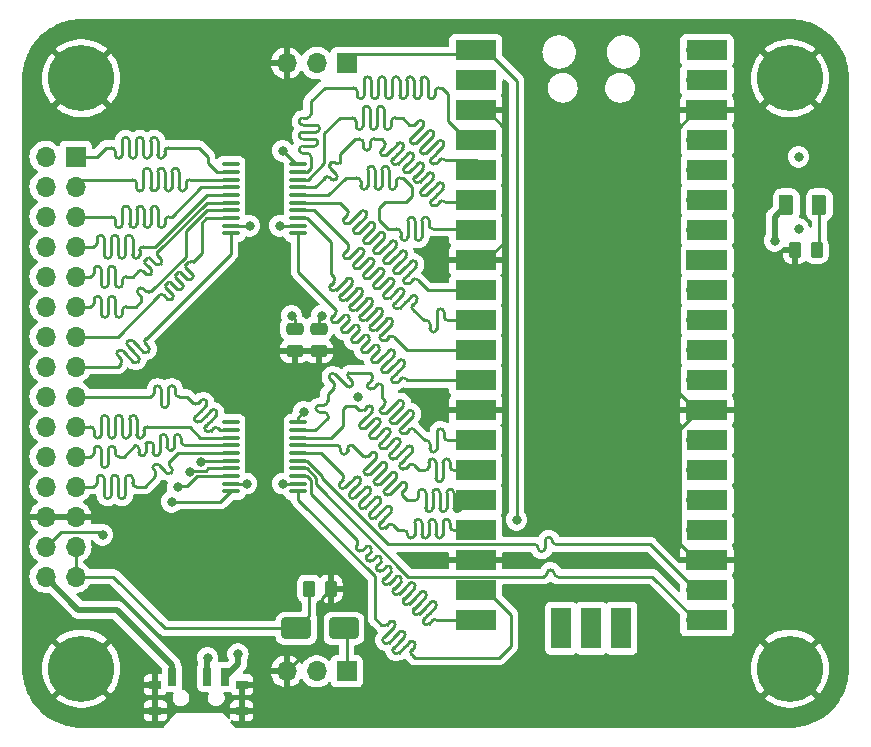
<source format=gtl>
G04 #@! TF.GenerationSoftware,KiCad,Pcbnew,7.0.7*
G04 #@! TF.CreationDate,2023-10-08T00:04:21-07:00*
G04 #@! TF.ProjectId,LogicAnalyzer,4c6f6769-6341-46e6-916c-797a65722e6b,rev?*
G04 #@! TF.SameCoordinates,Original*
G04 #@! TF.FileFunction,Copper,L1,Top*
G04 #@! TF.FilePolarity,Positive*
%FSLAX46Y46*%
G04 Gerber Fmt 4.6, Leading zero omitted, Abs format (unit mm)*
G04 Created by KiCad (PCBNEW 7.0.7) date 2023-10-08 00:04:21*
%MOMM*%
%LPD*%
G01*
G04 APERTURE LIST*
G04 Aperture macros list*
%AMRoundRect*
0 Rectangle with rounded corners*
0 $1 Rounding radius*
0 $2 $3 $4 $5 $6 $7 $8 $9 X,Y pos of 4 corners*
0 Add a 4 corners polygon primitive as box body*
4,1,4,$2,$3,$4,$5,$6,$7,$8,$9,$2,$3,0*
0 Add four circle primitives for the rounded corners*
1,1,$1+$1,$2,$3*
1,1,$1+$1,$4,$5*
1,1,$1+$1,$6,$7*
1,1,$1+$1,$8,$9*
0 Add four rect primitives between the rounded corners*
20,1,$1+$1,$2,$3,$4,$5,0*
20,1,$1+$1,$4,$5,$6,$7,0*
20,1,$1+$1,$6,$7,$8,$9,0*
20,1,$1+$1,$8,$9,$2,$3,0*%
G04 Aperture macros list end*
G04 #@! TA.AperFunction,SMDPad,CuDef*
%ADD10RoundRect,0.250000X-1.000000X-0.650000X1.000000X-0.650000X1.000000X0.650000X-1.000000X0.650000X0*%
G04 #@! TD*
G04 #@! TA.AperFunction,SMDPad,CuDef*
%ADD11RoundRect,0.250000X-0.262500X-0.450000X0.262500X-0.450000X0.262500X0.450000X-0.262500X0.450000X0*%
G04 #@! TD*
G04 #@! TA.AperFunction,ConnectorPad*
%ADD12C,5.600000*%
G04 #@! TD*
G04 #@! TA.AperFunction,ComponentPad*
%ADD13C,3.600000*%
G04 #@! TD*
G04 #@! TA.AperFunction,SMDPad,CuDef*
%ADD14RoundRect,0.100000X0.637500X0.100000X-0.637500X0.100000X-0.637500X-0.100000X0.637500X-0.100000X0*%
G04 #@! TD*
G04 #@! TA.AperFunction,SMDPad,CuDef*
%ADD15RoundRect,0.250000X-0.475000X0.250000X-0.475000X-0.250000X0.475000X-0.250000X0.475000X0.250000X0*%
G04 #@! TD*
G04 #@! TA.AperFunction,ComponentPad*
%ADD16R,1.700000X1.700000*%
G04 #@! TD*
G04 #@! TA.AperFunction,ComponentPad*
%ADD17O,1.700000X1.700000*%
G04 #@! TD*
G04 #@! TA.AperFunction,SMDPad,CuDef*
%ADD18R,1.000000X0.800000*%
G04 #@! TD*
G04 #@! TA.AperFunction,SMDPad,CuDef*
%ADD19R,0.700000X1.500000*%
G04 #@! TD*
G04 #@! TA.AperFunction,SMDPad,CuDef*
%ADD20RoundRect,0.250000X0.475000X-0.250000X0.475000X0.250000X-0.475000X0.250000X-0.475000X-0.250000X0*%
G04 #@! TD*
G04 #@! TA.AperFunction,SMDPad,CuDef*
%ADD21R,3.500000X1.700000*%
G04 #@! TD*
G04 #@! TA.AperFunction,SMDPad,CuDef*
%ADD22R,1.700000X3.500000*%
G04 #@! TD*
G04 #@! TA.AperFunction,SMDPad,CuDef*
%ADD23RoundRect,0.250000X0.262500X0.450000X-0.262500X0.450000X-0.262500X-0.450000X0.262500X-0.450000X0*%
G04 #@! TD*
G04 #@! TA.AperFunction,SMDPad,CuDef*
%ADD24RoundRect,0.250000X0.375000X0.625000X-0.375000X0.625000X-0.375000X-0.625000X0.375000X-0.625000X0*%
G04 #@! TD*
G04 #@! TA.AperFunction,ViaPad*
%ADD25C,0.800000*%
G04 #@! TD*
G04 #@! TA.AperFunction,Conductor*
%ADD26C,0.250000*%
G04 #@! TD*
G04 #@! TA.AperFunction,Conductor*
%ADD27C,0.500000*%
G04 #@! TD*
G04 APERTURE END LIST*
D10*
X87217000Y-113593000D03*
X83217000Y-113593000D03*
D11*
X84281000Y-110236000D03*
X86106000Y-110236000D03*
D12*
X65000000Y-117000000D03*
D13*
X65000000Y-117000000D03*
X125000000Y-117000000D03*
D12*
X125000000Y-117000000D03*
D13*
X125000000Y-67000000D03*
D12*
X125000000Y-67000000D03*
D13*
X65000000Y-67000000D03*
D12*
X65000000Y-67000000D03*
D14*
X83380500Y-80141000D03*
X83380500Y-79491000D03*
X83380500Y-78841000D03*
X83380500Y-78191000D03*
X83380500Y-77541000D03*
X83380500Y-76891000D03*
X83380500Y-76241000D03*
X83380500Y-75591000D03*
X83380500Y-74941000D03*
X83380500Y-74291000D03*
X77655500Y-74291000D03*
X77655500Y-74941000D03*
X77655500Y-75591000D03*
X77655500Y-76241000D03*
X77655500Y-76891000D03*
X77655500Y-77541000D03*
X77655500Y-78191000D03*
X77655500Y-78841000D03*
X77655500Y-79491000D03*
X77655500Y-80141000D03*
D15*
X83058000Y-88204000D03*
X83058000Y-90104000D03*
D16*
X87475000Y-65725000D03*
D17*
X84935000Y-65725000D03*
X82395000Y-65725000D03*
D18*
X71280000Y-118346000D03*
X71280000Y-120556000D03*
X78580000Y-118346000D03*
X78580000Y-120556000D03*
D19*
X72680000Y-117696000D03*
X75680000Y-117696000D03*
X77180000Y-117696000D03*
D20*
X85090000Y-90104000D03*
X85090000Y-88204000D03*
D17*
X99295000Y-64655000D03*
D21*
X98395000Y-64655000D03*
D17*
X99295000Y-67195000D03*
D21*
X98395000Y-67195000D03*
D16*
X99295000Y-69735000D03*
D21*
X98395000Y-69735000D03*
D17*
X99295000Y-72275000D03*
D21*
X98395000Y-72275000D03*
D17*
X99295000Y-74815000D03*
D21*
X98395000Y-74815000D03*
D17*
X99295000Y-77355000D03*
D21*
X98395000Y-77355000D03*
D17*
X99295000Y-79895000D03*
D21*
X98395000Y-79895000D03*
D16*
X99295000Y-82435000D03*
D21*
X98395000Y-82435000D03*
D17*
X99295000Y-84975000D03*
D21*
X98395000Y-84975000D03*
D17*
X99295000Y-87515000D03*
D21*
X98395000Y-87515000D03*
D17*
X99295000Y-90055000D03*
D21*
X98395000Y-90055000D03*
D17*
X99295000Y-92595000D03*
D21*
X98395000Y-92595000D03*
D16*
X99295000Y-95135000D03*
D21*
X98395000Y-95135000D03*
D17*
X99295000Y-97675000D03*
D21*
X98395000Y-97675000D03*
D17*
X99295000Y-100215000D03*
D21*
X98395000Y-100215000D03*
D17*
X99295000Y-102755000D03*
D21*
X98395000Y-102755000D03*
D17*
X99295000Y-105295000D03*
D21*
X98395000Y-105295000D03*
D16*
X99295000Y-107835000D03*
D21*
X98395000Y-107835000D03*
D17*
X99295000Y-110375000D03*
D21*
X98395000Y-110375000D03*
D17*
X99295000Y-112915000D03*
D21*
X98395000Y-112915000D03*
D17*
X117075000Y-112915000D03*
D21*
X117975000Y-112915000D03*
D17*
X117075000Y-110375000D03*
D21*
X117975000Y-110375000D03*
D16*
X117075000Y-107835000D03*
D21*
X117975000Y-107835000D03*
D17*
X117075000Y-105295000D03*
D21*
X117975000Y-105295000D03*
D17*
X117075000Y-102755000D03*
D21*
X117975000Y-102755000D03*
D17*
X117075000Y-100215000D03*
D21*
X117975000Y-100215000D03*
D17*
X117075000Y-97675000D03*
D21*
X117975000Y-97675000D03*
D16*
X117075000Y-95135000D03*
D21*
X117975000Y-95135000D03*
D17*
X117075000Y-92595000D03*
D21*
X117975000Y-92595000D03*
D17*
X117075000Y-90055000D03*
D21*
X117975000Y-90055000D03*
D17*
X117075000Y-87515000D03*
D21*
X117975000Y-87515000D03*
D17*
X117075000Y-84975000D03*
D21*
X117975000Y-84975000D03*
D16*
X117075000Y-82435000D03*
D21*
X117975000Y-82435000D03*
D17*
X117075000Y-79895000D03*
D21*
X117975000Y-79895000D03*
D17*
X117075000Y-77355000D03*
D21*
X117975000Y-77355000D03*
D17*
X117075000Y-74815000D03*
D21*
X117975000Y-74815000D03*
D17*
X117075000Y-72275000D03*
D21*
X117975000Y-72275000D03*
D16*
X117075000Y-69735000D03*
D21*
X117975000Y-69735000D03*
D17*
X117075000Y-67195000D03*
D21*
X117975000Y-67195000D03*
D17*
X117075000Y-64655000D03*
D21*
X117975000Y-64655000D03*
D17*
X105645000Y-112685000D03*
D22*
X105645000Y-113585000D03*
D16*
X108185000Y-112685000D03*
D22*
X108185000Y-113585000D03*
D17*
X110725000Y-112685000D03*
D22*
X110725000Y-113585000D03*
D23*
X127254000Y-81534000D03*
X125429000Y-81534000D03*
D17*
X82395000Y-117226000D03*
X84935000Y-117226000D03*
D16*
X87475000Y-117226000D03*
D24*
X127500000Y-77724000D03*
X124700000Y-77724000D03*
D14*
X83380500Y-101985000D03*
X83380500Y-101335000D03*
X83380500Y-100685000D03*
X83380500Y-100035000D03*
X83380500Y-99385000D03*
X83380500Y-98735000D03*
X83380500Y-98085000D03*
X83380500Y-97435000D03*
X83380500Y-96785000D03*
X83380500Y-96135000D03*
X77655500Y-96135000D03*
X77655500Y-96785000D03*
X77655500Y-97435000D03*
X77655500Y-98085000D03*
X77655500Y-98735000D03*
X77655500Y-99385000D03*
X77655500Y-100035000D03*
X77655500Y-100685000D03*
X77655500Y-101335000D03*
X77655500Y-101985000D03*
D16*
X64516000Y-73660000D03*
D17*
X61976000Y-73660000D03*
X64516000Y-76200000D03*
X61976000Y-76200000D03*
X64516000Y-78740000D03*
X61976000Y-78740000D03*
X64516000Y-81280000D03*
X61976000Y-81280000D03*
X64516000Y-83820000D03*
X61976000Y-83820000D03*
X64516000Y-86360000D03*
X61976000Y-86360000D03*
X64516000Y-88900000D03*
X61976000Y-88900000D03*
X64516000Y-91440000D03*
X61976000Y-91440000D03*
X64516000Y-93980000D03*
X61976000Y-93980000D03*
X64516000Y-96520000D03*
X61976000Y-96520000D03*
X64516000Y-99060000D03*
X61976000Y-99060000D03*
X64516000Y-101600000D03*
X61976000Y-101600000D03*
X64516000Y-104140000D03*
X61976000Y-104140000D03*
X64516000Y-106680000D03*
X61976000Y-106680000D03*
X64516000Y-109220000D03*
X61976000Y-109220000D03*
D25*
X66802000Y-105664000D03*
X88392000Y-93980000D03*
X83820000Y-95250000D03*
X82042000Y-73152000D03*
X75692000Y-116078000D03*
X125730000Y-79756000D03*
X125729994Y-73660000D03*
X78250000Y-115750000D03*
X123698000Y-80772000D03*
X81788000Y-79502000D03*
X85344000Y-87122000D03*
X82041986Y-101335000D03*
X79248000Y-79502000D03*
X78993996Y-101335000D03*
X82804000Y-87122000D03*
X101853998Y-104394000D03*
X75173778Y-99510000D03*
X74163347Y-100325347D03*
X73147347Y-101595347D03*
X72644000Y-102870000D03*
D26*
X83211000Y-113587000D02*
X72087000Y-113587000D01*
X83217000Y-113593000D02*
X83211000Y-113587000D01*
X67720000Y-109220000D02*
X72087000Y-113587000D01*
X84051000Y-115570000D02*
X82395000Y-117226000D01*
X84582000Y-115570000D02*
X84051000Y-115570000D01*
X85344000Y-114808000D02*
X84582000Y-115570000D01*
X86106000Y-110236000D02*
X85344000Y-110998000D01*
X85344000Y-110998000D02*
X85344000Y-114808000D01*
X84281000Y-112529000D02*
X83217000Y-113593000D01*
X84281000Y-110236000D02*
X84281000Y-112529000D01*
X87475000Y-113851000D02*
X87475000Y-117226000D01*
X87217000Y-113593000D02*
X87475000Y-113851000D01*
X83975000Y-114101000D02*
X84125000Y-113951000D01*
X64516000Y-109220000D02*
X67720000Y-109220000D01*
X66548000Y-105410000D02*
X66802000Y-105664000D01*
X63246000Y-105410000D02*
X66548000Y-105410000D01*
X61976000Y-106680000D02*
X63246000Y-105410000D01*
X64516000Y-109220000D02*
X64516000Y-106680000D01*
X83380500Y-95689500D02*
X83820000Y-95250000D01*
X83380500Y-96135000D02*
X83380500Y-95689500D01*
X83181000Y-74291000D02*
X82042000Y-73152000D01*
X83380500Y-74291000D02*
X83181000Y-74291000D01*
D27*
X75680000Y-116090000D02*
X75692000Y-116078000D01*
X75680000Y-117696000D02*
X75680000Y-116090000D01*
D26*
X127500000Y-77724000D02*
X127500000Y-81288000D01*
X127500000Y-81288000D02*
X127254000Y-81534000D01*
D27*
X123698000Y-78726000D02*
X124700000Y-77724000D01*
X123698000Y-80772000D02*
X123698000Y-78726000D01*
D26*
X84069041Y-74941000D02*
X83380500Y-74941000D01*
X84443000Y-74567041D02*
X84069041Y-74941000D01*
X84443000Y-73660000D02*
X84443000Y-74567041D01*
X83743000Y-73360000D02*
X84143000Y-73360000D01*
X84143000Y-72760000D02*
X83743000Y-72760000D01*
X84743000Y-72760000D02*
X84143000Y-72760000D01*
X84443000Y-72160000D02*
X84743000Y-72160000D01*
X83743000Y-72160000D02*
X84443000Y-72160000D01*
X84443000Y-71560000D02*
X83743000Y-71560000D01*
X84893000Y-71560000D02*
X84443000Y-71560000D01*
X84443000Y-70960000D02*
X84893000Y-70960000D01*
X83743000Y-70960000D02*
X84443000Y-70960000D01*
X84143000Y-70360000D02*
X83743000Y-70360000D01*
X84443000Y-68973000D02*
X84443000Y-70060000D01*
X85598000Y-67818000D02*
X84443000Y-68973000D01*
X86654237Y-67818000D02*
X85598000Y-67818000D01*
X88050000Y-67818000D02*
X86654237Y-67818000D01*
X89550000Y-68455582D02*
X89550000Y-67818000D01*
X90150000Y-67818000D02*
X90150000Y-68455582D01*
X90150000Y-67180418D02*
X90150000Y-67818000D01*
X90750000Y-67818000D02*
X90750000Y-67180418D01*
X91350000Y-67818000D02*
X91350000Y-68455605D01*
X91350000Y-67180418D02*
X91350000Y-67818000D01*
X91950000Y-68455582D02*
X91950000Y-67818000D01*
X94350000Y-68118000D02*
X94350000Y-67180418D01*
X88950000Y-67180395D02*
X88950000Y-67818000D01*
X94950000Y-68118000D02*
X94950000Y-68455582D01*
X95504000Y-67818000D02*
X95250000Y-67818000D01*
X96012000Y-68326000D02*
X95504000Y-67818000D01*
X99295000Y-72275000D02*
X97675000Y-72275000D01*
X94350000Y-68455582D02*
X94350000Y-68118000D01*
X84443000Y-73660000D02*
G75*
G03*
X84143000Y-73360000I-300000J0D01*
G01*
X92550000Y-67180418D02*
X92550000Y-67818000D01*
X83443000Y-73060000D02*
G75*
G03*
X83743000Y-73360000I300000J0D01*
G01*
X83743000Y-72760000D02*
G75*
G03*
X83443000Y-73060000I0J-300000D01*
G01*
X84743000Y-72760000D02*
G75*
G03*
X85043000Y-72460000I0J300000D01*
G01*
X93750000Y-67818000D02*
X93750000Y-68455582D01*
X85043000Y-72460000D02*
G75*
G03*
X84743000Y-72160000I-300000J0D01*
G01*
X83443000Y-71860000D02*
G75*
G03*
X83743000Y-72160000I300000J0D01*
G01*
X83743000Y-71560000D02*
G75*
G03*
X83443000Y-71860000I0J-300000D01*
G01*
X83443000Y-70660000D02*
G75*
G03*
X83743000Y-70960000I300000J0D01*
G01*
X83743000Y-70360000D02*
G75*
G03*
X83443000Y-70660000I0J-300000D01*
G01*
X84143000Y-70360000D02*
G75*
G03*
X84443000Y-70060000I0J300000D01*
G01*
X88350000Y-68118000D02*
G75*
G03*
X88050000Y-67818000I-300000J0D01*
G01*
X88350018Y-68455582D02*
G75*
G03*
X88650000Y-68755582I299982J-18D01*
G01*
X89250000Y-66880400D02*
G75*
G03*
X88950000Y-67180395I0J-300000D01*
G01*
X88650000Y-68755600D02*
G75*
G03*
X88950000Y-68455582I0J300000D01*
G01*
X88950000Y-67818000D02*
X88950000Y-68455582D01*
X89550005Y-67180395D02*
G75*
G03*
X89250000Y-66880395I-300005J-5D01*
G01*
X85193000Y-71260000D02*
G75*
G03*
X84893000Y-70960000I-300000J0D01*
G01*
X91950000Y-67818000D02*
X91950000Y-67180418D01*
X89550018Y-68455582D02*
G75*
G03*
X89850000Y-68755582I299982J-18D01*
G01*
X96012000Y-70612000D02*
X96012000Y-68326000D01*
X93750000Y-67180418D02*
X93750000Y-67818000D01*
X93150000Y-67818000D02*
X93150000Y-67180418D01*
X90450000Y-66880400D02*
G75*
G03*
X90150000Y-67180418I0J-300000D01*
G01*
X84893000Y-71560000D02*
G75*
G03*
X85193000Y-71260000I0J300000D01*
G01*
X90749982Y-67180418D02*
G75*
G03*
X90450000Y-66880418I-299982J18D01*
G01*
X97675000Y-72275000D02*
X96012000Y-70612000D01*
X90749995Y-68455605D02*
G75*
G03*
X91050000Y-68755605I300005J5D01*
G01*
X91050000Y-68755600D02*
G75*
G03*
X91350000Y-68455605I0J300000D01*
G01*
X91650000Y-66880400D02*
G75*
G03*
X91350000Y-67180418I0J-300000D01*
G01*
X90750000Y-68455605D02*
X90750000Y-67818000D01*
X89850000Y-68755600D02*
G75*
G03*
X90150000Y-68455582I0J300000D01*
G01*
X91949982Y-67180418D02*
G75*
G03*
X91650000Y-66880418I-299982J18D01*
G01*
X91950018Y-68455582D02*
G75*
G03*
X92250000Y-68755582I299982J-18D01*
G01*
X92250000Y-68755600D02*
G75*
G03*
X92550000Y-68455582I0J300000D01*
G01*
X92850000Y-66880400D02*
G75*
G03*
X92550000Y-67180418I0J-300000D01*
G01*
X93150000Y-68455582D02*
X93150000Y-67818000D01*
X93149982Y-67180418D02*
G75*
G03*
X92850000Y-66880418I-299982J18D01*
G01*
X93150018Y-68455582D02*
G75*
G03*
X93450000Y-68755582I299982J-18D01*
G01*
X94050000Y-66880400D02*
G75*
G03*
X93750000Y-67180418I0J-300000D01*
G01*
X94349982Y-67180418D02*
G75*
G03*
X94050000Y-66880418I-299982J18D01*
G01*
X89550000Y-67818000D02*
X89550000Y-67180395D01*
X94650000Y-68755600D02*
G75*
G03*
X94950000Y-68455582I0J300000D01*
G01*
X95250000Y-67818000D02*
G75*
G03*
X94950000Y-68118000I0J-300000D01*
G01*
X94350018Y-68455582D02*
G75*
G03*
X94650000Y-68755582I299982J-18D01*
G01*
X92550000Y-67818000D02*
X92550000Y-68455582D01*
X88350000Y-68455582D02*
X88350000Y-68118000D01*
X93450000Y-68755600D02*
G75*
G03*
X93750000Y-68455582I0J300000D01*
G01*
X76465000Y-74941000D02*
X77655500Y-74941000D01*
X75692000Y-73660000D02*
X75692000Y-74168000D01*
X74930000Y-72898000D02*
X75692000Y-73660000D01*
X72871139Y-72898000D02*
X74930000Y-72898000D01*
X72064000Y-73488090D02*
X72064000Y-73198000D01*
X75692000Y-74168000D02*
X76465000Y-74941000D01*
X71464000Y-72898000D02*
X71464000Y-73488090D01*
X71464000Y-72307933D02*
X71464000Y-72898000D01*
X70864000Y-72898000D02*
X70864000Y-72307933D01*
X70264000Y-72898000D02*
X70264000Y-73488090D01*
X69664000Y-73488090D02*
X69664000Y-72898000D01*
X69064000Y-72898000D02*
X69064000Y-73488090D01*
X68464000Y-73198000D02*
X68464000Y-72307910D01*
X68464000Y-73488090D02*
X68464000Y-73198000D01*
X67056000Y-72898000D02*
X67564000Y-72898000D01*
X64516000Y-73660000D02*
X66294000Y-73660000D01*
X72364000Y-72898000D02*
G75*
G03*
X72064000Y-73198000I0J-300000D01*
G01*
X71464010Y-73488090D02*
G75*
G03*
X71764000Y-73788090I299990J-10D01*
G01*
X67864000Y-73198000D02*
X67864000Y-73488090D01*
X71463967Y-72307933D02*
G75*
G03*
X71164000Y-72007933I-299967J33D01*
G01*
X70864000Y-73488090D02*
X70864000Y-72898000D01*
X71164000Y-72007900D02*
G75*
G03*
X70864000Y-72307933I0J-300000D01*
G01*
X69664000Y-72898000D02*
X69664000Y-72307910D01*
X70564000Y-73788100D02*
G75*
G03*
X70864000Y-73488090I0J300000D01*
G01*
X70264010Y-73488090D02*
G75*
G03*
X70564000Y-73788090I299990J-10D01*
G01*
X70263990Y-72307910D02*
G75*
G03*
X69964000Y-72007910I-299990J10D01*
G01*
X70264000Y-72307910D02*
X70264000Y-72898000D01*
X69964000Y-72007900D02*
G75*
G03*
X69664000Y-72307910I0J-300000D01*
G01*
X71764000Y-73788100D02*
G75*
G03*
X72064000Y-73488090I0J300000D01*
G01*
X72364000Y-72898000D02*
X72871139Y-72898000D01*
X69364000Y-73788100D02*
G75*
G03*
X69664000Y-73488090I0J300000D01*
G01*
X69064010Y-73488090D02*
G75*
G03*
X69364000Y-73788090I299990J-10D01*
G01*
X69063990Y-72307910D02*
G75*
G03*
X68764000Y-72007910I-299990J10D01*
G01*
X68764000Y-72007900D02*
G75*
G03*
X68464000Y-72307910I0J-300000D01*
G01*
X69064000Y-72307910D02*
X69064000Y-72898000D01*
X68164000Y-73788100D02*
G75*
G03*
X68464000Y-73488090I0J300000D01*
G01*
X67864000Y-73198000D02*
G75*
G03*
X67564000Y-72898000I-300000J0D01*
G01*
X66294000Y-73660000D02*
X67056000Y-72898000D01*
X67864010Y-73488090D02*
G75*
G03*
X68164000Y-73788090I299990J-10D01*
G01*
X87475000Y-65725000D02*
X88225000Y-64975000D01*
D27*
X72680000Y-116680000D02*
X72680000Y-117696000D01*
X68000000Y-112000000D02*
X72680000Y-116680000D01*
X64756000Y-112000000D02*
X68000000Y-112000000D01*
X61976000Y-109220000D02*
X64756000Y-112000000D01*
X78250000Y-115750000D02*
X78250000Y-116626000D01*
X78250000Y-116626000D02*
X77180000Y-117696000D01*
D26*
X66040000Y-101600000D02*
X64516000Y-101600000D01*
X66340000Y-100900000D02*
X66340000Y-101300000D01*
X66940000Y-101300000D02*
X66940000Y-100900000D01*
X66940000Y-102300000D02*
X66940000Y-101300000D01*
X67540000Y-101600000D02*
X67540000Y-102300000D01*
X67540000Y-100900000D02*
X67540000Y-101600000D01*
X68140000Y-101600000D02*
X68140000Y-100900000D01*
X68740000Y-100900000D02*
X68740000Y-101600000D01*
X71244205Y-100713794D02*
X70358000Y-101600000D01*
X71244204Y-100713793D02*
X71244205Y-100713794D01*
X72197286Y-100394082D02*
X72092736Y-100289532D01*
X72621550Y-100394081D02*
X72621550Y-100394082D01*
X72516999Y-99865266D02*
X72621550Y-99969817D01*
X70358000Y-101600000D02*
X69640000Y-101600000D01*
X72517000Y-99865266D02*
X72516999Y-99865266D01*
X71139618Y-100184943D02*
X71244204Y-100289529D01*
X69340000Y-101300000D02*
X69340000Y-100900000D01*
X73223000Y-98735000D02*
X72517000Y-99441000D01*
X77655500Y-98735000D02*
X73223000Y-98735000D01*
X68740000Y-101600000D02*
X68740000Y-102300000D01*
X66640000Y-100600000D02*
G75*
G03*
X66340000Y-100900000I0J-300000D01*
G01*
X66940000Y-100900000D02*
G75*
G03*
X66640000Y-100600000I-300000J0D01*
G01*
X66940000Y-102300000D02*
G75*
G03*
X67240000Y-102600000I300000J0D01*
G01*
X67240000Y-102600000D02*
G75*
G03*
X67540000Y-102300000I0J300000D01*
G01*
X71139619Y-99760679D02*
X71139618Y-99760679D01*
X68140000Y-100900000D02*
G75*
G03*
X67840000Y-100600000I-300000J0D01*
G01*
X68140000Y-102300000D02*
G75*
G03*
X68440000Y-102600000I300000J0D01*
G01*
X68440000Y-102600000D02*
G75*
G03*
X68740000Y-102300000I0J300000D01*
G01*
X67840000Y-100600000D02*
G75*
G03*
X67540000Y-100900000I0J-300000D01*
G01*
X69040000Y-100600000D02*
G75*
G03*
X68740000Y-100900000I0J-300000D01*
G01*
X69340000Y-100900000D02*
G75*
G03*
X69040000Y-100600000I-300000J0D01*
G01*
X69340000Y-101300000D02*
G75*
G03*
X69640000Y-101600000I300000J0D01*
G01*
X71139607Y-99760668D02*
G75*
G03*
X71139618Y-100184943I212093J-212132D01*
G01*
X71244242Y-100713831D02*
G75*
G03*
X71244203Y-100289530I-212142J212131D01*
G01*
X71563882Y-99760680D02*
G75*
G03*
X71139620Y-99760680I-212131J-212131D01*
G01*
X68140000Y-102300000D02*
X68140000Y-101600000D01*
X72197287Y-100394081D02*
G75*
G03*
X72621549Y-100394081I212131J212131D01*
G01*
X72092736Y-100289532D02*
X71563883Y-99760679D01*
X72516967Y-99440967D02*
G75*
G03*
X72517000Y-99865266I212133J-212133D01*
G01*
X66040000Y-101600000D02*
G75*
G03*
X66340000Y-101300000I0J300000D01*
G01*
X72621501Y-100394032D02*
G75*
G03*
X72621550Y-99969817I-212101J212132D01*
G01*
X74405000Y-98085000D02*
X77655500Y-98085000D01*
X73455000Y-97476074D02*
X73455000Y-97785000D01*
X72855000Y-98085000D02*
X72855000Y-97476074D01*
X72255000Y-98085000D02*
X72255000Y-98277024D01*
X72255000Y-97476074D02*
X72255000Y-98085000D01*
X71655000Y-98085000D02*
X71655000Y-97476074D01*
X71655000Y-98693949D02*
X71655000Y-98085000D01*
X73755000Y-98085000D02*
X74405000Y-98085000D01*
X70597019Y-97800962D02*
X70912981Y-97800962D01*
X69855000Y-98385000D02*
X69855000Y-98693926D01*
X68186000Y-99060000D02*
X68580000Y-99060000D01*
X72855000Y-98277024D02*
X72855000Y-98085000D01*
X67286000Y-99060000D02*
X67286000Y-98451074D01*
X66686000Y-98451074D02*
X66686000Y-98760000D01*
X70455000Y-98693926D02*
X70455000Y-98385000D01*
X73455000Y-97785000D02*
G75*
G03*
X73755000Y-98085000I300000J0D01*
G01*
X73155000Y-97176100D02*
G75*
G03*
X72855000Y-97476074I0J-300000D01*
G01*
X72662977Y-98469000D02*
G75*
G03*
X72855000Y-98277024I23J192000D01*
G01*
X71055000Y-98085000D02*
X71055000Y-98693949D01*
X72254953Y-98277024D02*
G75*
G03*
X72447023Y-98469047I192047J24D01*
G01*
X68580000Y-99060000D02*
X69555000Y-98085000D01*
X72255026Y-97476074D02*
G75*
G03*
X71955000Y-97176074I-300026J-26D01*
G01*
X72447023Y-98469047D02*
X72662977Y-98469047D01*
X71955000Y-97176100D02*
G75*
G03*
X71655000Y-97476074I0J-300000D01*
G01*
X71055000Y-97942981D02*
X71055000Y-98085000D01*
X71355000Y-98993900D02*
G75*
G03*
X71655000Y-98693949I0J300000D01*
G01*
X66086000Y-98760000D02*
X66086000Y-98451074D01*
X71054951Y-98693949D02*
G75*
G03*
X71355000Y-98993949I300049J49D01*
G01*
X64516000Y-99060000D02*
X65786000Y-99060000D01*
X71055038Y-97942981D02*
G75*
G03*
X70912981Y-97800962I-142038J-19D01*
G01*
X70597019Y-97801000D02*
G75*
G03*
X70455000Y-97942981I-19J-142000D01*
G01*
X70155000Y-98993900D02*
G75*
G03*
X70455000Y-98693926I0J300000D01*
G01*
X69854974Y-98693926D02*
G75*
G03*
X70155000Y-98993926I300026J26D01*
G01*
X67886000Y-98451074D02*
X67886000Y-98760000D01*
X69855000Y-98385000D02*
G75*
G03*
X69555000Y-98085000I-300000J0D01*
G01*
X73455026Y-97476074D02*
G75*
G03*
X73155000Y-97176074I-300026J-26D01*
G01*
X67886026Y-98451074D02*
G75*
G03*
X67586000Y-98151074I-300026J-26D01*
G01*
X66685974Y-99668926D02*
G75*
G03*
X66986000Y-99968926I300026J26D01*
G01*
X66686026Y-98451074D02*
G75*
G03*
X66386000Y-98151074I-300026J-26D01*
G01*
X66986000Y-99968900D02*
G75*
G03*
X67286000Y-99668926I0J300000D01*
G01*
X66386000Y-98151100D02*
G75*
G03*
X66086000Y-98451074I0J-300000D01*
G01*
X66686000Y-98760000D02*
X66686000Y-99668926D01*
X67586000Y-98151100D02*
G75*
G03*
X67286000Y-98451074I0J-300000D01*
G01*
X65786000Y-99060000D02*
G75*
G03*
X66086000Y-98760000I0J300000D01*
G01*
X67886000Y-98760000D02*
G75*
G03*
X68186000Y-99060000I300000J0D01*
G01*
X67286000Y-99668926D02*
X67286000Y-99060000D01*
X70455000Y-98385000D02*
X70455000Y-97942981D01*
X75083000Y-97435000D02*
X77655500Y-97435000D01*
X74168000Y-96520000D02*
X75083000Y-97435000D01*
X69686000Y-96520000D02*
X69686000Y-97187252D01*
X69686000Y-95852745D02*
X69686000Y-96520000D01*
X69086000Y-96520000D02*
X69086000Y-95852745D01*
X70586000Y-96520000D02*
X72994414Y-96520000D01*
X68486000Y-95852745D02*
X68486000Y-96520000D01*
X67886000Y-96520000D02*
X67886000Y-95852745D01*
X67886000Y-97187255D02*
X67886000Y-96520000D01*
X66686000Y-96820000D02*
X66686000Y-95852745D01*
X67286000Y-96520000D02*
X67286000Y-97187255D01*
X66686000Y-97187255D02*
X66686000Y-96820000D01*
X66086000Y-96820000D02*
X66086000Y-97187255D01*
X64516000Y-96520000D02*
X65786000Y-96520000D01*
X70586000Y-96520000D02*
G75*
G03*
X70286000Y-96820000I0J-300000D01*
G01*
X70286000Y-97187252D02*
X70286000Y-96820000D01*
X69986000Y-97487300D02*
G75*
G03*
X70286000Y-97187252I0J300000D01*
G01*
X69686048Y-97187252D02*
G75*
G03*
X69986000Y-97487252I299952J-48D01*
G01*
X67286000Y-95852745D02*
X67286000Y-96520000D01*
X68786000Y-97487300D02*
G75*
G03*
X69086000Y-97187255I0J300000D01*
G01*
X72994414Y-96520000D02*
X74168000Y-96520000D01*
X68486045Y-97187255D02*
G75*
G03*
X68786000Y-97487255I299955J-45D01*
G01*
X68485955Y-95852745D02*
G75*
G03*
X68186000Y-95552745I-299955J45D01*
G01*
X67586000Y-97487300D02*
G75*
G03*
X67886000Y-97187255I0J300000D01*
G01*
X67286045Y-97187255D02*
G75*
G03*
X67586000Y-97487255I299955J-45D01*
G01*
X66986000Y-95552700D02*
G75*
G03*
X66686000Y-95852745I0J-300000D01*
G01*
X66386000Y-97487300D02*
G75*
G03*
X66686000Y-97187255I0J300000D01*
G01*
X67285955Y-95852745D02*
G75*
G03*
X66986000Y-95552745I-299955J45D01*
G01*
X69685955Y-95852745D02*
G75*
G03*
X69386000Y-95552745I-299955J45D01*
G01*
X66086045Y-97187255D02*
G75*
G03*
X66386000Y-97487255I299955J-45D01*
G01*
X66086000Y-96820000D02*
G75*
G03*
X65786000Y-96520000I-300000J0D01*
G01*
X68486000Y-96520000D02*
X68486000Y-97187255D01*
X69086000Y-97187255D02*
X69086000Y-96520000D01*
X68186000Y-95552700D02*
G75*
G03*
X67886000Y-95852745I0J-300000D01*
G01*
X69386000Y-95552700D02*
G75*
G03*
X69086000Y-95852745I0J-300000D01*
G01*
X68502764Y-93980000D02*
X64516000Y-93980000D01*
X70864000Y-93980000D02*
X68502764Y-93980000D01*
X71164000Y-93343104D02*
X71164000Y-93680000D01*
X71764000Y-93980000D02*
X71764000Y-93343104D01*
X72364000Y-93343104D02*
X72364000Y-93680000D01*
X73914000Y-93980000D02*
X73264000Y-93980000D01*
X74459672Y-94525672D02*
X73914000Y-93980000D01*
X74459671Y-94525670D02*
X74459672Y-94525672D01*
X75546389Y-94287483D02*
X75546388Y-94287482D01*
X74645742Y-96036663D02*
X74645739Y-96036660D01*
X75970705Y-95135966D02*
X75520335Y-95586335D01*
X75096068Y-95162068D02*
X75546389Y-94711748D01*
X76394971Y-95135968D02*
X76394969Y-95135966D01*
X75944599Y-96010600D02*
X75944602Y-96010602D01*
X75732467Y-96222732D02*
X75944599Y-96010600D01*
X76156734Y-96646999D02*
X75953885Y-96849849D01*
X76156735Y-96646999D02*
X76156734Y-96646999D01*
X76719000Y-96785000D02*
X76581000Y-96647000D01*
X72364000Y-93680000D02*
X72364000Y-94616873D01*
X77655500Y-96785000D02*
X76719000Y-96785000D01*
X75122124Y-94287482D02*
X74883935Y-94525670D01*
X70864000Y-93980000D02*
G75*
G03*
X71164000Y-93680000I0J300000D01*
G01*
X71464000Y-93043100D02*
G75*
G03*
X71164000Y-93343104I0J-300000D01*
G01*
X71763996Y-93343104D02*
G75*
G03*
X71464000Y-93043104I-299996J4D01*
G01*
X72064000Y-94916900D02*
G75*
G03*
X72364000Y-94616873I0J300000D01*
G01*
X72664000Y-93043100D02*
G75*
G03*
X72364000Y-93343104I0J-300000D01*
G01*
X71764027Y-94616873D02*
G75*
G03*
X72064000Y-94916873I299973J-27D01*
G01*
X74645739Y-95612396D02*
X75096068Y-95162068D01*
X72963996Y-93343104D02*
G75*
G03*
X72664000Y-93043104I-299996J4D01*
G01*
X75529619Y-96425583D02*
X75732467Y-96222732D01*
X72964000Y-93680000D02*
G75*
G03*
X73264000Y-93980000I300000J0D01*
G01*
X74459672Y-94525669D02*
G75*
G03*
X74883934Y-94525669I212131J212131D01*
G01*
X74645743Y-96036662D02*
G75*
G03*
X75070005Y-96036662I212131J212131D01*
G01*
X75546387Y-94287483D02*
G75*
G03*
X75122125Y-94287483I-212131J-212131D01*
G01*
X76394971Y-95560232D02*
G75*
G03*
X76394971Y-95135968I-212171J212132D01*
G01*
X75546373Y-94711732D02*
G75*
G03*
X75546389Y-94287484I-212073J212132D01*
G01*
X75529621Y-96849849D02*
X75529619Y-96849847D01*
X75944602Y-96010602D02*
X76394971Y-95560232D01*
X75529604Y-96425568D02*
G75*
G03*
X75529619Y-96849847I212196J-212132D01*
G01*
X75529622Y-96849848D02*
G75*
G03*
X75953884Y-96849848I212131J212131D01*
G01*
X75520335Y-95586335D02*
X75070006Y-96036663D01*
X76394968Y-95135967D02*
G75*
G03*
X75970706Y-95135967I-212131J-212131D01*
G01*
X72964000Y-93680000D02*
X72964000Y-93343104D01*
X71764000Y-94616873D02*
X71764000Y-93980000D01*
X74645711Y-95612368D02*
G75*
G03*
X74645739Y-96036660I212189J-212132D01*
G01*
X76581033Y-96646967D02*
G75*
G03*
X76156735Y-96646999I-212133J-212133D01*
G01*
X75546389Y-94287484D02*
X75546389Y-94287483D01*
X70447325Y-89064674D02*
X77655500Y-81856500D01*
X70447324Y-89064673D02*
X70447325Y-89064674D01*
X70682721Y-89724334D02*
X70447324Y-89488937D01*
X70682721Y-90148599D02*
X70682721Y-90148598D01*
X69810931Y-89701072D02*
X70258457Y-90148599D01*
X68939114Y-89253524D02*
X68939117Y-89253522D01*
X69386661Y-90125336D02*
X68939114Y-89677788D01*
X69834199Y-90572874D02*
X69386661Y-90125336D01*
X69834199Y-90997139D02*
X69834199Y-90997138D01*
X77655500Y-81856500D02*
X77655500Y-80141000D01*
X68750268Y-90337471D02*
X69409935Y-90997139D01*
X68514913Y-90102116D02*
X68750268Y-90337471D01*
X68090646Y-90102118D02*
X68090649Y-90102116D01*
X68326000Y-90761736D02*
X68090646Y-90526382D01*
X68072000Y-91440000D02*
X68326000Y-91186000D01*
X64516000Y-91440000D02*
X68072000Y-91440000D01*
X70447319Y-89064668D02*
G75*
G03*
X70447324Y-89488937I212181J-212132D01*
G01*
X70682755Y-90148632D02*
G75*
G03*
X70682721Y-89724334I-212155J212132D01*
G01*
X70258458Y-90148598D02*
G75*
G03*
X70682720Y-90148598I212131J212131D01*
G01*
X69363380Y-89253523D02*
G75*
G03*
X68939118Y-89253523I-212131J-212131D01*
G01*
X69409936Y-90997138D02*
G75*
G03*
X69834198Y-90997138I212131J212131D01*
G01*
X68514912Y-90102117D02*
G75*
G03*
X68090650Y-90102117I-212131J-212131D01*
G01*
X69363381Y-89253522D02*
X69810931Y-89701072D01*
X68939158Y-89253568D02*
G75*
G03*
X68939114Y-89677788I212042J-212132D01*
G01*
X68090696Y-90102168D02*
G75*
G03*
X68090646Y-90526382I212104J-212132D01*
G01*
X68326031Y-91186031D02*
G75*
G03*
X68325999Y-90761737I-212131J212131D01*
G01*
X69834193Y-90997132D02*
G75*
G03*
X69834199Y-90572874I-212093J212132D01*
G01*
X71575891Y-85396110D02*
X68072000Y-88900000D01*
X71575892Y-85396111D02*
X71575891Y-85396110D01*
X72279760Y-85675715D02*
X72000156Y-85396111D01*
X72704026Y-85675712D02*
X72704024Y-85675715D01*
X72123900Y-84671322D02*
X72123899Y-84671321D01*
X72371388Y-84247057D02*
X72123899Y-84494545D01*
X72371388Y-84247058D02*
X72371388Y-84247057D01*
X72636555Y-84335447D02*
X72548165Y-84247057D01*
X73129926Y-84828818D02*
X72636555Y-84335447D01*
X72972428Y-83822792D02*
X73554190Y-84404554D01*
X73219917Y-83398529D02*
X73219917Y-83398528D01*
X73978847Y-83980681D02*
X73485084Y-83486918D01*
X73820958Y-82974264D02*
X74403111Y-83556417D01*
X73820958Y-82974263D02*
X73820958Y-82974264D01*
X75184000Y-81788000D02*
X74422000Y-82550000D01*
X75184000Y-79248000D02*
X75184000Y-81788000D01*
X77655500Y-78841000D02*
X75591000Y-78841000D01*
X72972429Y-83822793D02*
X72972428Y-83822792D01*
X72000155Y-85396112D02*
G75*
G03*
X71575893Y-85396112I-212131J-212131D01*
G01*
X74068446Y-82549999D02*
X74068446Y-82550000D01*
X72279761Y-85675714D02*
G75*
G03*
X72704023Y-85675714I212131J212131D01*
G01*
X72704045Y-85675731D02*
G75*
G03*
X72704025Y-85251449I-212145J212131D01*
G01*
X72123899Y-84671321D02*
X72704026Y-85251448D01*
X72123866Y-84494512D02*
G75*
G03*
X72123900Y-84671322I88434J-88388D01*
G01*
X74245222Y-82550000D02*
X74245223Y-82550000D01*
X72548187Y-84247035D02*
G75*
G03*
X72371389Y-84247059I-88387J-88365D01*
G01*
X73129927Y-84828817D02*
G75*
G03*
X73554189Y-84828817I212131J212131D01*
G01*
X75591000Y-78841000D02*
X75184000Y-79248000D01*
X73396687Y-83398535D02*
G75*
G03*
X73219918Y-83398530I-88387J-88365D01*
G01*
X73554204Y-84828832D02*
G75*
G03*
X73554190Y-84404554I-212104J212132D01*
G01*
X73978848Y-83980680D02*
G75*
G03*
X74403110Y-83980680I212131J212131D01*
G01*
X72972424Y-83646012D02*
G75*
G03*
X72972429Y-83822793I88376J-88388D01*
G01*
X74068446Y-82550000D02*
X73820958Y-82797487D01*
X74403062Y-83980632D02*
G75*
G03*
X74403111Y-83556417I-212062J212132D01*
G01*
X68072000Y-88900000D02*
X64516000Y-88900000D01*
X74245189Y-82550034D02*
G75*
G03*
X74068446Y-82549999I-88389J-88366D01*
G01*
X73219917Y-83398528D02*
X72972428Y-83646016D01*
X73820983Y-82797512D02*
G75*
G03*
X73820958Y-82974263I88317J-88388D01*
G01*
X73485084Y-83486918D02*
X73396694Y-83398528D01*
X74245223Y-82549999D02*
G75*
G03*
X74421999Y-82549999I88388J88388D01*
G01*
X73849802Y-79945802D02*
X75604604Y-78191000D01*
X73849802Y-82106198D02*
X73849802Y-79945802D01*
X70904149Y-85051852D02*
X73849802Y-82106198D01*
X70266750Y-84838717D02*
X70479886Y-85051853D01*
X69842484Y-84838718D02*
X69842486Y-84838717D01*
X70055619Y-85476117D02*
X69842484Y-85262982D01*
X70904150Y-85051853D02*
X70904149Y-85051852D01*
X69596000Y-86360000D02*
X70055619Y-85900381D01*
X68786000Y-86360000D02*
X69596000Y-86360000D01*
X68486000Y-86961373D02*
X68486000Y-86660000D01*
X67886000Y-86360000D02*
X67886000Y-86961373D01*
X67886000Y-85758627D02*
X67886000Y-86360000D01*
X67286000Y-86360000D02*
X67286000Y-85758627D01*
X67286000Y-86961373D02*
X67286000Y-86360000D01*
X66686000Y-86060000D02*
X66686000Y-86961373D01*
X66686000Y-85758627D02*
X66686000Y-86060000D01*
X64516000Y-86360000D02*
X65786000Y-86360000D01*
X70479887Y-85051852D02*
G75*
G03*
X70904149Y-85051852I212131J212131D01*
G01*
X70266749Y-84838718D02*
G75*
G03*
X69842487Y-84838718I-212131J-212131D01*
G01*
X69842534Y-84838768D02*
G75*
G03*
X69842484Y-85262982I212066J-212132D01*
G01*
X66086000Y-86060000D02*
X66086000Y-85758627D01*
X70055570Y-85900332D02*
G75*
G03*
X70055619Y-85476117I-212070J212132D01*
G01*
X68786000Y-86360000D02*
G75*
G03*
X68486000Y-86660000I0J-300000D01*
G01*
X68186000Y-87261400D02*
G75*
G03*
X68486000Y-86961373I0J300000D01*
G01*
X75604604Y-78191000D02*
X77655500Y-78191000D01*
X67885973Y-85758627D02*
G75*
G03*
X67586000Y-85458627I-299973J27D01*
G01*
X67886027Y-86961373D02*
G75*
G03*
X68186000Y-87261373I299973J-27D01*
G01*
X67586000Y-85458600D02*
G75*
G03*
X67286000Y-85758627I0J-300000D01*
G01*
X66986000Y-87261400D02*
G75*
G03*
X67286000Y-86961373I0J300000D01*
G01*
X66686027Y-86961373D02*
G75*
G03*
X66986000Y-87261373I299973J-27D01*
G01*
X65786000Y-86360000D02*
G75*
G03*
X66086000Y-86060000I0J300000D01*
G01*
X66685973Y-85758627D02*
G75*
G03*
X66386000Y-85458627I-299973J27D01*
G01*
X66386000Y-85458600D02*
G75*
G03*
X66086000Y-85758627I0J-300000D01*
G01*
X71495885Y-81663320D02*
X71495886Y-81663321D01*
X71709992Y-82301691D02*
X71495885Y-82087584D01*
X70771103Y-82211330D02*
X71285728Y-82725956D01*
X70346837Y-82458818D02*
X70594325Y-82211331D01*
X70647354Y-82936115D02*
X70346836Y-82635596D01*
X70868084Y-83156845D02*
X70647354Y-82936115D01*
X70868084Y-83581110D02*
X70868084Y-83581109D01*
X70223091Y-83360381D02*
X70443820Y-83581110D01*
X70346836Y-82458820D02*
X70346837Y-82458818D01*
X69339208Y-83820000D02*
X69798827Y-83360381D01*
X68786000Y-83820000D02*
X69339208Y-83820000D01*
X67886000Y-83820000D02*
X67886000Y-84432154D01*
X67886000Y-83207850D02*
X67886000Y-83820000D01*
X67286000Y-83820000D02*
X67286000Y-83207850D01*
X67286000Y-84432151D02*
X67286000Y-83820000D01*
X66686000Y-83520000D02*
X66686000Y-84432151D01*
X66086000Y-83520000D02*
X66086000Y-83207846D01*
X64516000Y-83820000D02*
X65786000Y-83820000D01*
X71495934Y-81663369D02*
G75*
G03*
X71495886Y-82087583I212066J-212131D01*
G01*
X71709969Y-82725932D02*
G75*
G03*
X71709992Y-82301691I-212069J212132D01*
G01*
X71285729Y-82725955D02*
G75*
G03*
X71709991Y-82725955I212131J212131D01*
G01*
X71709992Y-82725956D02*
X71709992Y-82725955D01*
X70771087Y-82211345D02*
G75*
G03*
X70594326Y-82211332I-88387J-88355D01*
G01*
X70346828Y-82458812D02*
G75*
G03*
X70346836Y-82635596I88372J-88388D01*
G01*
X75618208Y-77541000D02*
X77655500Y-77541000D01*
X70868107Y-83581132D02*
G75*
G03*
X70868084Y-83156845I-212107J212132D01*
G01*
X70443821Y-83581109D02*
G75*
G03*
X70868083Y-83581109I212131J212131D01*
G01*
X70223090Y-83360382D02*
G75*
G03*
X69798828Y-83360382I-212131J-212131D01*
G01*
X68786000Y-83820000D02*
G75*
G03*
X68486000Y-84120000I0J-300000D01*
G01*
X66986000Y-84732200D02*
G75*
G03*
X67286000Y-84432151I0J300000D01*
G01*
X71495886Y-81663321D02*
X75618208Y-77541000D01*
X67886046Y-84432154D02*
G75*
G03*
X68186000Y-84732154I299954J-46D01*
G01*
X66686049Y-84432151D02*
G75*
G03*
X66986000Y-84732151I299951J-49D01*
G01*
X68486000Y-84432154D02*
X68486000Y-84120000D01*
X67586000Y-82907900D02*
G75*
G03*
X67286000Y-83207850I0J-300000D01*
G01*
X68186000Y-84732200D02*
G75*
G03*
X68486000Y-84432154I0J300000D01*
G01*
X66685954Y-83207846D02*
G75*
G03*
X66386000Y-82907846I-299954J46D01*
G01*
X67886050Y-83207850D02*
G75*
G03*
X67586000Y-82907850I-300050J-50D01*
G01*
X66686000Y-83207846D02*
X66686000Y-83520000D01*
X66386000Y-82907800D02*
G75*
G03*
X66086000Y-83207846I0J-300000D01*
G01*
X70771102Y-82211330D02*
X70771103Y-82211330D01*
X65786000Y-83820000D02*
G75*
G03*
X66086000Y-83520000I0J300000D01*
G01*
X75631812Y-76891000D02*
X77655500Y-76891000D01*
X71242812Y-81280000D02*
X75631812Y-76891000D01*
X69340000Y-81280000D02*
X69340000Y-81967090D01*
X69340000Y-80592887D02*
X69340000Y-81280000D01*
X68740000Y-81280000D02*
X68740000Y-80592887D01*
X68740000Y-81967113D02*
X68740000Y-81280000D01*
X67540000Y-81280000D02*
X67540000Y-80592910D01*
X67540000Y-81967090D02*
X67540000Y-81280000D01*
X66940000Y-80980000D02*
X66940000Y-81967090D01*
X66340000Y-80980000D02*
X66340000Y-80592910D01*
X64516000Y-81280000D02*
X66040000Y-81280000D01*
X70240000Y-81280000D02*
G75*
G03*
X69940000Y-81580000I0J-300000D01*
G01*
X69640000Y-82267100D02*
G75*
G03*
X69940000Y-81967090I0J300000D01*
G01*
X69340010Y-81967090D02*
G75*
G03*
X69640000Y-82267090I299990J-10D01*
G01*
X69940000Y-81967090D02*
X69940000Y-81580000D01*
X69340013Y-80592887D02*
G75*
G03*
X69040000Y-80292887I-300013J-13D01*
G01*
X68140000Y-81280000D02*
X68140000Y-81967113D01*
X68440000Y-82267100D02*
G75*
G03*
X68740000Y-81967113I0J300000D01*
G01*
X68139987Y-81967113D02*
G75*
G03*
X68440000Y-82267113I300013J13D01*
G01*
X67840000Y-80292900D02*
G75*
G03*
X67540000Y-80592910I0J-300000D01*
G01*
X69040000Y-80292900D02*
G75*
G03*
X68740000Y-80592887I0J-300000D01*
G01*
X67240000Y-82267100D02*
G75*
G03*
X67540000Y-81967090I0J300000D01*
G01*
X68139990Y-80592910D02*
G75*
G03*
X67840000Y-80292910I-299990J10D01*
G01*
X66640000Y-80292900D02*
G75*
G03*
X66340000Y-80592910I0J-300000D01*
G01*
X66940000Y-80592910D02*
X66940000Y-80980000D01*
X68140000Y-80592910D02*
X68140000Y-81280000D01*
X66940010Y-81967090D02*
G75*
G03*
X67240000Y-82267090I299990J-10D01*
G01*
X66040000Y-81280000D02*
G75*
G03*
X66340000Y-80980000I0J300000D01*
G01*
X66939990Y-80592910D02*
G75*
G03*
X66640000Y-80292910I-299990J10D01*
G01*
X70240000Y-81280000D02*
X71242812Y-81280000D01*
X67590000Y-78740000D02*
X66917476Y-78740000D01*
X67890000Y-79360415D02*
X67890000Y-79040000D01*
X68490000Y-78740000D02*
X68490000Y-79360415D01*
X68490000Y-78119585D02*
X68490000Y-78740000D01*
X69090000Y-78740000D02*
X69090000Y-78119585D01*
X69690000Y-78740000D02*
X69690000Y-79360392D01*
X70290000Y-78740000D02*
X70290000Y-78119608D01*
X70290000Y-79360392D02*
X70290000Y-78740000D01*
X70890000Y-78740000D02*
X70890000Y-79360392D01*
X70890000Y-78119608D02*
X70890000Y-78740000D01*
X71490000Y-79040000D02*
X71490000Y-78119608D01*
X71490000Y-79360392D02*
X71490000Y-79040000D01*
X72090000Y-79040000D02*
X72090000Y-79360392D01*
X72644000Y-78740000D02*
X72390000Y-78740000D01*
X75143000Y-76241000D02*
X72644000Y-78740000D01*
X77655500Y-76241000D02*
X75143000Y-76241000D01*
X67890000Y-79040000D02*
G75*
G03*
X67590000Y-78740000I-300000J0D01*
G01*
X67889985Y-79360415D02*
G75*
G03*
X68190000Y-79660415I300015J15D01*
G01*
X68190000Y-79660400D02*
G75*
G03*
X68490000Y-79360415I0J300000D01*
G01*
X68790000Y-77819600D02*
G75*
G03*
X68490000Y-78119585I0J-300000D01*
G01*
X69090015Y-78119585D02*
G75*
G03*
X68790000Y-77819585I-300015J-15D01*
G01*
X69390000Y-79660400D02*
G75*
G03*
X69690000Y-79360392I0J300000D01*
G01*
X69090008Y-79360392D02*
G75*
G03*
X69390000Y-79660392I299992J-8D01*
G01*
X69990000Y-77819600D02*
G75*
G03*
X69690000Y-78119608I0J-300000D01*
G01*
X70290008Y-79360392D02*
G75*
G03*
X70590000Y-79660392I299992J-8D01*
G01*
X70289992Y-78119608D02*
G75*
G03*
X69990000Y-77819608I-299992J8D01*
G01*
X71489992Y-78119608D02*
G75*
G03*
X71190000Y-77819608I-299992J8D01*
G01*
X66917476Y-78740000D02*
X64516000Y-78740000D01*
X70590000Y-79660400D02*
G75*
G03*
X70890000Y-79360392I0J300000D01*
G01*
X69090000Y-79360392D02*
X69090000Y-78740000D01*
X71490008Y-79360392D02*
G75*
G03*
X71790000Y-79660392I299992J-8D01*
G01*
X71790000Y-79660400D02*
G75*
G03*
X72090000Y-79360392I0J300000D01*
G01*
X72390000Y-78740000D02*
G75*
G03*
X72090000Y-79040000I0J-300000D01*
G01*
X71190000Y-77819600D02*
G75*
G03*
X70890000Y-78119608I0J-300000D01*
G01*
X69690000Y-78119608D02*
X69690000Y-78740000D01*
X65125000Y-75591000D02*
X64516000Y-76200000D01*
X69368000Y-75591000D02*
X68766979Y-75591000D01*
X70268000Y-75591000D02*
X70268000Y-76267332D01*
X70268000Y-74914691D02*
X70268000Y-75591000D01*
X70868000Y-75591000D02*
X70868000Y-74914691D01*
X71468000Y-75591000D02*
X71468000Y-76267332D01*
X71468000Y-74914691D02*
X71468000Y-75591000D01*
X72068000Y-75591000D02*
X72068000Y-74914691D01*
X72068000Y-76267332D02*
X72068000Y-75591000D01*
X72668000Y-75591000D02*
X72668000Y-76267332D01*
X69668000Y-76267332D02*
X69668000Y-75891000D01*
X72668000Y-74914691D02*
X72668000Y-75591000D01*
X73868000Y-75891000D02*
X73868000Y-76267332D01*
X77655500Y-75591000D02*
X74168000Y-75591000D01*
X69668000Y-75891000D02*
G75*
G03*
X69368000Y-75591000I-300000J0D01*
G01*
X69667968Y-76267332D02*
G75*
G03*
X69968000Y-76567332I300032J32D01*
G01*
X69968000Y-76567300D02*
G75*
G03*
X70268000Y-76267332I0J300000D01*
G01*
X70568000Y-74614700D02*
G75*
G03*
X70268000Y-74914691I0J-300000D01*
G01*
X70868009Y-74914691D02*
G75*
G03*
X70568000Y-74614691I-300009J-9D01*
G01*
X70867968Y-76267332D02*
G75*
G03*
X71168000Y-76567332I300032J32D01*
G01*
X68766979Y-75591000D02*
X65125000Y-75591000D01*
X71168000Y-76567300D02*
G75*
G03*
X71468000Y-76267332I0J300000D01*
G01*
X71768000Y-74614700D02*
G75*
G03*
X71468000Y-74914691I0J-300000D01*
G01*
X73268000Y-76267332D02*
X73268000Y-75891000D01*
X72068009Y-74914691D02*
G75*
G03*
X71768000Y-74614691I-300009J-9D01*
G01*
X70868000Y-76267332D02*
X70868000Y-75591000D01*
X72968000Y-74614700D02*
G75*
G03*
X72668000Y-74914691I0J-300000D01*
G01*
X73268009Y-74914691D02*
G75*
G03*
X72968000Y-74614691I-300009J-9D01*
G01*
X72368000Y-76567300D02*
G75*
G03*
X72668000Y-76267332I0J300000D01*
G01*
X73267968Y-76267332D02*
G75*
G03*
X73568000Y-76567332I300032J32D01*
G01*
X73268000Y-75891000D02*
X73268000Y-74914691D01*
X74168000Y-75591000D02*
G75*
G03*
X73868000Y-75891000I0J-300000D01*
G01*
X73568000Y-76567300D02*
G75*
G03*
X73868000Y-76267332I0J300000D01*
G01*
X72067968Y-76267332D02*
G75*
G03*
X72368000Y-76567332I300032J32D01*
G01*
X91458402Y-115208265D02*
X91903334Y-114763334D01*
X100330000Y-116078000D02*
X93218000Y-116078000D01*
X92327602Y-115187602D02*
X91882669Y-115632532D01*
X90418405Y-113278405D02*
X89884750Y-112744750D01*
X91499721Y-113045618D02*
X91499720Y-113045617D01*
X89884750Y-109188750D02*
X83380500Y-102684500D01*
X92327601Y-115187600D02*
X92327602Y-115187602D01*
X89884750Y-112744750D02*
X89884750Y-109188750D01*
X91924000Y-113894137D02*
X91479068Y-114339068D01*
X92964000Y-115399735D02*
X93196752Y-115166982D01*
X90609869Y-114359732D02*
X91054801Y-113914801D01*
X83380500Y-102684500D02*
X83380500Y-101985000D01*
X90418404Y-113278404D02*
X90418405Y-113278405D01*
X91479068Y-114339068D02*
X91034136Y-114783999D01*
X92772486Y-114742716D02*
X92539733Y-114975468D01*
X91054801Y-113914801D02*
X91499721Y-113469882D01*
X93218000Y-116078000D02*
X92964000Y-115824000D01*
X92348266Y-113894139D02*
X92348264Y-113894137D01*
X92963999Y-115399735D02*
X92964000Y-115399735D01*
X99295000Y-110375000D02*
X101346000Y-112426000D01*
X93196752Y-114742718D02*
X93196750Y-114742716D01*
X101346000Y-115062000D02*
X100330000Y-116078000D01*
X101346000Y-112426000D02*
X101346000Y-115062000D01*
X91458405Y-115632532D02*
X91458402Y-115632529D01*
X90609872Y-114783999D02*
X90609869Y-114783996D01*
X91075456Y-113045617D02*
X90842668Y-113278404D01*
X91903334Y-114763334D02*
X92348266Y-114318403D01*
X92539733Y-114975468D02*
X92327601Y-115187600D01*
X91458406Y-115632531D02*
G75*
G03*
X91882668Y-115632531I212131J212131D01*
G01*
X92348295Y-114318432D02*
G75*
G03*
X92348266Y-113894139I-212195J212132D01*
G01*
X90609873Y-114783998D02*
G75*
G03*
X91034135Y-114783998I212131J212131D01*
G01*
X91499719Y-113045618D02*
G75*
G03*
X91075457Y-113045618I-212131J-212131D01*
G01*
X93196749Y-114742717D02*
G75*
G03*
X92772487Y-114742717I-212131J-212131D01*
G01*
X92348263Y-113894138D02*
G75*
G03*
X91924001Y-113894138I-212131J-212131D01*
G01*
X90418405Y-113278403D02*
G75*
G03*
X90842667Y-113278403I212131J212131D01*
G01*
X92964032Y-115399769D02*
G75*
G03*
X92964000Y-115824000I212068J-212131D01*
G01*
X91458406Y-115208269D02*
G75*
G03*
X91458403Y-115632528I212094J-212131D01*
G01*
X93196802Y-115167032D02*
G75*
G03*
X93196752Y-114742718I-212202J212132D01*
G01*
X90609906Y-114359769D02*
G75*
G03*
X90609870Y-114783995I212094J-212131D01*
G01*
X91499771Y-113469932D02*
G75*
G03*
X91499721Y-113045618I-212171J212132D01*
G01*
X95121602Y-73277602D02*
X95614407Y-72784796D01*
X94341575Y-71512030D02*
X93848802Y-72004802D01*
X92788138Y-70944138D02*
X92788139Y-70944139D01*
X87952000Y-70358000D02*
X86868000Y-70358000D01*
X89452000Y-71054886D02*
X89452000Y-70358000D01*
X90652000Y-71054886D02*
X90652000Y-70658000D01*
X95121599Y-73277600D02*
X95121602Y-73277602D01*
X94628820Y-73770382D02*
X94909467Y-73489732D01*
X95190141Y-72360530D02*
X94697335Y-72853335D01*
X85540000Y-71686000D02*
X85540000Y-74226000D01*
X92931729Y-72073340D02*
X93424535Y-71580535D01*
X95333734Y-73913999D02*
X95053086Y-74194648D01*
X88852000Y-69661091D02*
X88852000Y-70358000D01*
X92202000Y-70358000D02*
X91552000Y-70358000D01*
X93780290Y-73346115D02*
X93780287Y-73346112D01*
X94628822Y-74194648D02*
X94628820Y-74194646D01*
X90652000Y-70658000D02*
X90652000Y-69661091D01*
X93848802Y-72004802D02*
X93355996Y-72497607D01*
X94697335Y-72853335D02*
X94204554Y-73346115D01*
X95333735Y-73913999D02*
X95333734Y-73913999D01*
X90052000Y-69661091D02*
X90052000Y-70358000D01*
X89452000Y-70358000D02*
X89452000Y-69661091D01*
X93424535Y-71580535D02*
X93917308Y-71087763D01*
X84175000Y-75591000D02*
X83380500Y-75591000D01*
X86868000Y-70358000D02*
X85540000Y-71686000D01*
X93917308Y-70663499D02*
X93917307Y-70663498D01*
X94909467Y-73489732D02*
X95121599Y-73277600D01*
X88852000Y-70358000D02*
X88852000Y-71054886D01*
X88252000Y-71054886D02*
X88252000Y-70658000D01*
X95614407Y-72360532D02*
X95614405Y-72360530D01*
X98394000Y-73914000D02*
X95758000Y-73914000D01*
X90052000Y-70358000D02*
X90052000Y-71054886D01*
X91252000Y-70658000D02*
X91252000Y-71054886D01*
X94765841Y-71512032D02*
X94765839Y-71512030D01*
X94273068Y-72429068D02*
X94765841Y-71936296D01*
X92931732Y-72497607D02*
X92931729Y-72497604D01*
X93493043Y-70663498D02*
X93212402Y-70944138D01*
X85540000Y-74226000D02*
X84175000Y-75591000D01*
X99295000Y-74815000D02*
X98394000Y-73914000D01*
X93780287Y-72921848D02*
X94273068Y-72429068D01*
X92788139Y-70944139D02*
X92202000Y-70358000D01*
X95758033Y-73913967D02*
G75*
G03*
X95333735Y-73913999I-212133J-212133D01*
G01*
X92931733Y-72497606D02*
G75*
G03*
X93355995Y-72497606I212131J212131D01*
G01*
X94765876Y-71936331D02*
G75*
G03*
X94765840Y-71512033I-212176J212131D01*
G01*
X93917306Y-70663499D02*
G75*
G03*
X93493044Y-70663499I-212131J-212131D01*
G01*
X91552000Y-70358000D02*
G75*
G03*
X91252000Y-70658000I0J-300000D01*
G01*
X92788139Y-70944137D02*
G75*
G03*
X93212401Y-70944137I212131J212131D01*
G01*
X88252000Y-70658000D02*
G75*
G03*
X87952000Y-70358000I-300000J0D01*
G01*
X90652014Y-71054886D02*
G75*
G03*
X90952000Y-71354886I299986J-14D01*
G01*
X93780291Y-73346114D02*
G75*
G03*
X94204553Y-73346114I212131J212131D01*
G01*
X94628807Y-73770369D02*
G75*
G03*
X94628821Y-74194645I212193J-212131D01*
G01*
X93917277Y-71087732D02*
G75*
G03*
X93917308Y-70663499I-212077J212132D01*
G01*
X92931758Y-72073369D02*
G75*
G03*
X92931730Y-72497603I212142J-212131D01*
G01*
X89152000Y-69361100D02*
G75*
G03*
X88852000Y-69661091I0J-300000D01*
G01*
X93780307Y-72921868D02*
G75*
G03*
X93780287Y-73346112I212093J-212132D01*
G01*
X95614442Y-72784831D02*
G75*
G03*
X95614406Y-72360533I-212142J212131D01*
G01*
X88252014Y-71054886D02*
G75*
G03*
X88552000Y-71354886I299986J-14D01*
G01*
X89752000Y-71354900D02*
G75*
G03*
X90052000Y-71054886I0J300000D01*
G01*
X95614404Y-72360531D02*
G75*
G03*
X95190142Y-72360531I-212131J-212131D01*
G01*
X94765838Y-71512031D02*
G75*
G03*
X94341576Y-71512031I-212131J-212131D01*
G01*
X88552000Y-71354900D02*
G75*
G03*
X88852000Y-71054886I0J300000D01*
G01*
X89452009Y-69661091D02*
G75*
G03*
X89152000Y-69361091I-300009J-9D01*
G01*
X90652009Y-69661091D02*
G75*
G03*
X90352000Y-69361091I-300009J-9D01*
G01*
X90352000Y-69361100D02*
G75*
G03*
X90052000Y-69661091I0J-300000D01*
G01*
X90952000Y-71354900D02*
G75*
G03*
X91252000Y-71054886I0J300000D01*
G01*
X89452014Y-71054886D02*
G75*
G03*
X89752000Y-71354886I299986J-14D01*
G01*
X94628823Y-74194647D02*
G75*
G03*
X95053085Y-74194647I212131J212131D01*
G01*
X90049301Y-108242568D02*
X90049302Y-108242570D01*
X94136383Y-110519490D02*
X94136381Y-110519488D01*
X92088904Y-109325297D02*
X91936441Y-109172834D01*
X92315187Y-111067882D02*
X92801535Y-110581535D01*
X94074335Y-111854335D02*
X93588012Y-112340657D01*
X91240414Y-108476637D02*
X91088036Y-108324259D01*
X89967589Y-107475752D02*
X89831670Y-107611670D01*
X91664638Y-109172834D02*
X91528736Y-109308735D01*
X92757525Y-109777014D02*
X92377269Y-110157269D01*
X93163748Y-112340657D02*
X93163745Y-112340654D01*
X89543305Y-106779698D02*
X89390842Y-106627235D01*
X91104469Y-108884469D02*
X91240414Y-108748525D01*
X90816148Y-108324259D02*
X90680203Y-108460203D01*
X94286467Y-112490732D02*
X94498599Y-112278600D01*
X93181791Y-109777016D02*
X93181789Y-109777014D01*
X92377269Y-110157269D02*
X91890921Y-110643616D01*
X89200769Y-107394037D02*
X89407401Y-107187402D01*
X94560667Y-111368004D02*
X94074335Y-111854335D01*
X90680203Y-108460203D02*
X90473569Y-108666836D01*
X93650068Y-111430068D02*
X94136383Y-110943754D01*
X88983137Y-106763136D02*
X88983138Y-106763138D01*
X88353101Y-106133099D02*
X88353100Y-106133099D01*
X89407404Y-107187404D02*
X89543305Y-107051502D01*
X91528737Y-109308737D02*
X91042413Y-109795058D01*
X91528736Y-109308735D02*
X91528737Y-109308737D01*
X90618149Y-109795058D02*
X90618146Y-109795055D01*
X88353100Y-106133099D02*
X84443000Y-102223000D01*
X93225802Y-111005802D02*
X92739454Y-111492149D01*
X93712117Y-110519488D02*
X93225802Y-111005802D01*
X84443000Y-101058959D02*
X84069041Y-100685000D01*
X89407401Y-107187402D02*
X89407404Y-107187404D01*
X94710735Y-112914999D02*
X94710734Y-112914999D01*
X94710734Y-112914999D02*
X94436519Y-113189215D01*
X84069041Y-100685000D02*
X83380500Y-100685000D01*
X88365820Y-106968909D02*
X88353100Y-106956189D01*
X91953002Y-109733002D02*
X92088904Y-109597101D01*
X94012253Y-112764949D02*
X94286467Y-112490732D01*
X89543306Y-106779699D02*
X89543305Y-106779698D01*
X89119039Y-106627235D02*
X88983137Y-106763136D01*
X90049302Y-108242570D02*
X90255934Y-108035935D01*
X94498602Y-112278602D02*
X94984933Y-111792270D01*
X91466657Y-110643616D02*
X91466654Y-110643613D01*
X88983138Y-106763138D02*
X88777364Y-106968909D01*
X89211770Y-107818303D02*
X89200768Y-107807301D01*
X92315190Y-111492149D02*
X92315187Y-111492146D01*
X84443000Y-102223000D02*
X84443000Y-101058959D01*
X94984933Y-111368006D02*
X94984931Y-111368004D01*
X89200768Y-107394035D02*
X89200769Y-107394037D01*
X94498599Y-112278600D02*
X94498602Y-112278602D01*
X92801535Y-110581535D02*
X93181791Y-110201280D01*
X91466654Y-110219349D02*
X91953002Y-109733002D01*
X90060303Y-108666836D02*
X90049301Y-108655834D01*
X99295000Y-112915000D02*
X95135000Y-112915000D01*
X90391855Y-107628182D02*
X90239425Y-107475752D01*
X89119039Y-106627236D02*
X89119039Y-106627235D01*
X90255937Y-108035937D02*
X90391855Y-107900018D01*
X90255934Y-108035935D02*
X90255937Y-108035937D01*
X91664638Y-109172835D02*
X91664638Y-109172834D01*
X92088905Y-109325298D02*
X92088904Y-109325297D01*
X94012255Y-113189215D02*
X94012253Y-113189213D01*
X89831670Y-107611670D02*
X89625036Y-107818303D01*
X88353100Y-106544645D02*
X88353101Y-106544645D01*
X90618146Y-109370791D02*
X91104469Y-108884469D01*
X93163745Y-111916390D02*
X93650068Y-111430068D01*
X94136360Y-110943731D02*
G75*
G03*
X94136382Y-110519491I-212060J212131D01*
G01*
X91466658Y-110643615D02*
G75*
G03*
X91890920Y-110643615I212131J212131D01*
G01*
X90239425Y-107475752D02*
G75*
G03*
X89967589Y-107475752I-135918J-135918D01*
G01*
X94012256Y-113189214D02*
G75*
G03*
X94436518Y-113189214I212131J212131D01*
G01*
X93181743Y-110201232D02*
G75*
G03*
X93181791Y-109777016I-212043J212132D01*
G01*
X90049301Y-108242568D02*
G75*
G03*
X90049302Y-108655833I206599J-206632D01*
G01*
X88353129Y-106544673D02*
G75*
G03*
X88353101Y-106133099I-205829J205773D01*
G01*
X90618124Y-109370769D02*
G75*
G03*
X90618147Y-109795054I212176J-212131D01*
G01*
X91466673Y-110219368D02*
G75*
G03*
X91466654Y-110643613I212127J-212132D01*
G01*
X91936401Y-109172874D02*
G75*
G03*
X91664638Y-109172835I-135901J-135826D01*
G01*
X92315191Y-111492148D02*
G75*
G03*
X92739453Y-111492148I212131J212131D01*
G01*
X89543305Y-107051502D02*
G75*
G03*
X89543306Y-106779699I-135905J135902D01*
G01*
X89200801Y-107394068D02*
G75*
G03*
X89200769Y-107807300I206599J-206632D01*
G01*
X93163724Y-111916369D02*
G75*
G03*
X93163746Y-112340653I212176J-212131D01*
G01*
X94136380Y-110519489D02*
G75*
G03*
X93712118Y-110519489I-212131J-212131D01*
G01*
X91088036Y-108324259D02*
G75*
G03*
X90816148Y-108324259I-135944J-135943D01*
G01*
X93181788Y-109777015D02*
G75*
G03*
X92757526Y-109777015I-212131J-212131D01*
G01*
X90618150Y-109795057D02*
G75*
G03*
X91042412Y-109795057I212131J212131D01*
G01*
X94984894Y-111792231D02*
G75*
G03*
X94984932Y-111368007I-212094J212131D01*
G01*
X88365820Y-106968909D02*
G75*
G03*
X88777364Y-106968909I205772J205770D01*
G01*
X90391855Y-107900018D02*
G75*
G03*
X90391855Y-107628182I-135955J135918D01*
G01*
X94984930Y-111368005D02*
G75*
G03*
X94560668Y-111368005I-212131J-212131D01*
G01*
X92315173Y-111067868D02*
G75*
G03*
X92315187Y-111492146I212127J-212132D01*
G01*
X88353083Y-106544628D02*
G75*
G03*
X88353100Y-106956189I205817J-205772D01*
G01*
X89211770Y-107818303D02*
G75*
G03*
X89625036Y-107818303I206633J206630D01*
G01*
X89390801Y-106627276D02*
G75*
G03*
X89119039Y-106627236I-135901J-135824D01*
G01*
X94012272Y-112764968D02*
G75*
G03*
X94012253Y-113189213I212128J-212132D01*
G01*
X91240433Y-108748544D02*
G75*
G03*
X91240414Y-108476637I-135933J135944D01*
G01*
X92088905Y-109597102D02*
G75*
G03*
X92088905Y-109325298I-135905J135902D01*
G01*
X93163749Y-112340656D02*
G75*
G03*
X93588011Y-112340656I212131J212131D01*
G01*
X90060303Y-108666836D02*
G75*
G03*
X90473569Y-108666836I206633J206630D01*
G01*
X95135033Y-112914967D02*
G75*
G03*
X94710735Y-112914999I-212133J-212133D01*
G01*
X92349416Y-74938857D02*
X92349413Y-74938854D01*
X85612883Y-75423118D02*
X84795000Y-76241000D01*
X94647522Y-77731948D02*
X94647520Y-77731946D01*
X86151802Y-74168000D02*
X86070231Y-74249570D01*
X99295000Y-77355000D02*
X99180000Y-77470000D01*
X93000269Y-74712269D02*
X92773680Y-74938857D01*
X92349413Y-74514590D02*
X92576002Y-74288002D01*
X94697335Y-76409335D02*
X94223260Y-76883409D01*
X86509900Y-74168000D02*
X86509901Y-74168000D01*
X94273068Y-75985068D02*
X94747148Y-75510989D01*
X95121602Y-76833602D02*
X95595697Y-76359506D01*
X94747148Y-75086725D02*
X94747146Y-75086723D01*
X90404827Y-73489314D02*
X90404826Y-73489313D01*
X88874000Y-72806449D02*
X88874000Y-72436000D01*
X93225704Y-75335366D02*
X93225703Y-75335366D01*
X95121599Y-76833600D02*
X95121602Y-76833602D01*
X92201548Y-72541125D02*
X92201549Y-72541126D01*
X86070231Y-74607669D02*
X86581973Y-75119411D01*
X90666806Y-72378806D02*
X90666807Y-72378807D01*
X86581973Y-75543675D02*
X86581971Y-75543678D01*
X92151736Y-73863736D02*
X91783725Y-74231746D01*
X94322882Y-75086723D02*
X93848802Y-75560802D01*
X92201549Y-72541126D02*
X92201547Y-72541124D01*
X93050098Y-73389643D02*
X93050096Y-73389641D01*
X95333734Y-77469999D02*
X95071786Y-77731948D01*
X86868000Y-73406000D02*
X86868000Y-74168000D01*
X93252310Y-75759634D02*
X93225704Y-75733028D01*
X94909467Y-77045732D02*
X95121599Y-76833600D01*
X93798996Y-76883409D02*
X93798993Y-76883406D01*
X91359461Y-74231746D02*
X91359458Y-74231743D01*
X99180000Y-77470000D02*
X95758000Y-77470000D01*
X93225703Y-75335366D02*
X93898598Y-74662473D01*
X88138000Y-72136000D02*
X86868000Y-73406000D01*
X95595697Y-75935242D02*
X95595695Y-75935240D01*
X95171431Y-75935240D02*
X94697335Y-76409335D01*
X94747147Y-75086724D02*
X94747148Y-75086725D01*
X95333735Y-77469999D02*
X95333734Y-77469999D01*
X86151802Y-74167999D02*
X86151802Y-74168000D01*
X93848802Y-75560802D02*
X93649970Y-75759633D01*
X85612884Y-75423119D02*
X85612883Y-75423118D01*
X94647520Y-77307682D02*
X94909467Y-77045732D01*
X88574000Y-72136000D02*
X88138000Y-72136000D01*
X93898598Y-74238209D02*
X93898596Y-74238207D01*
X86157707Y-75543678D02*
X86037148Y-75423119D01*
X89474000Y-72436000D02*
X89474000Y-72806449D01*
X90424000Y-72136000D02*
X89774000Y-72136000D01*
X90666807Y-72378807D02*
X90424000Y-72136000D01*
X86070231Y-74607668D02*
X86070231Y-74607669D01*
X91359458Y-73807479D02*
X91727469Y-73439469D01*
X93798993Y-76459142D02*
X94273068Y-75985068D01*
X93252308Y-75759633D02*
X93252310Y-75759634D01*
X92576002Y-74288002D02*
X93050098Y-73813907D01*
X91727469Y-73439469D02*
X92201549Y-72965390D01*
X91303203Y-73015203D02*
X90829091Y-73489314D01*
X84795000Y-76241000D02*
X83380500Y-76241000D01*
X90404826Y-73065049D02*
X90666806Y-72803070D01*
X92625832Y-73389641D02*
X92151736Y-73863736D01*
X91777283Y-72541124D02*
X91303203Y-73015203D01*
X93474332Y-74238207D02*
X93000269Y-74712269D01*
X93252308Y-75759633D02*
G75*
G03*
X93649970Y-75759633I198831J198829D01*
G01*
X89774000Y-72136000D02*
G75*
G03*
X89474000Y-72436000I0J-300000D01*
G01*
X86581930Y-75543632D02*
G75*
G03*
X86581973Y-75119411I-212130J212132D01*
G01*
X93050123Y-73813932D02*
G75*
G03*
X93050098Y-73389643I-212123J212132D01*
G01*
X92201591Y-72965432D02*
G75*
G03*
X92201548Y-72541125I-212191J212132D01*
G01*
X91359462Y-74231745D02*
G75*
G03*
X91783724Y-74231745I212131J212131D01*
G01*
X90404828Y-73489313D02*
G75*
G03*
X90829090Y-73489313I212131J212131D01*
G01*
X88873951Y-72806449D02*
G75*
G03*
X89174000Y-73106449I300049J49D01*
G01*
X93225707Y-75335369D02*
G75*
G03*
X93225704Y-75733028I198793J-198831D01*
G01*
X95595723Y-76359532D02*
G75*
G03*
X95595697Y-75935242I-212123J212132D01*
G01*
X93898556Y-74662431D02*
G75*
G03*
X93898597Y-74238210I-212056J212131D01*
G01*
X93799020Y-76459169D02*
G75*
G03*
X93798994Y-76883405I212080J-212131D01*
G01*
X92201546Y-72541125D02*
G75*
G03*
X91777284Y-72541125I-212131J-212131D01*
G01*
X88874000Y-72436000D02*
G75*
G03*
X88574000Y-72136000I-300000J0D01*
G01*
X94647507Y-77307669D02*
G75*
G03*
X94647521Y-77731945I212193J-212131D01*
G01*
X86037147Y-75423120D02*
G75*
G03*
X85612885Y-75423120I-212131J-212131D01*
G01*
X95595694Y-75935241D02*
G75*
G03*
X95171432Y-75935241I-212131J-212131D01*
G01*
X90666768Y-72803031D02*
G75*
G03*
X90666806Y-72378806I-212068J212131D01*
G01*
X93898595Y-74238208D02*
G75*
G03*
X93474333Y-74238208I-212131J-212131D01*
G01*
X86070212Y-74249551D02*
G75*
G03*
X86070231Y-74607668I179088J-179049D01*
G01*
X92349417Y-74938856D02*
G75*
G03*
X92773679Y-74938856I212131J212131D01*
G01*
X86509901Y-74167999D02*
G75*
G03*
X86867999Y-74167999I179049J179049D01*
G01*
X90404845Y-73065068D02*
G75*
G03*
X90404826Y-73489313I212155J-212132D01*
G01*
X94747191Y-75511032D02*
G75*
G03*
X94747147Y-75086724I-212191J212132D01*
G01*
X92349391Y-74514568D02*
G75*
G03*
X92349413Y-74938854I212109J-212132D01*
G01*
X95758033Y-77469967D02*
G75*
G03*
X95333735Y-77469999I-212133J-212133D01*
G01*
X94747145Y-75086724D02*
G75*
G03*
X94322883Y-75086724I-212131J-212131D01*
G01*
X91359448Y-73807469D02*
G75*
G03*
X91359459Y-74231742I212152J-212131D01*
G01*
X86509950Y-74167951D02*
G75*
G03*
X86151802Y-74167999I-179050J-179049D01*
G01*
X89174000Y-73106400D02*
G75*
G03*
X89474000Y-72806449I0J300000D01*
G01*
X94647523Y-77731947D02*
G75*
G03*
X95071785Y-77731947I212131J212131D01*
G01*
X93798997Y-76883408D02*
G75*
G03*
X94223259Y-76883408I212131J212131D01*
G01*
X93050095Y-73389642D02*
G75*
G03*
X92625833Y-73389642I-212131J-212131D01*
G01*
X86157708Y-75543677D02*
G75*
G03*
X86581970Y-75543677I212131J212131D01*
G01*
X84893000Y-101403000D02*
X92690000Y-109200000D01*
X105327248Y-109200000D02*
X105340000Y-109200000D01*
X105340000Y-109200000D02*
X113360000Y-109200000D01*
X84893000Y-100858959D02*
X84893000Y-101403000D01*
X84069041Y-100035000D02*
X84893000Y-100858959D01*
X104433624Y-108906376D02*
X104433624Y-108906375D01*
X92690000Y-109200000D02*
X104140000Y-109200000D01*
X83380500Y-100035000D02*
X84069041Y-100035000D01*
X105033624Y-108906375D02*
X105033624Y-108906376D01*
X113360000Y-109200000D02*
X117075000Y-112915000D01*
X104727248Y-108612751D02*
X104740000Y-108612751D01*
X105033649Y-108906375D02*
G75*
G03*
X104740000Y-108612751I-293649J-25D01*
G01*
X105033600Y-108906376D02*
G75*
G03*
X105327248Y-109200000I293600J-24D01*
G01*
X104140000Y-109200024D02*
G75*
G03*
X104433624Y-108906376I0J293624D01*
G01*
X104727248Y-108612824D02*
G75*
G03*
X104433624Y-108906375I-48J-293576D01*
G01*
X91742000Y-79756000D02*
X91250039Y-79756000D01*
X88348000Y-75438000D02*
X87554956Y-75438000D01*
X89848000Y-76127458D02*
X89848000Y-75438000D01*
X92964000Y-76200000D02*
X92202000Y-75438000D01*
X89248000Y-74748542D02*
X89248000Y-75438000D01*
X91048000Y-76127470D02*
X91048000Y-75738000D01*
X85923000Y-76891000D02*
X83380500Y-76891000D01*
X90678000Y-77470000D02*
X92456000Y-77470000D01*
X89848000Y-75438000D02*
X89848000Y-74748542D01*
X90170000Y-77978000D02*
X90678000Y-77470000D01*
X91648000Y-75738000D02*
X91648000Y-76127470D01*
X90448000Y-74748542D02*
X90448000Y-75438000D01*
X87554956Y-75438000D02*
X87376000Y-75438000D01*
X93842000Y-79056000D02*
X93842000Y-79456000D01*
X90932000Y-79756000D02*
X90170000Y-78994000D01*
X99156000Y-79756000D02*
X94742000Y-79756000D01*
X92642000Y-79056000D02*
X92642000Y-79756000D01*
X91048000Y-75738000D02*
X91048000Y-74748542D01*
X87376000Y-75438000D02*
X85923000Y-76891000D01*
X92456000Y-77470000D02*
X92964000Y-76962000D01*
X93242000Y-79756000D02*
X93242000Y-79056000D01*
X91250039Y-79756000D02*
X90932000Y-79756000D01*
X92642000Y-79756000D02*
X92642000Y-80456000D01*
X92202000Y-75438000D02*
X91948000Y-75438000D01*
X89248000Y-75438000D02*
X89248000Y-76127458D01*
X94442000Y-79456000D02*
X94442000Y-79056000D01*
X92964000Y-76962000D02*
X92964000Y-76200000D01*
X99295000Y-79895000D02*
X99156000Y-79756000D01*
X93842000Y-79456000D02*
X93842000Y-80456000D01*
X92042000Y-80456000D02*
X92042000Y-80056000D01*
X90170000Y-78994000D02*
X90170000Y-77978000D01*
X88648000Y-76127458D02*
X88648000Y-75738000D01*
X93242000Y-80456000D02*
X93242000Y-79756000D01*
X90448000Y-75438000D02*
X90448000Y-76127458D01*
X91047958Y-74748542D02*
G75*
G03*
X90748000Y-74448542I-299958J42D01*
G01*
X89847958Y-74748542D02*
G75*
G03*
X89548000Y-74448542I-299958J42D01*
G01*
X94442000Y-79456000D02*
G75*
G03*
X94742000Y-79756000I300000J0D01*
G01*
X91948000Y-75438000D02*
G75*
G03*
X91648000Y-75738000I0J-300000D01*
G01*
X88948000Y-76427500D02*
G75*
G03*
X89248000Y-76127458I0J300000D01*
G01*
X89848042Y-76127458D02*
G75*
G03*
X90148000Y-76427458I299958J-42D01*
G01*
X91048030Y-76127470D02*
G75*
G03*
X91348000Y-76427470I299970J-30D01*
G01*
X94442000Y-79056000D02*
G75*
G03*
X94142000Y-78756000I-300000J0D01*
G01*
X92042000Y-80456000D02*
G75*
G03*
X92342000Y-80756000I300000J0D01*
G01*
X92942000Y-78756000D02*
G75*
G03*
X92642000Y-79056000I0J-300000D01*
G01*
X93242000Y-80456000D02*
G75*
G03*
X93542000Y-80756000I300000J0D01*
G01*
X88648000Y-75738000D02*
G75*
G03*
X88348000Y-75438000I-300000J0D01*
G01*
X92342000Y-80756000D02*
G75*
G03*
X92642000Y-80456000I0J300000D01*
G01*
X92042000Y-80056000D02*
G75*
G03*
X91742000Y-79756000I-300000J0D01*
G01*
X93242000Y-79056000D02*
G75*
G03*
X92942000Y-78756000I-300000J0D01*
G01*
X93542000Y-80756000D02*
G75*
G03*
X93842000Y-80456000I0J300000D01*
G01*
X90148000Y-76427500D02*
G75*
G03*
X90448000Y-76127458I0J300000D01*
G01*
X94142000Y-78756000D02*
G75*
G03*
X93842000Y-79056000I0J-300000D01*
G01*
X88648042Y-76127458D02*
G75*
G03*
X88948000Y-76427458I299958J-42D01*
G01*
X91348000Y-76427500D02*
G75*
G03*
X91648000Y-76127470I0J300000D01*
G01*
X89548000Y-74448500D02*
G75*
G03*
X89248000Y-74748542I0J-300000D01*
G01*
X90748000Y-74448500D02*
G75*
G03*
X90448000Y-74748542I0J-300000D01*
G01*
X104278000Y-106770000D02*
X104278000Y-106159949D01*
X104278000Y-106780052D02*
X104278000Y-106770000D01*
X84069041Y-99385000D02*
X85343000Y-100658959D01*
X103678000Y-106770000D02*
X103678000Y-106780052D01*
X110345692Y-106470000D02*
X113170000Y-106470000D01*
X83380500Y-99385000D02*
X84069041Y-99385000D01*
X85343000Y-100658959D02*
X85343000Y-100837000D01*
X90976000Y-106470000D02*
X103378000Y-106470000D01*
X105178000Y-106470000D02*
X110345692Y-106470000D01*
X85343000Y-100837000D02*
X90976000Y-106470000D01*
X104878000Y-106159949D02*
X104878000Y-106170000D01*
X113170000Y-106470000D02*
X117075000Y-110375000D01*
X103678000Y-106770000D02*
G75*
G03*
X103378000Y-106470000I-300000J0D01*
G01*
X104878000Y-106170000D02*
G75*
G03*
X105178000Y-106470000I300000J0D01*
G01*
X104578000Y-105859900D02*
G75*
G03*
X104278000Y-106159949I0J-300000D01*
G01*
X103678048Y-106780052D02*
G75*
G03*
X103978000Y-107080052I299952J-48D01*
G01*
X104877951Y-106159949D02*
G75*
G03*
X104578000Y-105859949I-299951J49D01*
G01*
X103978000Y-107080100D02*
G75*
G03*
X104278000Y-106780052I0J300000D01*
G01*
X99295000Y-84975000D02*
X94373000Y-84975000D01*
X86939000Y-77541000D02*
X83380500Y-77541000D01*
X91193237Y-80837302D02*
X90714269Y-81316269D01*
X88113939Y-80098202D02*
X88113936Y-80098199D01*
X88647638Y-78291703D02*
X88168670Y-78770670D01*
X92041770Y-81685835D02*
X91562802Y-82164802D01*
X92890319Y-82534352D02*
X92411335Y-83013335D01*
X89811026Y-81370977D02*
X90290002Y-80892002D01*
X88113936Y-79673935D02*
X88592936Y-79194936D01*
X88962501Y-80522436D02*
X89441469Y-80043469D01*
X90290002Y-80892002D02*
X90627580Y-80554425D01*
X92466036Y-81685837D02*
X92466034Y-81685835D01*
X91508103Y-83492302D02*
X91508100Y-83492299D01*
X89354732Y-79281674D02*
X89017203Y-79619202D01*
X88592936Y-79194936D02*
X89071904Y-78715969D01*
X89865736Y-80467736D02*
X89386768Y-80946703D01*
X90627579Y-80130160D02*
X90627580Y-80130161D01*
X89778998Y-79281676D02*
X89778996Y-79281674D01*
X87532273Y-78134273D02*
X86939000Y-77541000D01*
X88168670Y-78770670D02*
X87689694Y-79249645D01*
X89811029Y-81795244D02*
X89811026Y-81795241D01*
X89017203Y-79619202D02*
X89017204Y-79619204D01*
X89071904Y-78291705D02*
X89071902Y-78291703D01*
X93047734Y-84073999D02*
X92780899Y-84340835D01*
X90659535Y-82219534D02*
X91138535Y-81740535D01*
X93314585Y-82534354D02*
X93314583Y-82534352D01*
X91138535Y-81740535D02*
X91617503Y-81261568D01*
X91508100Y-83068035D02*
X91987068Y-82589068D01*
X90203314Y-80130159D02*
X89865736Y-80467736D01*
X89441469Y-80043469D02*
X89778998Y-79705941D01*
X92623467Y-83649732D02*
X92835599Y-83437600D01*
X90627580Y-80130161D02*
X90627578Y-80130159D01*
X93047735Y-84073999D02*
X93047734Y-84073999D01*
X87532272Y-78134272D02*
X87532273Y-78134273D01*
X92411335Y-83013335D02*
X91932367Y-83492302D01*
X90659538Y-82643801D02*
X90659535Y-82643798D01*
X89017204Y-79619204D02*
X88538203Y-80098202D01*
X87265429Y-78825380D02*
X87532273Y-78558537D01*
X91562802Y-82164802D02*
X91083802Y-82643801D01*
X88962504Y-80946703D02*
X88962501Y-80946700D01*
X92835599Y-83437600D02*
X92835602Y-83437602D01*
X92356633Y-83916569D02*
X92623467Y-83649732D01*
X87265430Y-79249645D02*
X87265429Y-79249644D01*
X91987068Y-82589068D02*
X92466036Y-82110101D01*
X89778998Y-79281677D02*
X89778998Y-79281676D01*
X91617503Y-80837304D02*
X91617501Y-80837302D01*
X90714269Y-81316269D02*
X90235293Y-81795244D01*
X92356635Y-84340835D02*
X92356633Y-84340833D01*
X92835602Y-83437602D02*
X93314585Y-82958618D01*
X94373000Y-84975000D02*
X93472000Y-84074000D01*
X87265431Y-79249644D02*
G75*
G03*
X87689693Y-79249644I212131J212131D01*
G01*
X90627586Y-80554431D02*
G75*
G03*
X90627578Y-80130161I-212186J212131D01*
G01*
X91508104Y-83492301D02*
G75*
G03*
X91932366Y-83492301I212131J212131D01*
G01*
X91508134Y-83068069D02*
G75*
G03*
X91508101Y-83492298I212066J-212131D01*
G01*
X92466033Y-81685836D02*
G75*
G03*
X92041771Y-81685836I-212131J-212131D01*
G01*
X92466067Y-82110132D02*
G75*
G03*
X92466036Y-81685837I-212167J212132D01*
G01*
X91617466Y-81261531D02*
G75*
G03*
X91617502Y-80837305I-212066J212131D01*
G01*
X93314582Y-82534353D02*
G75*
G03*
X92890320Y-82534353I-212131J-212131D01*
G01*
X91617500Y-80837303D02*
G75*
G03*
X91193238Y-80837303I-212131J-212131D01*
G01*
X87532268Y-78558532D02*
G75*
G03*
X87532272Y-78134272I-212168J212132D01*
G01*
X90659539Y-82643800D02*
G75*
G03*
X91083801Y-82643800I212131J212131D01*
G01*
X89778995Y-79281675D02*
G75*
G03*
X89354733Y-79281675I-212131J-212131D01*
G01*
X87265417Y-78825368D02*
G75*
G03*
X87265429Y-79249644I212183J-212132D01*
G01*
X92356632Y-83916568D02*
G75*
G03*
X92356633Y-84340833I212168J-212132D01*
G01*
X89778989Y-79705932D02*
G75*
G03*
X89778998Y-79281677I-212089J212132D01*
G01*
X89811030Y-81795243D02*
G75*
G03*
X90235292Y-81795243I212131J212131D01*
G01*
X89071901Y-78291704D02*
G75*
G03*
X88647639Y-78291704I-212131J-212131D01*
G01*
X88113940Y-80098201D02*
G75*
G03*
X88538202Y-80098201I212131J212131D01*
G01*
X88113969Y-79673968D02*
G75*
G03*
X88113936Y-80098199I212131J-212132D01*
G01*
X90659569Y-82219568D02*
G75*
G03*
X90659535Y-82643798I212131J-212132D01*
G01*
X90627577Y-80130160D02*
G75*
G03*
X90203315Y-80130160I-212131J-212131D01*
G01*
X92356636Y-84340834D02*
G75*
G03*
X92780898Y-84340834I212131J212131D01*
G01*
X89811017Y-81370968D02*
G75*
G03*
X89811026Y-81795241I212183J-212132D01*
G01*
X88962505Y-80946702D02*
G75*
G03*
X89386767Y-80946702I212131J212131D01*
G01*
X93314599Y-82958632D02*
G75*
G03*
X93314585Y-82534354I-212099J212132D01*
G01*
X88962534Y-80522469D02*
G75*
G03*
X88962502Y-80946699I212066J-212131D01*
G01*
X89071866Y-78715931D02*
G75*
G03*
X89071903Y-78291706I-212066J212131D01*
G01*
X93472033Y-84073967D02*
G75*
G03*
X93047735Y-84073999I-212133J-212133D01*
G01*
X87278328Y-82207803D02*
X87278327Y-82207802D01*
X90672546Y-85177579D02*
X91163563Y-84686563D01*
X89823991Y-84753338D02*
X89823988Y-84753335D01*
X95112000Y-87215000D02*
X95112000Y-88209414D01*
X89890764Y-83413764D02*
X89399722Y-83904805D01*
X91521057Y-86450404D02*
X91521054Y-86450401D01*
X88975455Y-83480538D02*
X89466497Y-82989497D01*
X90739297Y-84262297D02*
X90248255Y-84753338D01*
X92648495Y-85747230D02*
X92436363Y-85959362D01*
X88861547Y-81473118D02*
X88861545Y-81473116D01*
X91407145Y-84018718D02*
X91407143Y-84018716D01*
X94212000Y-87515000D02*
X93992000Y-87515000D01*
X88126909Y-83056288D02*
X88126906Y-83056285D01*
X91521054Y-86026137D02*
X92012096Y-85535096D01*
X92436363Y-85959362D02*
X92436364Y-85959364D01*
X88437281Y-81473116D02*
X88193698Y-81716698D01*
X99295000Y-87515000D02*
X96012000Y-87515000D01*
X93072762Y-86171497D02*
X93351676Y-85892582D01*
X91831345Y-84867316D02*
X91587830Y-85110830D01*
X89466497Y-82989497D02*
X89710013Y-82745982D01*
X95712000Y-87215000D02*
X95712000Y-86820586D01*
X89710013Y-82321718D02*
X89710011Y-82321716D01*
X91163563Y-84686563D02*
X91407145Y-84442982D01*
X90134313Y-83170216D02*
X89890764Y-83413764D01*
X95112000Y-86820586D02*
X95112000Y-87215000D01*
X93351676Y-85468318D02*
X93351674Y-85468316D01*
X87557301Y-81080301D02*
X87557302Y-81080302D01*
X94512000Y-88209414D02*
X94512000Y-87815000D01*
X92436364Y-85959364D02*
X91945321Y-86450404D01*
X88126906Y-82632021D02*
X88617964Y-82140964D01*
X92255611Y-84867318D02*
X92255609Y-84867316D01*
X93992000Y-87515000D02*
X93072762Y-86595762D01*
X89042231Y-82565231D02*
X88551173Y-83056288D01*
X93072761Y-86171497D02*
X93072762Y-86171497D01*
X84668000Y-78191000D02*
X83380500Y-78191000D01*
X92012096Y-85535096D02*
X92255611Y-85291582D01*
X88193698Y-81716698D02*
X87702592Y-82207803D01*
X87278327Y-81783538D02*
X87557301Y-81504565D01*
X90982879Y-84018716D02*
X90739297Y-84262297D01*
X88617964Y-82140964D02*
X88861547Y-81897382D01*
X91587830Y-85110830D02*
X91096813Y-85601846D01*
X92927410Y-85468316D02*
X92648495Y-85747230D01*
X90315030Y-83838030D02*
X90558579Y-83594482D01*
X88975458Y-83904805D02*
X88975455Y-83904802D01*
X89285747Y-82321716D02*
X89042231Y-82565231D01*
X87557302Y-81080302D02*
X84668000Y-78191000D01*
X90558579Y-83170218D02*
X90558577Y-83170216D01*
X90672549Y-85601846D02*
X90672546Y-85601843D01*
X89823988Y-84329071D02*
X90315030Y-83838030D01*
X92255608Y-84867317D02*
G75*
G03*
X91831346Y-84867317I-212131J-212131D01*
G01*
X93351673Y-85468317D02*
G75*
G03*
X92927411Y-85468317I-212131J-212131D01*
G01*
X93072732Y-86171468D02*
G75*
G03*
X93072762Y-86595762I212168J-212132D01*
G01*
X88861596Y-81897431D02*
G75*
G03*
X88861546Y-81473119I-212196J212131D01*
G01*
X90558629Y-83594532D02*
G75*
G03*
X90558579Y-83170218I-212229J212132D01*
G01*
X90558576Y-83170217D02*
G75*
G03*
X90134314Y-83170217I-212131J-212131D01*
G01*
X95712014Y-86820586D02*
G75*
G03*
X95412000Y-86520586I-300014J-14D01*
G01*
X89710010Y-82321717D02*
G75*
G03*
X89285748Y-82321717I-212131J-212131D01*
G01*
X87278329Y-82207802D02*
G75*
G03*
X87702591Y-82207802I212131J212131D01*
G01*
X95712000Y-87215000D02*
G75*
G03*
X96012000Y-87515000I300000J0D01*
G01*
X89710062Y-82746031D02*
G75*
G03*
X89710012Y-82321719I-212162J212131D01*
G01*
X89823986Y-84329069D02*
G75*
G03*
X89823989Y-84753334I212114J-212131D01*
G01*
X88126910Y-83056287D02*
G75*
G03*
X88551172Y-83056287I212131J212131D01*
G01*
X94511986Y-88209414D02*
G75*
G03*
X94812000Y-88509414I300014J14D01*
G01*
X90672550Y-85601845D02*
G75*
G03*
X91096812Y-85601845I212131J212131D01*
G01*
X94812000Y-88509400D02*
G75*
G03*
X95112000Y-88209414I0J300000D01*
G01*
X88861544Y-81473117D02*
G75*
G03*
X88437282Y-81473117I-212131J-212131D01*
G01*
X91521086Y-86026169D02*
G75*
G03*
X91521055Y-86450400I212114J-212131D01*
G01*
X94512000Y-87815000D02*
G75*
G03*
X94212000Y-87515000I-300000J0D01*
G01*
X91407142Y-84018717D02*
G75*
G03*
X90982880Y-84018717I-212131J-212131D01*
G01*
X88126954Y-82632069D02*
G75*
G03*
X88126907Y-83056284I212046J-212131D01*
G01*
X95412000Y-86520600D02*
G75*
G03*
X95112000Y-86820586I0J-300000D01*
G01*
X91521058Y-86450403D02*
G75*
G03*
X91945320Y-86450403I212131J212131D01*
G01*
X90672535Y-85177568D02*
G75*
G03*
X90672546Y-85601843I212165J-212132D01*
G01*
X92255661Y-85291632D02*
G75*
G03*
X92255611Y-84867318I-212161J212132D01*
G01*
X87278358Y-81783569D02*
G75*
G03*
X87278328Y-82207801I212142J-212131D01*
G01*
X91407195Y-84443032D02*
G75*
G03*
X91407145Y-84018718I-212195J212132D01*
G01*
X88975486Y-83480569D02*
G75*
G03*
X88975456Y-83904801I212114J-212131D01*
G01*
X87557268Y-81504531D02*
G75*
G03*
X87557301Y-81080301I-212068J212131D01*
G01*
X88975459Y-83904804D02*
G75*
G03*
X89399721Y-83904804I212131J212131D01*
G01*
X93351726Y-85892632D02*
G75*
G03*
X93351676Y-85468318I-212226J212132D01*
G01*
X89823992Y-84753337D02*
G75*
G03*
X90248254Y-84753337I212131J212131D01*
G01*
X91276803Y-87812724D02*
X90352706Y-88736817D01*
X88731207Y-85267164D02*
X88731208Y-85267163D01*
X90428284Y-86964191D02*
X89504213Y-87888258D01*
X87382863Y-85766980D02*
X87382862Y-85766981D01*
X89079951Y-87463996D02*
X90004018Y-86539925D01*
X91451158Y-88911158D02*
X92595000Y-90055000D01*
X87882683Y-84418636D02*
X87882684Y-84418635D01*
X89579783Y-86115640D02*
X89579784Y-86115639D01*
X86359999Y-84244265D02*
X86360000Y-84244264D01*
X86534410Y-84918381D02*
X87458418Y-83994369D01*
X89928477Y-88312522D02*
X90852537Y-87388458D01*
X89079952Y-87463995D02*
X89079951Y-87463996D01*
X86106000Y-83566000D02*
X86360000Y-83820000D01*
X89579784Y-86115639D02*
X88655687Y-87039732D01*
X88731208Y-85267163D02*
X87807150Y-86191217D01*
X84069041Y-78841000D02*
X86106000Y-80877960D01*
X86534411Y-84918380D02*
X86534410Y-84918381D01*
X88231414Y-86615481D02*
X89155518Y-85691373D01*
X91451157Y-88911157D02*
X91451158Y-88911158D01*
X90776970Y-89161081D02*
X91026893Y-88911157D01*
X90428283Y-86964192D02*
X90428284Y-86964191D01*
X91276802Y-87812725D02*
X91276803Y-87812724D01*
X86106000Y-80877960D02*
X86106000Y-83566000D01*
X88231415Y-86615480D02*
X88231414Y-86615481D01*
X89928478Y-88312521D02*
X89928477Y-88312522D01*
X87882684Y-84418635D02*
X86958598Y-85342717D01*
X92595000Y-90055000D02*
X99295000Y-90055000D01*
X87382862Y-85766981D02*
X88306942Y-84842897D01*
X83380500Y-78841000D02*
X84069041Y-78841000D01*
X86360000Y-84244264D02*
X86110146Y-84494117D01*
X90776971Y-89161080D02*
X90776970Y-89161081D01*
X89579734Y-85691425D02*
G75*
G03*
X89155518Y-85691373I-212134J-212075D01*
G01*
X88731233Y-84842874D02*
G75*
G03*
X88306943Y-84842898I-212133J-212126D01*
G01*
X90428324Y-86964232D02*
G75*
G03*
X90428283Y-86539928I-212224J212132D01*
G01*
X87807101Y-86191168D02*
G75*
G03*
X87807150Y-86615481I212199J-212132D01*
G01*
X86958569Y-85767010D02*
G75*
G03*
X87382862Y-85766979I212131J212210D01*
G01*
X90352658Y-88736769D02*
G75*
G03*
X90352707Y-89161080I212142J-212131D01*
G01*
X91276810Y-87812733D02*
G75*
G03*
X91276803Y-87388460I-212110J212133D01*
G01*
X91276833Y-87388430D02*
G75*
G03*
X90852538Y-87388459I-212133J-212170D01*
G01*
X89504168Y-88312567D02*
G75*
G03*
X89928478Y-88312521I212132J212167D01*
G01*
X89504223Y-87888268D02*
G75*
G03*
X89504213Y-88312522I212077J-212132D01*
G01*
X86958549Y-85342668D02*
G75*
G03*
X86958598Y-85766981I212151J-212132D01*
G01*
X86110168Y-84918359D02*
G75*
G03*
X86534411Y-84918380I212132J212159D01*
G01*
X88731176Y-85267133D02*
G75*
G03*
X88731208Y-84842899I-212076J212133D01*
G01*
X90352668Y-89161119D02*
G75*
G03*
X90776971Y-89161080I212132J212219D01*
G01*
X86110097Y-84494068D02*
G75*
G03*
X86110146Y-84918381I212203J-212132D01*
G01*
X87882633Y-83994422D02*
G75*
G03*
X87458419Y-83994370I-212133J-212078D01*
G01*
X90428234Y-86539977D02*
G75*
G03*
X90004018Y-86539925I-212134J-212123D01*
G01*
X87882680Y-84418633D02*
G75*
G03*
X87882684Y-83994371I-212180J212133D01*
G01*
X89579775Y-86115632D02*
G75*
G03*
X89579783Y-85691376I-212175J212132D01*
G01*
X91451156Y-88911158D02*
G75*
G03*
X91026894Y-88911158I-212131J-212131D01*
G01*
X88655723Y-87039768D02*
G75*
G03*
X88655687Y-87463996I212077J-212132D01*
G01*
X86359967Y-84244232D02*
G75*
G03*
X86360000Y-83820000I-212067J212132D01*
G01*
X88655669Y-87464014D02*
G75*
G03*
X89079951Y-87463994I212131J212114D01*
G01*
X87807169Y-86615462D02*
G75*
G03*
X88231414Y-86615479I212131J212162D01*
G01*
X86249584Y-87631491D02*
X86249583Y-87631490D01*
X91607467Y-92031732D02*
X91819599Y-91819600D01*
X90122535Y-90122535D02*
X90235985Y-90009086D01*
X87098117Y-88480024D02*
X87098114Y-88480021D01*
X92595000Y-92595000D02*
X92456000Y-92456000D01*
X88963212Y-88736261D02*
X88370930Y-89328541D01*
X89643713Y-90601356D02*
X90122535Y-90122535D01*
X91819602Y-91819602D02*
X92298421Y-91340782D01*
X91340813Y-92722657D02*
X91340811Y-92722655D01*
X90492273Y-91874132D02*
X90492270Y-91874129D01*
X90235986Y-89782187D02*
X90235985Y-89782187D01*
X83380500Y-83380500D02*
X83380500Y-80141000D01*
X90971068Y-90971068D02*
X91449855Y-90492282D01*
X87266120Y-87039221D02*
X86673848Y-87631491D01*
X91449855Y-90068018D02*
X91449855Y-90068017D01*
X91025589Y-90068015D02*
X90546802Y-90546801D01*
X88425469Y-88425469D02*
X88538924Y-88312015D01*
X87946663Y-88904274D02*
X88425469Y-88425469D01*
X87098114Y-88055757D02*
X87576936Y-87576936D01*
X87576936Y-87576936D02*
X87690386Y-87463487D01*
X99295000Y-92595000D02*
X92595000Y-92595000D01*
X90235985Y-89782187D02*
X90038618Y-89584820D01*
X87690387Y-87236588D02*
X87690386Y-87236588D01*
X88795212Y-89752791D02*
X89274002Y-89274002D01*
X86249583Y-87207226D02*
X86516273Y-86940537D01*
X89643716Y-91025623D02*
X89643713Y-91025620D01*
X90546803Y-90546803D02*
X90067980Y-91025623D01*
X90546802Y-90546801D02*
X90546803Y-90546803D01*
X88963213Y-88736260D02*
X88963212Y-88736261D01*
X92298421Y-90916518D02*
X92298419Y-90916516D01*
X92031735Y-92455999D02*
X92031734Y-92455999D01*
X89274002Y-89274002D02*
X89387478Y-89160527D01*
X91819599Y-91819600D02*
X91819602Y-91819602D01*
X88001203Y-88001203D02*
X87522381Y-88480024D01*
X90492270Y-91449865D02*
X90971068Y-90971068D01*
X86516273Y-86516273D02*
X86516274Y-86516274D01*
X91395335Y-91395335D02*
X90916537Y-91874132D01*
X87946666Y-89328541D02*
X87946663Y-89328538D01*
X91874155Y-90916516D02*
X91395335Y-91395335D01*
X87266120Y-87039222D02*
X87266120Y-87039221D01*
X88795215Y-90177058D02*
X88795212Y-90177055D01*
X89387478Y-88933575D02*
X89190164Y-88736261D01*
X91449855Y-90068017D02*
X91449853Y-90068015D01*
X92031734Y-92455999D02*
X91765077Y-92722657D01*
X91340811Y-92298391D02*
X91607467Y-92031732D01*
X89387479Y-88933576D02*
X89387478Y-88933575D01*
X88538924Y-88085107D02*
X88341566Y-87887749D01*
X89811719Y-89584820D02*
X89219479Y-90177058D01*
X89811719Y-89584821D02*
X89811719Y-89584820D01*
X87690386Y-87236588D02*
X87493019Y-87039221D01*
X86516274Y-86516274D02*
X83380500Y-83380500D01*
X88114658Y-87887749D02*
X88001203Y-88001203D01*
X89643717Y-91025622D02*
G75*
G03*
X90067979Y-91025622I212131J212131D01*
G01*
X89190176Y-88736249D02*
G75*
G03*
X88963213Y-88736260I-113476J-113451D01*
G01*
X88795189Y-89752768D02*
G75*
G03*
X88795212Y-90177055I212111J-212132D01*
G01*
X91340789Y-92298369D02*
G75*
G03*
X91340812Y-92722654I212111J-212131D01*
G01*
X89643725Y-90601368D02*
G75*
G03*
X89643713Y-91025620I212075J-212132D01*
G01*
X90492274Y-91874131D02*
G75*
G03*
X90916536Y-91874131I212131J212131D01*
G01*
X87946667Y-89328540D02*
G75*
G03*
X88370929Y-89328540I212131J212131D01*
G01*
X86249585Y-87631490D02*
G75*
G03*
X86673847Y-87631490I212131J212131D01*
G01*
X91449852Y-90068016D02*
G75*
G03*
X91025590Y-90068016I-212131J-212131D01*
G01*
X88795216Y-90177057D02*
G75*
G03*
X89219478Y-90177057I212131J212131D01*
G01*
X87946658Y-88904269D02*
G75*
G03*
X87946664Y-89328537I212142J-212131D01*
G01*
X89387527Y-89160576D02*
G75*
G03*
X89387479Y-88933576I-113527J113476D01*
G01*
X90038648Y-89584790D02*
G75*
G03*
X89811720Y-89584822I-113448J-113510D01*
G01*
X92298418Y-90916517D02*
G75*
G03*
X91874156Y-90916517I-212131J-212131D01*
G01*
X87098118Y-88480023D02*
G75*
G03*
X87522380Y-88480023I212131J212131D01*
G01*
X92298471Y-91340832D02*
G75*
G03*
X92298421Y-90916518I-212171J212132D01*
G01*
X87098125Y-88055768D02*
G75*
G03*
X87098114Y-88480021I212075J-212132D01*
G01*
X86516268Y-86940532D02*
G75*
G03*
X86516273Y-86516273I-212168J212132D01*
G01*
X88538963Y-88312054D02*
G75*
G03*
X88538924Y-88085107I-113463J113454D01*
G01*
X91340814Y-92722656D02*
G75*
G03*
X91765076Y-92722656I212131J212131D01*
G01*
X91449905Y-90492332D02*
G75*
G03*
X91449855Y-90068018I-212205J212132D01*
G01*
X92456033Y-92455967D02*
G75*
G03*
X92031735Y-92455999I-212133J-212133D01*
G01*
X86249625Y-87207268D02*
G75*
G03*
X86249583Y-87631490I212075J-212132D01*
G01*
X87493049Y-87039191D02*
G75*
G03*
X87266120Y-87039222I-113449J-113509D01*
G01*
X90492273Y-91449868D02*
G75*
G03*
X90492270Y-91874129I212127J-212132D01*
G01*
X90235948Y-90009049D02*
G75*
G03*
X90235985Y-89782188I-113448J113449D01*
G01*
X88341565Y-87887750D02*
G75*
G03*
X88114659Y-87887750I-113453J-113454D01*
G01*
X87690348Y-87463449D02*
G75*
G03*
X87690386Y-87236589I-113448J113449D01*
G01*
X95112000Y-96975000D02*
X95112000Y-97375000D01*
X90371324Y-94917273D02*
X90371326Y-94917274D01*
X86357205Y-93220793D02*
X86357205Y-93220794D01*
X95712000Y-97375000D02*
X95712000Y-96975000D01*
X91785540Y-94351591D02*
X91785540Y-94351592D01*
X90424000Y-93980000D02*
X90424000Y-92964000D01*
X90654167Y-94210166D02*
X90654168Y-94210168D01*
X87630000Y-92372266D02*
X87629999Y-92372266D01*
X89999734Y-92963999D02*
X89716892Y-93246842D01*
X85552000Y-94676000D02*
X85152000Y-94676000D01*
X85852000Y-95758000D02*
X84825000Y-96785000D01*
X87488578Y-93079373D02*
X87205736Y-92796531D01*
X89292627Y-92822577D02*
X89292627Y-92822576D01*
X84825000Y-96785000D02*
X83380500Y-96785000D01*
X85152000Y-95276000D02*
X85552000Y-95276000D01*
X95112000Y-97375000D02*
X95112000Y-98375000D01*
X92775496Y-96755761D02*
X92492654Y-97038604D01*
X90371326Y-94917274D02*
X90654167Y-94634430D01*
X89292627Y-92822576D02*
X89575470Y-92539734D01*
X85852000Y-95576000D02*
X85852000Y-95758000D01*
X85852000Y-93726000D02*
X85852000Y-94376000D01*
X91785540Y-94351592D02*
X90795589Y-95341538D01*
X92068389Y-96614339D02*
X92068389Y-96614338D01*
X91219857Y-95765806D02*
X91219859Y-95765807D01*
X89999735Y-92963999D02*
X89999734Y-92963999D01*
X92775497Y-96755761D02*
X92775496Y-96755761D01*
X90654168Y-94210168D02*
X90424000Y-93980000D01*
X87205736Y-92796531D02*
X86498627Y-92089423D01*
X99295000Y-97675000D02*
X96012000Y-97675000D01*
X94212000Y-97675000D02*
X94119000Y-97675000D01*
X91219859Y-95765807D02*
X92209805Y-94775856D01*
X89575471Y-92115471D02*
X89408000Y-91948000D01*
X94119000Y-97675000D02*
X93199762Y-96755762D01*
X86357205Y-93220794D02*
X85852000Y-93726000D01*
X89408000Y-91948000D02*
X87630000Y-91948000D01*
X92634073Y-95200125D02*
X91644122Y-96190071D01*
X94512000Y-98375000D02*
X94512000Y-97975000D01*
X89575470Y-92115470D02*
X89575471Y-92115471D01*
X92634073Y-95200124D02*
X92634073Y-95200125D01*
X86074363Y-92513687D02*
X86357205Y-92796529D01*
X87629999Y-92372266D02*
X87912842Y-92655109D01*
X92068389Y-96614338D02*
X93058338Y-95624389D01*
X85152000Y-94676000D02*
G75*
G03*
X84852000Y-94976000I0J-300000D01*
G01*
X94512000Y-97975000D02*
G75*
G03*
X94212000Y-97675000I-300000J0D01*
G01*
X92209780Y-94775831D02*
G75*
G03*
X92209804Y-94351593I-212080J212131D01*
G01*
X85552000Y-94676000D02*
G75*
G03*
X85852000Y-94376000I0J300000D01*
G01*
X94812000Y-98675000D02*
G75*
G03*
X95112000Y-98375000I0J300000D01*
G01*
X87629967Y-91947967D02*
G75*
G03*
X87630000Y-92372266I212133J-212133D01*
G01*
X93058381Y-95624432D02*
G75*
G03*
X93058338Y-95200125I-212181J212132D01*
G01*
X93058333Y-95200130D02*
G75*
G03*
X92634073Y-95200124I-212133J-212170D01*
G01*
X95412000Y-96675000D02*
G75*
G03*
X95112000Y-96975000I0J-300000D01*
G01*
X90424033Y-92963967D02*
G75*
G03*
X89999735Y-92963999I-212133J-212133D01*
G01*
X94512000Y-98375000D02*
G75*
G03*
X94812000Y-98675000I300000J0D01*
G01*
X86357244Y-93220832D02*
G75*
G03*
X86357205Y-92796529I-212144J212132D01*
G01*
X92068391Y-97038603D02*
G75*
G03*
X92492653Y-97038603I212131J212131D01*
G01*
X85852000Y-95576000D02*
G75*
G03*
X85552000Y-95276000I-300000J0D01*
G01*
X91219859Y-96190070D02*
G75*
G03*
X91644121Y-96190070I212131J212131D01*
G01*
X89292618Y-92822568D02*
G75*
G03*
X89292628Y-93246842I212182J-212132D01*
G01*
X92209833Y-94351564D02*
G75*
G03*
X91785540Y-94351591I-212133J-212136D01*
G01*
X89575468Y-92539732D02*
G75*
G03*
X89575470Y-92115470I-212168J212132D01*
G01*
X86074408Y-92089468D02*
G75*
G03*
X86074363Y-92513687I212092J-212132D01*
G01*
X90371326Y-95341537D02*
G75*
G03*
X90795588Y-95341537I212131J212131D01*
G01*
X95712000Y-97375000D02*
G75*
G03*
X96012000Y-97675000I300000J0D01*
G01*
X93199733Y-96755791D02*
G75*
G03*
X92775497Y-96755761I-212133J-212109D01*
G01*
X87912801Y-93079332D02*
G75*
G03*
X87912842Y-92655109I-212101J212132D01*
G01*
X90654169Y-94634432D02*
G75*
G03*
X90654167Y-94210166I-212169J212132D01*
G01*
X86498626Y-92089424D02*
G75*
G03*
X86074364Y-92089424I-212131J-212131D01*
G01*
X92068418Y-96614368D02*
G75*
G03*
X92068390Y-97038604I212082J-212132D01*
G01*
X84852000Y-94976000D02*
G75*
G03*
X85152000Y-95276000I300000J0D01*
G01*
X91219819Y-95765768D02*
G75*
G03*
X91219858Y-96190071I212181J-212132D01*
G01*
X87488579Y-93079372D02*
G75*
G03*
X87912841Y-93079372I212131J212131D01*
G01*
X90371319Y-94917268D02*
G75*
G03*
X90371325Y-95341538I212181J-212132D01*
G01*
X89292629Y-93246841D02*
G75*
G03*
X89716891Y-93246841I212131J212131D01*
G01*
X95712000Y-96975000D02*
G75*
G03*
X95412000Y-96675000I-300000J0D01*
G01*
X90817916Y-97421916D02*
X91088057Y-97151776D01*
X86106000Y-97435000D02*
X83380500Y-97435000D01*
X92514980Y-99118981D02*
X92514983Y-99118983D01*
X91936531Y-97576104D02*
X91936529Y-97576102D01*
X95020000Y-100215000D02*
X95020000Y-99532992D01*
X94420000Y-99532992D02*
X94420000Y-99915000D01*
X89120850Y-95724850D02*
X89603119Y-95242582D01*
X87376000Y-94742000D02*
X87122000Y-94996000D01*
X92727116Y-99755380D02*
X92727115Y-99755380D01*
X88638620Y-96631349D02*
X88638617Y-96631346D01*
X89487123Y-97479912D02*
X89487120Y-97479909D01*
X89603119Y-94818318D02*
X89603118Y-94818317D01*
X87122000Y-96419000D02*
X86106000Y-97435000D01*
X88484454Y-95088454D02*
X88138000Y-94742000D01*
X88638617Y-96207082D02*
X89120850Y-95724850D01*
X87122000Y-94996000D02*
X87122000Y-96419000D01*
X88484453Y-95088453D02*
X88484454Y-95088454D01*
X92032717Y-99601247D02*
X92302848Y-99331113D01*
X92090716Y-98694716D02*
X91608481Y-99176950D01*
X91666449Y-98270449D02*
X91936531Y-98000368D01*
X96220000Y-99915000D02*
X96220000Y-99532992D01*
X93611000Y-100215000D02*
X93151381Y-99755381D01*
X90335655Y-97904176D02*
X90817916Y-97421916D01*
X92727115Y-99755380D02*
X92456983Y-100025513D01*
X92514983Y-99118983D02*
X92997235Y-98636730D01*
X92997235Y-98212466D02*
X92997233Y-98212464D01*
X89815228Y-95879007D02*
X89545117Y-96149117D01*
X90663791Y-96727510D02*
X90393650Y-96997650D01*
X95020000Y-100897008D02*
X95020000Y-100215000D01*
X89969383Y-96573383D02*
X90239494Y-96303273D01*
X90335658Y-98328443D02*
X90335655Y-98328440D01*
X95620000Y-99532992D02*
X95620000Y-99915000D01*
X89487120Y-97055645D02*
X89969383Y-96573383D01*
X99295000Y-100215000D02*
X96520000Y-100215000D01*
X88138000Y-94742000D02*
X87376000Y-94742000D01*
X91184217Y-99176950D02*
X91184214Y-99176947D01*
X90393650Y-96997650D02*
X89911387Y-97479912D01*
X91088057Y-96727512D02*
X91088055Y-96727510D01*
X92302848Y-99331113D02*
X92514980Y-99118981D01*
X89545117Y-96149117D02*
X89062884Y-96631349D01*
X92572969Y-98212464D02*
X92090716Y-98694716D01*
X95620000Y-99915000D02*
X95620000Y-100897008D01*
X94120000Y-100215000D02*
X93611000Y-100215000D01*
X91512265Y-97576102D02*
X91242183Y-97846183D01*
X91242183Y-97846183D02*
X90759922Y-98328443D01*
X91184214Y-98752683D02*
X91666449Y-98270449D01*
X90239494Y-95879009D02*
X90239492Y-95879007D01*
X92032719Y-100025513D02*
X92032717Y-100025511D01*
X89178854Y-94818317D02*
X88908717Y-95088453D01*
X95320000Y-101197000D02*
G75*
G03*
X95620000Y-100897008I0J300000D01*
G01*
X91184218Y-99176949D02*
G75*
G03*
X91608480Y-99176949I212131J212131D01*
G01*
X91088054Y-96727511D02*
G75*
G03*
X90663792Y-96727511I-212131J-212131D01*
G01*
X92032720Y-100025512D02*
G75*
G03*
X92456982Y-100025512I212131J212131D01*
G01*
X91184199Y-98752668D02*
G75*
G03*
X91184214Y-99176947I212101J-212132D01*
G01*
X95020008Y-99532992D02*
G75*
G03*
X94720000Y-99232992I-300008J-8D01*
G01*
X89487124Y-97479911D02*
G75*
G03*
X89911386Y-97479911I212131J212131D01*
G01*
X92997237Y-98636732D02*
G75*
G03*
X92997235Y-98212466I-212137J212132D01*
G01*
X93151333Y-99755429D02*
G75*
G03*
X92727116Y-99755380I-212133J-212071D01*
G01*
X90239491Y-95879008D02*
G75*
G03*
X89815229Y-95879008I-212131J-212131D01*
G01*
X89487143Y-97055668D02*
G75*
G03*
X89487120Y-97479909I212157J-212132D01*
G01*
X94120000Y-100215000D02*
G75*
G03*
X94420000Y-99915000I0J300000D01*
G01*
X91088013Y-97151732D02*
G75*
G03*
X91088057Y-96727512I-212113J212132D01*
G01*
X95019992Y-100897008D02*
G75*
G03*
X95320000Y-101197008I300008J8D01*
G01*
X89603117Y-94818318D02*
G75*
G03*
X89178855Y-94818318I-212131J-212131D01*
G01*
X92032738Y-99601268D02*
G75*
G03*
X92032717Y-100025511I212062J-212132D01*
G01*
X88484454Y-95088452D02*
G75*
G03*
X88908716Y-95088452I212131J212131D01*
G01*
X88638621Y-96631348D02*
G75*
G03*
X89062883Y-96631348I212131J212131D01*
G01*
X90239453Y-96303232D02*
G75*
G03*
X90239494Y-95879009I-212053J212132D01*
G01*
X90335648Y-97904169D02*
G75*
G03*
X90335656Y-98328439I212152J-212131D01*
G01*
X91936528Y-97576103D02*
G75*
G03*
X91512266Y-97576103I-212131J-212131D01*
G01*
X94720000Y-99233000D02*
G75*
G03*
X94420000Y-99532992I0J-300000D01*
G01*
X96220008Y-99532992D02*
G75*
G03*
X95920000Y-99232992I-300008J-8D01*
G01*
X92997232Y-98212465D02*
G75*
G03*
X92572970Y-98212465I-212131J-212131D01*
G01*
X89603169Y-95242632D02*
G75*
G03*
X89603119Y-94818318I-212169J212132D01*
G01*
X88638603Y-96207068D02*
G75*
G03*
X88638617Y-96631346I212097J-212132D01*
G01*
X90335659Y-98328442D02*
G75*
G03*
X90759921Y-98328442I212131J212131D01*
G01*
X91936494Y-98000331D02*
G75*
G03*
X91936530Y-97576105I-212094J212131D01*
G01*
X95920000Y-99233000D02*
G75*
G03*
X95620000Y-99532992I0J-300000D01*
G01*
X96220000Y-99915000D02*
G75*
G03*
X96520000Y-100215000I300000J0D01*
G01*
X92238343Y-102398343D02*
X92238344Y-102398344D01*
X92494184Y-101718241D02*
X92238343Y-101974079D01*
X95345000Y-102093249D02*
X95345000Y-102755000D01*
X99247696Y-102755000D02*
X99295000Y-102755000D01*
X89437011Y-100532782D02*
X89437010Y-100532783D01*
X87925000Y-98085000D02*
X88844238Y-99004238D01*
X92238344Y-102398344D02*
X92595000Y-102755000D01*
X94145000Y-102455000D02*
X94145000Y-103416752D01*
X94745000Y-103416752D02*
X94745000Y-102755000D01*
X91134017Y-102229880D02*
X91134016Y-102229881D01*
X90797085Y-100021236D02*
X89861200Y-100957117D01*
X90285464Y-101381381D02*
X91221334Y-100445507D01*
X90797084Y-100021237D02*
X90797085Y-100021236D01*
X95945000Y-103416750D02*
X95945000Y-102755000D01*
X97445000Y-102755000D02*
X99247696Y-102755000D01*
X89437010Y-100532783D02*
X90372819Y-99596970D01*
X95345000Y-102755000D02*
X95345000Y-103416750D01*
X89948555Y-99172714D02*
X89012746Y-100108519D01*
X94745000Y-102755000D02*
X94745000Y-102093249D01*
X97145000Y-103416746D02*
X97145000Y-103055000D01*
X91134016Y-102229881D02*
X92069918Y-101293975D01*
X93545000Y-102455000D02*
X93545000Y-102093248D01*
X83380500Y-98085000D02*
X86644000Y-98085000D01*
X95945000Y-102755000D02*
X95945000Y-102093248D01*
X89268502Y-99004238D02*
X89524291Y-98748450D01*
X94145000Y-102093248D02*
X94145000Y-102455000D01*
X96545000Y-102093248D02*
X96545000Y-102755000D01*
X91645600Y-100869773D02*
X90709752Y-101805617D01*
X89948554Y-99172715D02*
X89948555Y-99172714D01*
X90285465Y-101381380D02*
X90285464Y-101381381D01*
X87844000Y-98085000D02*
X87925000Y-98085000D01*
X92494183Y-101718242D02*
X92494184Y-101718241D01*
X91645599Y-100869774D02*
X91645600Y-100869773D01*
X87544000Y-98546750D02*
X87544000Y-98385000D01*
X96545000Y-102755000D02*
X96545000Y-103416746D01*
X89268503Y-99004237D02*
X89268502Y-99004238D01*
X92595000Y-102755000D02*
X93245000Y-102755000D01*
X86944000Y-98385000D02*
X86944000Y-98546750D01*
X94445000Y-103716800D02*
G75*
G03*
X94745000Y-103416752I0J300000D01*
G01*
X93245000Y-102755000D02*
G75*
G03*
X93545000Y-102455000I0J300000D01*
G01*
X95344951Y-102093249D02*
G75*
G03*
X95045000Y-101793249I-299951J49D01*
G01*
X89861152Y-100957069D02*
G75*
G03*
X89861201Y-101381380I212148J-212131D01*
G01*
X95645000Y-103716700D02*
G75*
G03*
X95945000Y-103416750I0J300000D01*
G01*
X96845000Y-103716700D02*
G75*
G03*
X97145000Y-103416746I0J300000D01*
G01*
X91645634Y-100445475D02*
G75*
G03*
X91221334Y-100445507I-212134J-212125D01*
G01*
X89948571Y-99172732D02*
G75*
G03*
X89948554Y-98748451I-212171J212132D01*
G01*
X88844269Y-99004207D02*
G75*
G03*
X89268502Y-99004236I212131J212107D01*
G01*
X92238332Y-101974068D02*
G75*
G03*
X92238343Y-102398343I212168J-212132D01*
G01*
X97445000Y-102755000D02*
G75*
G03*
X97145000Y-103055000I0J-300000D01*
G01*
X86944000Y-98385000D02*
G75*
G03*
X86644000Y-98085000I-300000J0D01*
G01*
X96544954Y-103416746D02*
G75*
G03*
X96845000Y-103716746I300046J46D01*
G01*
X95045000Y-101793200D02*
G75*
G03*
X94745000Y-102093249I0J-300000D01*
G01*
X96245000Y-101793200D02*
G75*
G03*
X95945000Y-102093248I0J-300000D01*
G01*
X91645558Y-100869733D02*
G75*
G03*
X91645600Y-100445509I-212058J212133D01*
G01*
X86943950Y-98546750D02*
G75*
G03*
X87244000Y-98846750I300050J50D01*
G01*
X92494134Y-101294027D02*
G75*
G03*
X92069918Y-101293975I-212134J-212073D01*
G01*
X90797080Y-100021233D02*
G75*
G03*
X90797085Y-99596972I-212180J212133D01*
G01*
X89012769Y-100532760D02*
G75*
G03*
X89437010Y-100532781I212131J212060D01*
G01*
X89012796Y-100108569D02*
G75*
G03*
X89012747Y-100532782I212104J-212131D01*
G01*
X92494174Y-101718233D02*
G75*
G03*
X92494184Y-101293977I-212174J212133D01*
G01*
X90797134Y-99596923D02*
G75*
G03*
X90372819Y-99596970I-212134J-212177D01*
G01*
X89948554Y-98748451D02*
G75*
G03*
X89524292Y-98748451I-212131J-212131D01*
G01*
X94145048Y-103416752D02*
G75*
G03*
X94445000Y-103716752I299952J-48D01*
G01*
X94144952Y-102093248D02*
G75*
G03*
X93845000Y-101793248I-299952J48D01*
G01*
X96544952Y-102093248D02*
G75*
G03*
X96245000Y-101793248I-299952J48D01*
G01*
X87844000Y-98085000D02*
G75*
G03*
X87544000Y-98385000I0J-300000D01*
G01*
X90709704Y-101805569D02*
G75*
G03*
X90709753Y-102229880I212196J-212131D01*
G01*
X90709768Y-102229865D02*
G75*
G03*
X91134017Y-102229880I212132J212165D01*
G01*
X89861168Y-101381413D02*
G75*
G03*
X90285465Y-101381380I212132J212213D01*
G01*
X93845000Y-101793200D02*
G75*
G03*
X93545000Y-102093248I0J-300000D01*
G01*
X95344950Y-103416750D02*
G75*
G03*
X95645000Y-103716750I300050J50D01*
G01*
X87244000Y-98846700D02*
G75*
G03*
X87544000Y-98546750I0J300000D01*
G01*
X95020000Y-105649872D02*
X95020000Y-105295000D01*
X93820000Y-105649872D02*
X93820000Y-105295000D01*
X88612199Y-102929632D02*
X89039916Y-102501916D01*
X90775775Y-103311658D02*
X90312716Y-103774716D01*
X92320000Y-105295000D02*
X91833000Y-105295000D01*
X90309267Y-105050965D02*
X90309265Y-105050963D01*
X95620000Y-104995000D02*
X95620000Y-105649872D01*
X87767117Y-101229117D02*
X87339400Y-101656833D01*
X94420000Y-104640137D02*
X94420000Y-105295000D01*
X90736983Y-104198983D02*
X91200041Y-103735924D01*
X90736980Y-104198981D02*
X90736983Y-104198983D01*
X90949116Y-104835380D02*
X90949115Y-104835380D01*
X90312716Y-103774716D02*
X89884999Y-104202432D01*
X93220000Y-105295000D02*
X93220000Y-105649872D01*
X89856508Y-102533859D02*
X89464183Y-102926183D01*
X85273000Y-98735000D02*
X83380500Y-98735000D01*
X90949115Y-104835380D02*
X90733531Y-105050965D01*
X92620000Y-105649872D02*
X92620000Y-105595000D01*
X89464183Y-102926183D02*
X89036466Y-103353899D01*
X95020000Y-105295000D02*
X95020000Y-104640137D01*
X89008017Y-101685284D02*
X88615650Y-102077650D01*
X88583722Y-100836781D02*
X88583720Y-100836779D01*
X86915136Y-101656833D02*
X86915135Y-101656832D01*
X87763674Y-102081091D02*
X88191383Y-101653383D01*
X88615650Y-102077650D02*
X88187941Y-102505358D01*
X86915135Y-101232568D02*
X87130720Y-101016984D01*
X87130721Y-100592721D02*
X85273000Y-98735000D01*
X89460732Y-103778165D02*
X89888449Y-103350449D01*
X90309265Y-104626699D02*
X90524848Y-104411113D01*
X89888449Y-103350449D02*
X90280774Y-102958125D01*
X87130720Y-100592720D02*
X87130721Y-100592721D01*
X89039916Y-102501916D02*
X89432283Y-102109550D01*
X90524848Y-104411113D02*
X90736980Y-104198981D01*
X87763677Y-102505358D02*
X87763674Y-102505355D01*
X88612202Y-103353899D02*
X88612199Y-103353896D01*
X99295000Y-105295000D02*
X96520000Y-105295000D01*
X89460735Y-104202432D02*
X89460732Y-104202429D01*
X93820000Y-105295000D02*
X93820000Y-104640137D01*
X88159456Y-100836779D02*
X87767117Y-101229117D01*
X90280774Y-102533861D02*
X90280772Y-102533859D01*
X96220000Y-104995000D02*
X96220000Y-104640137D01*
X93220000Y-104640137D02*
X93220000Y-105295000D01*
X88191383Y-101653383D02*
X88583722Y-101261045D01*
X94420000Y-105295000D02*
X94420000Y-105649872D01*
X91200041Y-103311660D02*
X91200039Y-103311658D01*
X91833000Y-105295000D02*
X91373381Y-104835381D01*
X95620000Y-104640137D02*
X95620000Y-104995000D01*
X89432283Y-101685286D02*
X89432281Y-101685284D01*
X93819963Y-104640137D02*
G75*
G03*
X93520000Y-104340137I-299963J37D01*
G01*
X88612203Y-103353898D02*
G75*
G03*
X89036465Y-103353898I212131J212131D01*
G01*
X89460736Y-104202431D02*
G75*
G03*
X89884998Y-104202431I212131J212131D01*
G01*
X91373333Y-104835429D02*
G75*
G03*
X90949116Y-104835380I-212133J-212071D01*
G01*
X87763678Y-102505357D02*
G75*
G03*
X88187940Y-102505357I212131J212131D01*
G01*
X94120000Y-105949900D02*
G75*
G03*
X94420000Y-105649872I0J300000D01*
G01*
X90280781Y-102958132D02*
G75*
G03*
X90280774Y-102533861I-212181J212132D01*
G01*
X92620028Y-105649872D02*
G75*
G03*
X92920000Y-105949872I299972J-28D01*
G01*
X87763652Y-102081069D02*
G75*
G03*
X87763675Y-102505354I212148J-212131D01*
G01*
X91200048Y-103735931D02*
G75*
G03*
X91200040Y-103311661I-212148J212131D01*
G01*
X91200038Y-103311659D02*
G75*
G03*
X90775776Y-103311659I-212131J-212131D01*
G01*
X95920000Y-104340100D02*
G75*
G03*
X95620000Y-104640137I0J-300000D01*
G01*
X95019963Y-104640137D02*
G75*
G03*
X94720000Y-104340137I-299963J37D01*
G01*
X90309268Y-105050964D02*
G75*
G03*
X90733530Y-105050964I212131J212131D01*
G01*
X89432280Y-101685285D02*
G75*
G03*
X89008018Y-101685285I-212131J-212131D01*
G01*
X88612235Y-102929668D02*
G75*
G03*
X88612199Y-103353896I212065J-212132D01*
G01*
X95320000Y-105949900D02*
G75*
G03*
X95620000Y-105649872I0J300000D01*
G01*
X90280771Y-102533860D02*
G75*
G03*
X89856509Y-102533860I-212131J-212131D01*
G01*
X90309235Y-104626669D02*
G75*
G03*
X90309266Y-105050962I212165J-212131D01*
G01*
X88583719Y-100836780D02*
G75*
G03*
X88159457Y-100836780I-212131J-212131D01*
G01*
X86915135Y-101232568D02*
G75*
G03*
X86915135Y-101656832I212165J-212132D01*
G01*
X92920000Y-105949900D02*
G75*
G03*
X93220000Y-105649872I0J300000D01*
G01*
X93820028Y-105649872D02*
G75*
G03*
X94120000Y-105949872I299972J-28D01*
G01*
X89432265Y-102109532D02*
G75*
G03*
X89432283Y-101685286I-212065J212132D01*
G01*
X93520000Y-104340100D02*
G75*
G03*
X93220000Y-104640137I0J-300000D01*
G01*
X89460735Y-103778168D02*
G75*
G03*
X89460732Y-104202429I212165J-212132D01*
G01*
X87130768Y-101017032D02*
G75*
G03*
X87130720Y-100592720I-212168J212132D01*
G01*
X96219963Y-104640137D02*
G75*
G03*
X95920000Y-104340137I-299963J37D01*
G01*
X86915137Y-101656832D02*
G75*
G03*
X87339399Y-101656832I212131J212131D01*
G01*
X96220000Y-104995000D02*
G75*
G03*
X96520000Y-105295000I300000J0D01*
G01*
X92620000Y-105595000D02*
G75*
G03*
X92320000Y-105295000I-300000J0D01*
G01*
X88583709Y-101261032D02*
G75*
G03*
X88583722Y-100836781I-212109J212132D01*
G01*
X95020028Y-105649872D02*
G75*
G03*
X95320000Y-105949872I299972J-28D01*
G01*
X94720000Y-104340100D02*
G75*
G03*
X94420000Y-104640137I0J-300000D01*
G01*
X99295000Y-69735000D02*
X99335000Y-69735000D01*
X100700000Y-81030000D02*
X99295000Y-82435000D01*
X117075000Y-69735000D02*
X115600000Y-71210000D01*
X115700000Y-96700978D02*
X115700000Y-106460000D01*
X99335000Y-69735000D02*
X100700000Y-71100000D01*
X115600000Y-71210000D02*
X115600000Y-93660000D01*
X99295000Y-107835000D02*
X98760000Y-107300000D01*
X117075000Y-95325978D02*
X115700000Y-96700978D01*
X115600000Y-93660000D02*
X117075000Y-95135000D01*
X117075000Y-95135000D02*
X117075000Y-95325978D01*
X115700000Y-106460000D02*
X117075000Y-107835000D01*
X100700000Y-71100000D02*
X100700000Y-81030000D01*
X85090000Y-87376000D02*
X85344000Y-87122000D01*
X81799000Y-79491000D02*
X81788000Y-79502000D01*
X83380500Y-79491000D02*
X81799000Y-79491000D01*
X85090000Y-88204000D02*
X85090000Y-87376000D01*
X83380500Y-101335000D02*
X82041986Y-101335000D01*
X77655500Y-79491000D02*
X79237000Y-79491000D01*
X83058000Y-87376000D02*
X82804000Y-87122000D01*
X79237000Y-79491000D02*
X79248000Y-79502000D01*
X77655500Y-101335000D02*
X78993996Y-101335000D01*
X83058000Y-88204000D02*
X83058000Y-87376000D01*
X98975000Y-64975000D02*
X88225000Y-64975000D01*
X101853998Y-67213998D02*
X101853998Y-104394000D01*
X99295000Y-64655000D02*
X98975000Y-64975000D01*
X99295000Y-64655000D02*
X101853998Y-67213998D01*
X75298778Y-99385000D02*
X75173778Y-99510000D01*
X77655500Y-99385000D02*
X75298778Y-99385000D01*
X75733000Y-100035000D02*
X75533000Y-100235000D01*
X75533000Y-100235000D02*
X74253694Y-100235000D01*
X77655500Y-100035000D02*
X75733000Y-100035000D01*
X74253694Y-100235000D02*
X74163347Y-100325347D01*
X73207694Y-101535000D02*
X73147347Y-101595347D01*
X73978999Y-101535000D02*
X73207694Y-101535000D01*
X74828999Y-100685000D02*
X73978999Y-101535000D01*
X77655500Y-100685000D02*
X74828999Y-100685000D01*
X77655500Y-101985000D02*
X76770500Y-102870000D01*
X76770500Y-102870000D02*
X72644000Y-102870000D01*
G04 #@! TA.AperFunction,Conductor*
G36*
X63969692Y-103909685D02*
G01*
X64015447Y-103962489D01*
X64025391Y-104031647D01*
X64021631Y-104048933D01*
X64016000Y-104068111D01*
X64016000Y-104211888D01*
X64021631Y-104231067D01*
X64021630Y-104300936D01*
X63983855Y-104359714D01*
X63920299Y-104388738D01*
X63902653Y-104390000D01*
X62589347Y-104390000D01*
X62522308Y-104370315D01*
X62476553Y-104317511D01*
X62466609Y-104248353D01*
X62470369Y-104231067D01*
X62476000Y-104211888D01*
X62476000Y-104068111D01*
X62470369Y-104048933D01*
X62470370Y-103979064D01*
X62508145Y-103920286D01*
X62571701Y-103891262D01*
X62589347Y-103890000D01*
X63902653Y-103890000D01*
X63969692Y-103909685D01*
G37*
G04 #@! TD.AperFunction*
G04 #@! TA.AperFunction,Conductor*
G36*
X104970805Y-107081366D02*
G01*
X105096329Y-107103500D01*
X105097970Y-107103500D01*
X110265662Y-107103500D01*
X112856234Y-107103500D01*
X112923273Y-107123185D01*
X112943915Y-107139819D01*
X115680181Y-109876085D01*
X115713666Y-109937408D01*
X115716500Y-109963766D01*
X115716500Y-110316251D01*
X115716288Y-110321374D01*
X115712437Y-110367836D01*
X115687283Y-110433020D01*
X115630880Y-110474258D01*
X115561137Y-110478455D01*
X115501180Y-110445275D01*
X113867088Y-108811183D01*
X113857187Y-108798823D01*
X113856977Y-108798998D01*
X113852002Y-108792986D01*
X113852000Y-108792982D01*
X113822219Y-108765016D01*
X113800922Y-108745016D01*
X113779768Y-108723863D01*
X113777792Y-108722331D01*
X113774183Y-108719531D01*
X113769750Y-108715744D01*
X113756619Y-108703414D01*
X113735321Y-108683414D01*
X113735319Y-108683412D01*
X113717431Y-108673578D01*
X113701170Y-108662897D01*
X113685039Y-108650384D01*
X113641693Y-108631627D01*
X113636445Y-108629056D01*
X113609251Y-108614106D01*
X113595060Y-108606305D01*
X113591660Y-108605432D01*
X113575287Y-108601228D01*
X113556881Y-108594926D01*
X113538144Y-108586818D01*
X113538146Y-108586818D01*
X113491496Y-108579430D01*
X113485781Y-108578246D01*
X113458363Y-108571207D01*
X113440032Y-108566500D01*
X113440030Y-108566500D01*
X113419616Y-108566500D01*
X113400217Y-108564973D01*
X113380058Y-108561780D01*
X113380057Y-108561780D01*
X113333034Y-108566225D01*
X113327196Y-108566500D01*
X105685935Y-108566500D01*
X105618896Y-108546815D01*
X105578551Y-108504506D01*
X105542747Y-108442500D01*
X105502350Y-108372538D01*
X105466127Y-108329373D01*
X105398073Y-108248277D01*
X105398070Y-108248274D01*
X105273795Y-108144003D01*
X105133310Y-108062899D01*
X105026248Y-108023934D01*
X104980868Y-108007418D01*
X104980867Y-108007417D01*
X104980865Y-108007417D01*
X104864621Y-107986921D01*
X104821111Y-107979250D01*
X104821110Y-107979250D01*
X104740000Y-107979251D01*
X104659823Y-107979251D01*
X104658799Y-107979311D01*
X104646246Y-107979310D01*
X104646230Y-107979311D01*
X104486480Y-108007455D01*
X104486472Y-108007457D01*
X104334024Y-108062919D01*
X104193521Y-108144012D01*
X104069237Y-108248272D01*
X104069235Y-108248273D01*
X103964946Y-108372529D01*
X103964943Y-108372533D01*
X103888726Y-108504512D01*
X103838154Y-108552722D01*
X103781346Y-108566500D01*
X100769000Y-108566500D01*
X100701961Y-108546815D01*
X100656206Y-108494011D01*
X100645000Y-108442500D01*
X100645000Y-108085000D01*
X99918769Y-108085000D01*
X99851730Y-108065315D01*
X99805975Y-108012511D01*
X99796031Y-107943353D01*
X99799792Y-107926064D01*
X99805000Y-107908327D01*
X99805000Y-107761672D01*
X99799792Y-107743936D01*
X99799792Y-107674066D01*
X99837566Y-107615288D01*
X99901121Y-107586262D01*
X99918769Y-107585000D01*
X100645000Y-107585000D01*
X100645000Y-107227500D01*
X100664685Y-107160461D01*
X100717489Y-107114706D01*
X100769000Y-107103500D01*
X103015923Y-107103500D01*
X103082962Y-107123185D01*
X103125337Y-107171707D01*
X103126021Y-107171313D01*
X103128026Y-107174787D01*
X103128316Y-107175119D01*
X103128727Y-107176001D01*
X103210388Y-107317478D01*
X103261829Y-107378794D01*
X103315375Y-107442619D01*
X103440501Y-107547627D01*
X103557679Y-107615288D01*
X103581963Y-107629310D01*
X103735452Y-107685181D01*
X103735458Y-107685183D01*
X103896325Y-107713552D01*
X103901079Y-107713552D01*
X103926590Y-107713552D01*
X103926756Y-107713600D01*
X103978000Y-107713599D01*
X103978000Y-107713600D01*
X104059679Y-107713599D01*
X104220555Y-107685230D01*
X104226937Y-107682907D01*
X104374054Y-107629355D01*
X104374054Y-107629354D01*
X104374059Y-107629353D01*
X104515527Y-107547666D01*
X104640659Y-107442653D01*
X104745652Y-107317504D01*
X104827316Y-107176023D01*
X104832749Y-107161089D01*
X104874162Y-107104822D01*
X104939426Y-107079875D01*
X104970805Y-107081366D01*
G37*
G04 #@! TD.AperFunction*
G04 #@! TA.AperFunction,Conductor*
G36*
X96088039Y-107123185D02*
G01*
X96133794Y-107175989D01*
X96145000Y-107227500D01*
X96145000Y-107585000D01*
X98671231Y-107585000D01*
X98738270Y-107604685D01*
X98784025Y-107657489D01*
X98793969Y-107726647D01*
X98790208Y-107743936D01*
X98785000Y-107761672D01*
X98785000Y-107908327D01*
X98790208Y-107926064D01*
X98790208Y-107995934D01*
X98752434Y-108054712D01*
X98688879Y-108083738D01*
X98671231Y-108085000D01*
X96145000Y-108085000D01*
X96145000Y-108442500D01*
X96125315Y-108509539D01*
X96072511Y-108555294D01*
X96021000Y-108566500D01*
X93003766Y-108566500D01*
X92936727Y-108546815D01*
X92916085Y-108530181D01*
X91701085Y-107315181D01*
X91667600Y-107253858D01*
X91672584Y-107184166D01*
X91714456Y-107128233D01*
X91779920Y-107103816D01*
X91788766Y-107103500D01*
X96021000Y-107103500D01*
X96088039Y-107123185D01*
G37*
G04 #@! TD.AperFunction*
G04 #@! TA.AperFunction,Conductor*
G36*
X92318654Y-93167496D02*
G01*
X92335058Y-93175015D01*
X92359940Y-93188695D01*
X92379716Y-93193772D01*
X92398124Y-93200075D01*
X92416850Y-93208179D01*
X92416852Y-93208180D01*
X92416853Y-93208180D01*
X92416855Y-93208181D01*
X92457784Y-93214663D01*
X92463503Y-93215569D01*
X92469212Y-93216751D01*
X92514970Y-93228500D01*
X92535384Y-93228500D01*
X92554783Y-93230027D01*
X92574943Y-93233220D01*
X92621965Y-93228775D01*
X92627804Y-93228500D01*
X96012500Y-93228500D01*
X96079539Y-93248185D01*
X96125294Y-93300989D01*
X96136500Y-93352500D01*
X96136500Y-93493654D01*
X96143011Y-93554202D01*
X96143011Y-93554204D01*
X96194111Y-93691204D01*
X96273893Y-93797780D01*
X96298310Y-93863245D01*
X96283458Y-93931518D01*
X96273893Y-93946402D01*
X96201647Y-94042910D01*
X96201645Y-94042913D01*
X96151403Y-94177620D01*
X96151401Y-94177627D01*
X96145000Y-94237155D01*
X96145000Y-94885000D01*
X98671231Y-94885000D01*
X98738270Y-94904685D01*
X98784025Y-94957489D01*
X98793969Y-95026647D01*
X98790208Y-95043936D01*
X98785000Y-95061672D01*
X98785000Y-95208327D01*
X98790208Y-95226064D01*
X98790208Y-95295934D01*
X98752434Y-95354712D01*
X98688879Y-95383738D01*
X98671231Y-95385000D01*
X96145000Y-95385000D01*
X96145000Y-96032828D01*
X96152097Y-96098839D01*
X96139691Y-96167598D01*
X96092081Y-96218736D01*
X96024381Y-96236015D01*
X95958087Y-96213950D01*
X95949927Y-96207713D01*
X95949483Y-96207403D01*
X95949481Y-96207402D01*
X95949479Y-96207400D01*
X95842467Y-96145617D01*
X95808025Y-96125732D01*
X95808022Y-96125731D01*
X95808021Y-96125730D01*
X95749940Y-96104590D01*
X95654530Y-96069863D01*
X95493673Y-96041500D01*
X95493671Y-96041500D01*
X95488921Y-96041500D01*
X95412000Y-96041500D01*
X95330329Y-96041500D01*
X95330326Y-96041500D01*
X95169469Y-96069863D01*
X95015981Y-96125729D01*
X95015974Y-96125732D01*
X94874517Y-96207402D01*
X94749394Y-96312394D01*
X94644402Y-96437517D01*
X94562732Y-96578974D01*
X94562729Y-96578981D01*
X94506864Y-96732468D01*
X94483098Y-96867249D01*
X94452071Y-96929852D01*
X94392124Y-96965742D01*
X94322289Y-96963525D01*
X94273301Y-96933397D01*
X93618630Y-96278724D01*
X93617707Y-96277857D01*
X93595260Y-96255408D01*
X93589966Y-96250113D01*
X93557284Y-96227226D01*
X93513663Y-96172648D01*
X93506474Y-96103149D01*
X93538000Y-96040796D01*
X93540725Y-96037983D01*
X93564124Y-96014579D01*
X93564123Y-96014579D01*
X93564129Y-96014574D01*
X93657804Y-95880760D01*
X93726820Y-95732712D01*
X93769080Y-95574929D01*
X93783300Y-95412205D01*
X93769047Y-95249484D01*
X93726755Y-95091709D01*
X93711095Y-95058135D01*
X93657710Y-94943677D01*
X93636561Y-94913479D01*
X93612832Y-94879596D01*
X93566980Y-94814124D01*
X93565432Y-94811304D01*
X93506251Y-94752134D01*
X93449302Y-94695194D01*
X93449211Y-94695113D01*
X93448495Y-94694397D01*
X93384821Y-94649819D01*
X93314703Y-94600729D01*
X93262159Y-94576230D01*
X93166686Y-94531715D01*
X93166682Y-94531713D01*
X93166677Y-94531711D01*
X93166675Y-94531710D01*
X93166674Y-94531710D01*
X93008337Y-94489286D01*
X92948676Y-94452922D01*
X92920653Y-94401600D01*
X92920500Y-94401030D01*
X92920500Y-94401026D01*
X92878228Y-94243242D01*
X92878226Y-94243238D01*
X92878224Y-94243232D01*
X92809200Y-94095201D01*
X92809199Y-94095200D01*
X92809198Y-94095197D01*
X92715506Y-93961389D01*
X92715103Y-93960986D01*
X92715077Y-93960957D01*
X92694101Y-93939981D01*
X92694037Y-93939864D01*
X92600027Y-93845854D01*
X92600025Y-93845853D01*
X92466218Y-93752165D01*
X92466213Y-93752162D01*
X92318167Y-93683132D01*
X92318157Y-93683129D01*
X92160374Y-93640859D01*
X92140031Y-93639080D01*
X91997640Y-93626631D01*
X91997636Y-93626631D01*
X91997633Y-93626631D01*
X91997631Y-93626631D01*
X91919851Y-93633441D01*
X91851351Y-93619679D01*
X91801164Y-93571067D01*
X91785227Y-93503040D01*
X91808598Y-93437195D01*
X91863857Y-93394437D01*
X91868356Y-93392960D01*
X91868346Y-93392932D01*
X91873423Y-93391082D01*
X91873440Y-93391078D01*
X92021478Y-93322047D01*
X92155279Y-93228358D01*
X92156437Y-93227199D01*
X92156440Y-93227198D01*
X92187640Y-93195997D01*
X92248962Y-93162512D01*
X92318654Y-93167496D01*
G37*
G04 #@! TD.AperFunction*
G04 #@! TA.AperFunction,Conductor*
G36*
X94620969Y-80382559D02*
G01*
X94660329Y-80389500D01*
X94661970Y-80389500D01*
X96012500Y-80389500D01*
X96079539Y-80409185D01*
X96125294Y-80461989D01*
X96136500Y-80513500D01*
X96136500Y-80793654D01*
X96143011Y-80854202D01*
X96143011Y-80854204D01*
X96194111Y-80991204D01*
X96273893Y-81097780D01*
X96298310Y-81163245D01*
X96283458Y-81231518D01*
X96273893Y-81246402D01*
X96201647Y-81342910D01*
X96201645Y-81342913D01*
X96151403Y-81477620D01*
X96151401Y-81477627D01*
X96145000Y-81537155D01*
X96145000Y-82185000D01*
X98671231Y-82185000D01*
X98738270Y-82204685D01*
X98784025Y-82257489D01*
X98793969Y-82326647D01*
X98790208Y-82343936D01*
X98785000Y-82361672D01*
X98785000Y-82508327D01*
X98790208Y-82526064D01*
X98790208Y-82595934D01*
X98752434Y-82654712D01*
X98688879Y-82683738D01*
X98671231Y-82685000D01*
X96145000Y-82685000D01*
X96145000Y-83332844D01*
X96151401Y-83392372D01*
X96151403Y-83392379D01*
X96201645Y-83527086D01*
X96201646Y-83527088D01*
X96273893Y-83623597D01*
X96298310Y-83689061D01*
X96283459Y-83757334D01*
X96273893Y-83772218D01*
X96194112Y-83878793D01*
X96194111Y-83878793D01*
X96143011Y-84015795D01*
X96143011Y-84015797D01*
X96136500Y-84076345D01*
X96136500Y-84217500D01*
X96116815Y-84284539D01*
X96064011Y-84330294D01*
X96012500Y-84341500D01*
X94686767Y-84341500D01*
X94619728Y-84321815D01*
X94599086Y-84305181D01*
X93956698Y-83662793D01*
X93956618Y-83662647D01*
X93862230Y-83568261D01*
X93862225Y-83568257D01*
X93829567Y-83545390D01*
X93785941Y-83490813D01*
X93778747Y-83421315D01*
X93810269Y-83358960D01*
X93813016Y-83356125D01*
X93815772Y-83353369D01*
X93820276Y-83348866D01*
X93913983Y-83215054D01*
X93983026Y-83067002D01*
X94025308Y-82909208D01*
X94026859Y-82891483D01*
X94039542Y-82746471D01*
X94039368Y-82744483D01*
X94025297Y-82583731D01*
X93983005Y-82425940D01*
X93913952Y-82277892D01*
X93820237Y-82144087D01*
X93768249Y-82092113D01*
X93743146Y-82067010D01*
X93732789Y-82056652D01*
X93732746Y-82056612D01*
X93704787Y-82028653D01*
X93704786Y-82028652D01*
X93704785Y-82028651D01*
X93570984Y-81934962D01*
X93422946Y-81865931D01*
X93422943Y-81865930D01*
X93422941Y-81865929D01*
X93264585Y-81823498D01*
X93204925Y-81787133D01*
X93176906Y-81735825D01*
X93176742Y-81735214D01*
X93176742Y-81735211D01*
X93134454Y-81577436D01*
X93105754Y-81515901D01*
X93095259Y-81446826D01*
X93123774Y-81383040D01*
X93182248Y-81344796D01*
X93252116Y-81344237D01*
X93260534Y-81346964D01*
X93283025Y-81355151D01*
X93299468Y-81361136D01*
X93343283Y-81368861D01*
X93460329Y-81389500D01*
X93460331Y-81389500D01*
X93623669Y-81389500D01*
X93623671Y-81389500D01*
X93784531Y-81361136D01*
X93938021Y-81305270D01*
X94079479Y-81223600D01*
X94204606Y-81118606D01*
X94309600Y-80993479D01*
X94391270Y-80852021D01*
X94447136Y-80698531D01*
X94475500Y-80537671D01*
X94475500Y-80504685D01*
X94495182Y-80437649D01*
X94547985Y-80391893D01*
X94617143Y-80381948D01*
X94620969Y-80382559D01*
G37*
G04 #@! TD.AperFunction*
G04 #@! TA.AperFunction,Conductor*
G36*
X98738270Y-69504685D02*
G01*
X98784025Y-69557489D01*
X98793969Y-69626647D01*
X98790208Y-69643936D01*
X98785000Y-69661672D01*
X98785000Y-69808327D01*
X98790208Y-69826064D01*
X98790208Y-69895934D01*
X98752434Y-69954712D01*
X98688879Y-69983738D01*
X98671231Y-69985000D01*
X98269000Y-69985000D01*
X98201961Y-69965315D01*
X98156206Y-69912511D01*
X98145000Y-69861000D01*
X98145000Y-69609000D01*
X98164685Y-69541961D01*
X98217489Y-69496206D01*
X98269000Y-69485000D01*
X98671231Y-69485000D01*
X98738270Y-69504685D01*
G37*
G04 #@! TD.AperFunction*
G04 #@! TA.AperFunction,Conductor*
G36*
X125218129Y-62009522D02*
G01*
X125415911Y-62018157D01*
X125420841Y-62018571D01*
X125637074Y-62045524D01*
X125837291Y-62071884D01*
X125841837Y-62072659D01*
X126054348Y-62117218D01*
X126252497Y-62161147D01*
X126256758Y-62162251D01*
X126464640Y-62224141D01*
X126658652Y-62285313D01*
X126662484Y-62286663D01*
X126864515Y-62365495D01*
X127052737Y-62443459D01*
X127056227Y-62445032D01*
X127251080Y-62540291D01*
X127431966Y-62634454D01*
X127435072Y-62636185D01*
X127621450Y-62747242D01*
X127793637Y-62856938D01*
X127796318Y-62858747D01*
X127972970Y-62984874D01*
X128135063Y-63109252D01*
X128137391Y-63111129D01*
X128177502Y-63145101D01*
X128303103Y-63251479D01*
X128454870Y-63390549D01*
X128609446Y-63545125D01*
X128734161Y-63681228D01*
X128748534Y-63696913D01*
X128888850Y-63862586D01*
X128890726Y-63864913D01*
X129015136Y-64027044D01*
X129141237Y-64203659D01*
X129143043Y-64206335D01*
X129219334Y-64326087D01*
X129252774Y-64378578D01*
X129363803Y-64564911D01*
X129365537Y-64568020D01*
X129459728Y-64748959D01*
X129554955Y-64943749D01*
X129556536Y-64947254D01*
X129634516Y-65135518D01*
X129713317Y-65337464D01*
X129714689Y-65341359D01*
X129775879Y-65535429D01*
X129837739Y-65743214D01*
X129838847Y-65747486D01*
X129882809Y-65945781D01*
X129927326Y-66158101D01*
X129928115Y-66162733D01*
X129954514Y-66363243D01*
X129981423Y-66579127D01*
X129981840Y-66584093D01*
X129990504Y-66782511D01*
X129999500Y-67000000D01*
X129999500Y-117000000D01*
X129990495Y-117217706D01*
X129981842Y-117415892D01*
X129981425Y-117420859D01*
X129954488Y-117636964D01*
X129928123Y-117837236D01*
X129927333Y-117841869D01*
X129882781Y-118054348D01*
X129838851Y-118252498D01*
X129837743Y-118256770D01*
X129775862Y-118464627D01*
X129714694Y-118658626D01*
X129713322Y-118662521D01*
X129634501Y-118864523D01*
X129556542Y-119052730D01*
X129554962Y-119056234D01*
X129459713Y-119251072D01*
X129365544Y-119431966D01*
X129363811Y-119435074D01*
X129252759Y-119621446D01*
X129143069Y-119793624D01*
X129141237Y-119796339D01*
X129015125Y-119972970D01*
X128890746Y-120135064D01*
X128888869Y-120137391D01*
X128748525Y-120303097D01*
X128609450Y-120454870D01*
X128454873Y-120609448D01*
X128303086Y-120748534D01*
X128137412Y-120888850D01*
X128135085Y-120890726D01*
X127972951Y-121015139D01*
X127796353Y-121141228D01*
X127793638Y-121143060D01*
X127621421Y-121252774D01*
X127435087Y-121363803D01*
X127431978Y-121365537D01*
X127251040Y-121459728D01*
X127056249Y-121554955D01*
X127052745Y-121556535D01*
X126864481Y-121634516D01*
X126662534Y-121713317D01*
X126658639Y-121714689D01*
X126464570Y-121775879D01*
X126256784Y-121837739D01*
X126252512Y-121838847D01*
X126054218Y-121882809D01*
X125841896Y-121927326D01*
X125837265Y-121928115D01*
X125636756Y-121954514D01*
X125420871Y-121981423D01*
X125415905Y-121981840D01*
X125217488Y-121990504D01*
X125000000Y-121999500D01*
X78059838Y-121999500D01*
X77992799Y-121979815D01*
X77963010Y-121952962D01*
X77653643Y-121566253D01*
X77627135Y-121501607D01*
X77639785Y-121432892D01*
X77687577Y-121381925D01*
X77755338Y-121364887D01*
X77821553Y-121387187D01*
X77824784Y-121389526D01*
X77837909Y-121399352D01*
X77837913Y-121399354D01*
X77972620Y-121449596D01*
X77972627Y-121449598D01*
X78032155Y-121455999D01*
X78032172Y-121456000D01*
X78330000Y-121456000D01*
X78330000Y-120806000D01*
X78830000Y-120806000D01*
X78830000Y-121456000D01*
X79127828Y-121456000D01*
X79127844Y-121455999D01*
X79187372Y-121449598D01*
X79187379Y-121449596D01*
X79322086Y-121399354D01*
X79322093Y-121399350D01*
X79437187Y-121313190D01*
X79437190Y-121313187D01*
X79523350Y-121198093D01*
X79523354Y-121198086D01*
X79573596Y-121063379D01*
X79573598Y-121063372D01*
X79579999Y-121003844D01*
X79580000Y-121003827D01*
X79580000Y-120806000D01*
X78830000Y-120806000D01*
X78330000Y-120806000D01*
X77580000Y-120806000D01*
X77580000Y-121003844D01*
X77586401Y-121063372D01*
X77586403Y-121063379D01*
X77608599Y-121122890D01*
X77613583Y-121192582D01*
X77580098Y-121253905D01*
X77518774Y-121287389D01*
X77449083Y-121282405D01*
X77395589Y-121243685D01*
X77011529Y-120763609D01*
X77007452Y-120756691D01*
X77000249Y-120749482D01*
X76990094Y-120748366D01*
X76982178Y-120749500D01*
X73017822Y-120749500D01*
X73009960Y-120748374D01*
X72999752Y-120749482D01*
X72992841Y-120756365D01*
X72988742Y-120763268D01*
X72036990Y-121952962D01*
X71979740Y-121993014D01*
X71940162Y-121999500D01*
X65000000Y-121999500D01*
X64782293Y-121990495D01*
X64584106Y-121981842D01*
X64579139Y-121981425D01*
X64363035Y-121954488D01*
X64239608Y-121938239D01*
X64162750Y-121928121D01*
X64158129Y-121927333D01*
X63945651Y-121882781D01*
X63747500Y-121838851D01*
X63743228Y-121837743D01*
X63535372Y-121775862D01*
X63341372Y-121714694D01*
X63337477Y-121713322D01*
X63337464Y-121713317D01*
X63135477Y-121634501D01*
X62947268Y-121556542D01*
X62943764Y-121554962D01*
X62817778Y-121493372D01*
X62748923Y-121459711D01*
X62691765Y-121429956D01*
X62568032Y-121365544D01*
X62564924Y-121363811D01*
X62378553Y-121252759D01*
X62206374Y-121143069D01*
X62203659Y-121141237D01*
X62203646Y-121141228D01*
X62094603Y-121063372D01*
X62027029Y-121015125D01*
X61864935Y-120890746D01*
X61862607Y-120888869D01*
X61764763Y-120806000D01*
X70280000Y-120806000D01*
X70280000Y-121003844D01*
X70286401Y-121063372D01*
X70286403Y-121063379D01*
X70336645Y-121198086D01*
X70336649Y-121198093D01*
X70422809Y-121313187D01*
X70422812Y-121313190D01*
X70537906Y-121399350D01*
X70537913Y-121399354D01*
X70672620Y-121449596D01*
X70672627Y-121449598D01*
X70732155Y-121455999D01*
X70732172Y-121456000D01*
X71030000Y-121456000D01*
X71030000Y-120806000D01*
X71530000Y-120806000D01*
X71530000Y-121456000D01*
X71827828Y-121456000D01*
X71827844Y-121455999D01*
X71887372Y-121449598D01*
X71887379Y-121449596D01*
X72022086Y-121399354D01*
X72022093Y-121399350D01*
X72137187Y-121313190D01*
X72137190Y-121313187D01*
X72223350Y-121198093D01*
X72223354Y-121198086D01*
X72273596Y-121063379D01*
X72273598Y-121063372D01*
X72279999Y-121003844D01*
X72280000Y-121003827D01*
X72280000Y-120806000D01*
X71530000Y-120806000D01*
X71030000Y-120806000D01*
X70280000Y-120806000D01*
X61764763Y-120806000D01*
X61698338Y-120749741D01*
X61696897Y-120748521D01*
X61696737Y-120748374D01*
X61545127Y-120609448D01*
X61474589Y-120538910D01*
X61390549Y-120454870D01*
X61254135Y-120306000D01*
X70280000Y-120306000D01*
X71030000Y-120306000D01*
X71030000Y-119656000D01*
X71530000Y-119656000D01*
X71530000Y-120306000D01*
X72280000Y-120306000D01*
X77580000Y-120306000D01*
X78330000Y-120306000D01*
X78330000Y-119656000D01*
X78830000Y-119656000D01*
X78830000Y-120306000D01*
X79580000Y-120306000D01*
X79580000Y-120108172D01*
X79579999Y-120108155D01*
X79573598Y-120048627D01*
X79573596Y-120048620D01*
X79523354Y-119913913D01*
X79523350Y-119913906D01*
X79437190Y-119798812D01*
X79437187Y-119798809D01*
X79322093Y-119712649D01*
X79322086Y-119712645D01*
X79187379Y-119662403D01*
X79187372Y-119662401D01*
X79127844Y-119656000D01*
X78830000Y-119656000D01*
X78330000Y-119656000D01*
X78032155Y-119656000D01*
X77972627Y-119662401D01*
X77972620Y-119662403D01*
X77837913Y-119712645D01*
X77837906Y-119712649D01*
X77722812Y-119798809D01*
X77722809Y-119798812D01*
X77636649Y-119913906D01*
X77636645Y-119913913D01*
X77586403Y-120048620D01*
X77586401Y-120048627D01*
X77580000Y-120108155D01*
X77580000Y-120306000D01*
X72280000Y-120306000D01*
X72280000Y-120108172D01*
X72279999Y-120108155D01*
X72273598Y-120048627D01*
X72273596Y-120048620D01*
X72223354Y-119913913D01*
X72223350Y-119913906D01*
X72137190Y-119798812D01*
X72137187Y-119798809D01*
X72022093Y-119712649D01*
X72022086Y-119712645D01*
X71887379Y-119662403D01*
X71887372Y-119662401D01*
X71827844Y-119656000D01*
X71530000Y-119656000D01*
X71030000Y-119656000D01*
X70732155Y-119656000D01*
X70672627Y-119662401D01*
X70672620Y-119662403D01*
X70537913Y-119712645D01*
X70537906Y-119712649D01*
X70422812Y-119798809D01*
X70422809Y-119798812D01*
X70336649Y-119913906D01*
X70336645Y-119913913D01*
X70286403Y-120048620D01*
X70286401Y-120048627D01*
X70280000Y-120108155D01*
X70280000Y-120306000D01*
X61254135Y-120306000D01*
X61251464Y-120303085D01*
X61248850Y-120299999D01*
X61216084Y-120261311D01*
X61111148Y-120137412D01*
X61109272Y-120135085D01*
X60984860Y-119972951D01*
X60858738Y-119796306D01*
X60856967Y-119793681D01*
X60747222Y-119621416D01*
X60636195Y-119435087D01*
X60634461Y-119431978D01*
X60540271Y-119251040D01*
X60537807Y-119245999D01*
X60445030Y-119056221D01*
X60443475Y-119052773D01*
X60399404Y-118946376D01*
X60365483Y-118864481D01*
X60327433Y-118766970D01*
X60286667Y-118662495D01*
X60285316Y-118658658D01*
X60224136Y-118464623D01*
X60162254Y-118256768D01*
X60161151Y-118252512D01*
X60151863Y-118210615D01*
X60117200Y-118054266D01*
X60072671Y-117841894D01*
X60071885Y-117837288D01*
X60045489Y-117636793D01*
X60018574Y-117420859D01*
X60018158Y-117415904D01*
X60009504Y-117217706D01*
X60000500Y-117000000D01*
X61695153Y-117000000D01*
X61714526Y-117357314D01*
X61714527Y-117357331D01*
X61772415Y-117710431D01*
X61772421Y-117710457D01*
X61868147Y-118055232D01*
X61868149Y-118055239D01*
X62000597Y-118387659D01*
X62000606Y-118387677D01*
X62168218Y-118703827D01*
X62369033Y-119000007D01*
X62496441Y-119150003D01*
X62496442Y-119150004D01*
X63607413Y-118039032D01*
X63668736Y-118005547D01*
X63738427Y-118010531D01*
X63789381Y-118046179D01*
X63865130Y-118134870D01*
X63924064Y-118185204D01*
X63953816Y-118210615D01*
X63992009Y-118269122D01*
X63992507Y-118338990D01*
X63960965Y-118392586D01*
X62847255Y-119506295D01*
X62847256Y-119506296D01*
X62860485Y-119518828D01*
X62860486Y-119518829D01*
X63145367Y-119735388D01*
X63145370Y-119735390D01*
X63451990Y-119919876D01*
X63776739Y-120070122D01*
X63776744Y-120070123D01*
X64115855Y-120184383D01*
X64465339Y-120261311D01*
X64821075Y-120299999D01*
X64821085Y-120300000D01*
X65178915Y-120300000D01*
X65178924Y-120299999D01*
X65534660Y-120261311D01*
X65884144Y-120184383D01*
X66223255Y-120070123D01*
X66223260Y-120070122D01*
X66548009Y-119919876D01*
X66854629Y-119735390D01*
X66854632Y-119735388D01*
X67139504Y-119518836D01*
X67152742Y-119506294D01*
X66039033Y-118392586D01*
X66005548Y-118331263D01*
X66010532Y-118261571D01*
X66046180Y-118210617D01*
X66134870Y-118134870D01*
X66210617Y-118046180D01*
X66269121Y-118007990D01*
X66338989Y-118007490D01*
X66392586Y-118039033D01*
X67503556Y-119150003D01*
X67630964Y-119000008D01*
X67630975Y-118999994D01*
X67831781Y-118703827D01*
X67888947Y-118596000D01*
X70280000Y-118596000D01*
X70280000Y-118793844D01*
X70286401Y-118853372D01*
X70286403Y-118853379D01*
X70336645Y-118988086D01*
X70336649Y-118988093D01*
X70422809Y-119103187D01*
X70422812Y-119103190D01*
X70537906Y-119189350D01*
X70537913Y-119189354D01*
X70672620Y-119239596D01*
X70672627Y-119239598D01*
X70732155Y-119245999D01*
X70732172Y-119246000D01*
X71030000Y-119246000D01*
X71030000Y-118596000D01*
X70280000Y-118596000D01*
X67888947Y-118596000D01*
X67999393Y-118387677D01*
X67999402Y-118387659D01*
X68115609Y-118096000D01*
X70280000Y-118096000D01*
X71030000Y-118096000D01*
X71030000Y-117446000D01*
X70732155Y-117446000D01*
X70672627Y-117452401D01*
X70672620Y-117452403D01*
X70537913Y-117502645D01*
X70537906Y-117502649D01*
X70422812Y-117588809D01*
X70422809Y-117588812D01*
X70336649Y-117703906D01*
X70336645Y-117703913D01*
X70286403Y-117838620D01*
X70286401Y-117838627D01*
X70280000Y-117898155D01*
X70280000Y-118096000D01*
X68115609Y-118096000D01*
X68131850Y-118055239D01*
X68131852Y-118055232D01*
X68227578Y-117710457D01*
X68227584Y-117710431D01*
X68285472Y-117357331D01*
X68285473Y-117357314D01*
X68304847Y-117000000D01*
X68304847Y-116999997D01*
X68285473Y-116642685D01*
X68285472Y-116642668D01*
X68227584Y-116289568D01*
X68227578Y-116289542D01*
X68131852Y-115944767D01*
X68131850Y-115944760D01*
X67999402Y-115612340D01*
X67999393Y-115612322D01*
X67831781Y-115296172D01*
X67630966Y-114999992D01*
X67503557Y-114849995D01*
X67503556Y-114849994D01*
X66392586Y-115960965D01*
X66331263Y-115994450D01*
X66261571Y-115989466D01*
X66210615Y-115953816D01*
X66154464Y-115888072D01*
X66134870Y-115865130D01*
X66046179Y-115789381D01*
X66007989Y-115730878D01*
X66007489Y-115661010D01*
X66039032Y-115607413D01*
X67152743Y-114493703D01*
X67152742Y-114493702D01*
X67139514Y-114481171D01*
X67139513Y-114481170D01*
X66854632Y-114264611D01*
X66854629Y-114264609D01*
X66548009Y-114080123D01*
X66223260Y-113929877D01*
X66223255Y-113929876D01*
X65884144Y-113815616D01*
X65534660Y-113738688D01*
X65178924Y-113700000D01*
X64821075Y-113700000D01*
X64465339Y-113738688D01*
X64115855Y-113815616D01*
X63776744Y-113929876D01*
X63776739Y-113929877D01*
X63451990Y-114080123D01*
X63145370Y-114264609D01*
X63145367Y-114264611D01*
X62860491Y-114481166D01*
X62847256Y-114493703D01*
X62847255Y-114493703D01*
X63960966Y-115607413D01*
X63994451Y-115668736D01*
X63989467Y-115738428D01*
X63953817Y-115789384D01*
X63865130Y-115865130D01*
X63789384Y-115953817D01*
X63730877Y-115992010D01*
X63661009Y-115992508D01*
X63607413Y-115960966D01*
X62496442Y-114849994D01*
X62496441Y-114849995D01*
X62369040Y-114999983D01*
X62369033Y-114999993D01*
X62168218Y-115296172D01*
X62000606Y-115612322D01*
X62000597Y-115612340D01*
X61868149Y-115944760D01*
X61868147Y-115944767D01*
X61772421Y-116289542D01*
X61772415Y-116289568D01*
X61714527Y-116642668D01*
X61714526Y-116642685D01*
X61695153Y-116999997D01*
X61695153Y-117000000D01*
X60000500Y-117000000D01*
X60000500Y-116999500D01*
X60000500Y-109220005D01*
X60612844Y-109220005D01*
X60631434Y-109444359D01*
X60631436Y-109444371D01*
X60686703Y-109662614D01*
X60777140Y-109868792D01*
X60900276Y-110057265D01*
X60900284Y-110057276D01*
X61052756Y-110222902D01*
X61052760Y-110222906D01*
X61230424Y-110361189D01*
X61230425Y-110361189D01*
X61230427Y-110361191D01*
X61255950Y-110375003D01*
X61428426Y-110468342D01*
X61641365Y-110541444D01*
X61863431Y-110578500D01*
X62088567Y-110578500D01*
X62088569Y-110578500D01*
X62174087Y-110564229D01*
X62243450Y-110572611D01*
X62282176Y-110598857D01*
X64174196Y-112490877D01*
X64185977Y-112504509D01*
X64200531Y-112524058D01*
X64241012Y-112558025D01*
X64244986Y-112561667D01*
X64250900Y-112567581D01*
X64276895Y-112588135D01*
X64336360Y-112638032D01*
X64336361Y-112638032D01*
X64336363Y-112638034D01*
X64342396Y-112642002D01*
X64342370Y-112642041D01*
X64348927Y-112646218D01*
X64348953Y-112646178D01*
X64355091Y-112649964D01*
X64355095Y-112649967D01*
X64425452Y-112682775D01*
X64494812Y-112717609D01*
X64494818Y-112717610D01*
X64501606Y-112720082D01*
X64501589Y-112720128D01*
X64508924Y-112722677D01*
X64508940Y-112722632D01*
X64515789Y-112724902D01*
X64515794Y-112724903D01*
X64591850Y-112740607D01*
X64651341Y-112754707D01*
X64667339Y-112758499D01*
X64667340Y-112758499D01*
X64667344Y-112758500D01*
X64667348Y-112758500D01*
X64674517Y-112759338D01*
X64674511Y-112759386D01*
X64682242Y-112760177D01*
X64682247Y-112760130D01*
X64689437Y-112760759D01*
X64689441Y-112760758D01*
X64689442Y-112760759D01*
X64767080Y-112758500D01*
X67634457Y-112758500D01*
X67701496Y-112778185D01*
X67722138Y-112794819D01*
X71785181Y-116857862D01*
X71818666Y-116919185D01*
X71821500Y-116945543D01*
X71821500Y-117322000D01*
X71801815Y-117389039D01*
X71749011Y-117434794D01*
X71697500Y-117446000D01*
X71530000Y-117446000D01*
X71530000Y-119246000D01*
X71827828Y-119246000D01*
X71827844Y-119245999D01*
X71887372Y-119239598D01*
X71887379Y-119239596D01*
X72022086Y-119189354D01*
X72022093Y-119189350D01*
X72137186Y-119103190D01*
X72211300Y-119004189D01*
X72267234Y-118962318D01*
X72310567Y-118954500D01*
X72696969Y-118954500D01*
X72764008Y-118974185D01*
X72809763Y-119026989D01*
X72819707Y-119096147D01*
X72806765Y-119136124D01*
X72799482Y-119150003D01*
X72770209Y-119205775D01*
X72729500Y-119370944D01*
X72729500Y-119541055D01*
X72770210Y-119706226D01*
X72849263Y-119856849D01*
X72849266Y-119856852D01*
X72962071Y-119984183D01*
X73052318Y-120046476D01*
X73102068Y-120080817D01*
X73102069Y-120080817D01*
X73102070Y-120080818D01*
X73203358Y-120119230D01*
X73251242Y-120137391D01*
X73261128Y-120141140D01*
X73337028Y-120150356D01*
X73387626Y-120156500D01*
X73387628Y-120156500D01*
X73472374Y-120156500D01*
X73514538Y-120151380D01*
X73598872Y-120141140D01*
X73757930Y-120080818D01*
X73897929Y-119984183D01*
X74010734Y-119856852D01*
X74089790Y-119706225D01*
X74130500Y-119541056D01*
X74130500Y-119370944D01*
X74089790Y-119205775D01*
X74081172Y-119189354D01*
X74010736Y-119055150D01*
X73965588Y-119004189D01*
X73897929Y-118927817D01*
X73848177Y-118893475D01*
X73757931Y-118831182D01*
X73591858Y-118768200D01*
X73592324Y-118766970D01*
X73538718Y-118735754D01*
X73506934Y-118673532D01*
X73512598Y-118607188D01*
X73531989Y-118555201D01*
X73535086Y-118526396D01*
X73538499Y-118494654D01*
X73538500Y-118494637D01*
X73538500Y-116897362D01*
X73538499Y-116897345D01*
X73534253Y-116857862D01*
X73531989Y-116836799D01*
X73518654Y-116801048D01*
X73504279Y-116762507D01*
X73480889Y-116699796D01*
X73459534Y-116671269D01*
X73435639Y-116611349D01*
X73434652Y-116602900D01*
X73428795Y-116535951D01*
X73427887Y-116525573D01*
X73427885Y-116525568D01*
X73426427Y-116518504D01*
X73426475Y-116518493D01*
X73424794Y-116510909D01*
X73424746Y-116510921D01*
X73423079Y-116503893D01*
X73423079Y-116503887D01*
X73396530Y-116430944D01*
X73372114Y-116357261D01*
X73372112Y-116357257D01*
X73369060Y-116350712D01*
X73369104Y-116350691D01*
X73365720Y-116343700D01*
X73365676Y-116343723D01*
X73362437Y-116337275D01*
X73362435Y-116337268D01*
X73355908Y-116327345D01*
X73319767Y-116272395D01*
X73294803Y-116231922D01*
X73279029Y-116206348D01*
X73279028Y-116206347D01*
X73279027Y-116206345D01*
X73274551Y-116200685D01*
X73274589Y-116200654D01*
X73269681Y-116194629D01*
X73269645Y-116194660D01*
X73265005Y-116189131D01*
X73265003Y-116189129D01*
X73265001Y-116189126D01*
X73220591Y-116147227D01*
X73208517Y-116135835D01*
X73150682Y-116078000D01*
X74778496Y-116078000D01*
X74798458Y-116267928D01*
X74798459Y-116267930D01*
X74798459Y-116267931D01*
X74857470Y-116449549D01*
X74857473Y-116449556D01*
X74897274Y-116518493D01*
X74904887Y-116531678D01*
X74921500Y-116593678D01*
X74921500Y-116601899D01*
X74901815Y-116668938D01*
X74896768Y-116676209D01*
X74879111Y-116699795D01*
X74828011Y-116836795D01*
X74828011Y-116836797D01*
X74821500Y-116897345D01*
X74821500Y-118494654D01*
X74828011Y-118555202D01*
X74828011Y-118555204D01*
X74879110Y-118692204D01*
X74879111Y-118692204D01*
X74966739Y-118809261D01*
X75083796Y-118896889D01*
X75220799Y-118947989D01*
X75248050Y-118950918D01*
X75281345Y-118954499D01*
X75281362Y-118954500D01*
X75696969Y-118954500D01*
X75764008Y-118974185D01*
X75809763Y-119026989D01*
X75819707Y-119096147D01*
X75806765Y-119136124D01*
X75799482Y-119150003D01*
X75770209Y-119205775D01*
X75729500Y-119370944D01*
X75729500Y-119541055D01*
X75770210Y-119706226D01*
X75849263Y-119856849D01*
X75849266Y-119856852D01*
X75962071Y-119984183D01*
X76052318Y-120046476D01*
X76102068Y-120080817D01*
X76102069Y-120080817D01*
X76102070Y-120080818D01*
X76203358Y-120119230D01*
X76251242Y-120137391D01*
X76261128Y-120141140D01*
X76337028Y-120150356D01*
X76387626Y-120156500D01*
X76387628Y-120156500D01*
X76472374Y-120156500D01*
X76514538Y-120151380D01*
X76598872Y-120141140D01*
X76757930Y-120080818D01*
X76897929Y-119984183D01*
X77010734Y-119856852D01*
X77089790Y-119706225D01*
X77130500Y-119541056D01*
X77130500Y-119370944D01*
X77089790Y-119205775D01*
X77053234Y-119136125D01*
X77039509Y-119067618D01*
X77065001Y-119002565D01*
X77121616Y-118961620D01*
X77163031Y-118954500D01*
X77549433Y-118954500D01*
X77616472Y-118974185D01*
X77648700Y-119004189D01*
X77722813Y-119103190D01*
X77837906Y-119189350D01*
X77837913Y-119189354D01*
X77972620Y-119239596D01*
X77972627Y-119239598D01*
X78032155Y-119245999D01*
X78032172Y-119246000D01*
X78330000Y-119246000D01*
X78330000Y-118596000D01*
X78830000Y-118596000D01*
X78830000Y-119246000D01*
X79127828Y-119246000D01*
X79127844Y-119245999D01*
X79187372Y-119239598D01*
X79187379Y-119239596D01*
X79322086Y-119189354D01*
X79322093Y-119189350D01*
X79437187Y-119103190D01*
X79437190Y-119103187D01*
X79523350Y-118988093D01*
X79523354Y-118988086D01*
X79573596Y-118853379D01*
X79573598Y-118853372D01*
X79579999Y-118793844D01*
X79580000Y-118793827D01*
X79580000Y-118596000D01*
X78830000Y-118596000D01*
X78330000Y-118596000D01*
X78330000Y-118220000D01*
X78349685Y-118152961D01*
X78402489Y-118107206D01*
X78454000Y-118096000D01*
X79580000Y-118096000D01*
X79580000Y-117898172D01*
X79579999Y-117898155D01*
X79573598Y-117838627D01*
X79573596Y-117838620D01*
X79523354Y-117703913D01*
X79523350Y-117703906D01*
X79437190Y-117588812D01*
X79437187Y-117588809D01*
X79322093Y-117502649D01*
X79322086Y-117502645D01*
X79250646Y-117476000D01*
X81064364Y-117476000D01*
X81121567Y-117689486D01*
X81121570Y-117689492D01*
X81221399Y-117903578D01*
X81356894Y-118097082D01*
X81523917Y-118264105D01*
X81717421Y-118399600D01*
X81931507Y-118499429D01*
X81931516Y-118499433D01*
X82145000Y-118556634D01*
X82145000Y-117838301D01*
X82164685Y-117771262D01*
X82217489Y-117725507D01*
X82286647Y-117715563D01*
X82359237Y-117726000D01*
X82359238Y-117726000D01*
X82430762Y-117726000D01*
X82430763Y-117726000D01*
X82503353Y-117715563D01*
X82572512Y-117725507D01*
X82625315Y-117771262D01*
X82645000Y-117838301D01*
X82645000Y-118556633D01*
X82858483Y-118499433D01*
X82858492Y-118499429D01*
X83072578Y-118399600D01*
X83266082Y-118264105D01*
X83433105Y-118097082D01*
X83559868Y-117916048D01*
X83614445Y-117872423D01*
X83683944Y-117865231D01*
X83746298Y-117896753D01*
X83765251Y-117919350D01*
X83859276Y-118063265D01*
X83859284Y-118063276D01*
X84011756Y-118228902D01*
X84011761Y-118228907D01*
X84056983Y-118264105D01*
X84189424Y-118367189D01*
X84189425Y-118367189D01*
X84189427Y-118367191D01*
X84305524Y-118430019D01*
X84387426Y-118474342D01*
X84600365Y-118547444D01*
X84822431Y-118584500D01*
X85047569Y-118584500D01*
X85269635Y-118547444D01*
X85482574Y-118474342D01*
X85680576Y-118367189D01*
X85858240Y-118228906D01*
X85921452Y-118160239D01*
X85981337Y-118124250D01*
X86051175Y-118126349D01*
X86108791Y-118165873D01*
X86128861Y-118200888D01*
X86174110Y-118322203D01*
X86174111Y-118322204D01*
X86261739Y-118439261D01*
X86378796Y-118526889D01*
X86515799Y-118577989D01*
X86543050Y-118580918D01*
X86576345Y-118584499D01*
X86576362Y-118584500D01*
X88373638Y-118584500D01*
X88373654Y-118584499D01*
X88400692Y-118581591D01*
X88434201Y-118577989D01*
X88571204Y-118526889D01*
X88688261Y-118439261D01*
X88775889Y-118322204D01*
X88826989Y-118185201D01*
X88832400Y-118134870D01*
X88833499Y-118124654D01*
X88833500Y-118124637D01*
X88833500Y-117000000D01*
X121695153Y-117000000D01*
X121714526Y-117357314D01*
X121714527Y-117357331D01*
X121772415Y-117710431D01*
X121772421Y-117710457D01*
X121868147Y-118055232D01*
X121868149Y-118055239D01*
X122000597Y-118387659D01*
X122000606Y-118387677D01*
X122168218Y-118703827D01*
X122369033Y-119000007D01*
X122496441Y-119150003D01*
X122496442Y-119150004D01*
X123607413Y-118039032D01*
X123668736Y-118005547D01*
X123738427Y-118010531D01*
X123789381Y-118046179D01*
X123865130Y-118134870D01*
X123924064Y-118185204D01*
X123953816Y-118210615D01*
X123992009Y-118269122D01*
X123992507Y-118338990D01*
X123960965Y-118392586D01*
X122847255Y-119506295D01*
X122847256Y-119506296D01*
X122860485Y-119518828D01*
X122860486Y-119518829D01*
X123145367Y-119735388D01*
X123145370Y-119735390D01*
X123451990Y-119919876D01*
X123776739Y-120070122D01*
X123776744Y-120070123D01*
X124115855Y-120184383D01*
X124465339Y-120261311D01*
X124821075Y-120299999D01*
X124821085Y-120300000D01*
X125178915Y-120300000D01*
X125178924Y-120299999D01*
X125534660Y-120261311D01*
X125884144Y-120184383D01*
X126223255Y-120070123D01*
X126223260Y-120070122D01*
X126548009Y-119919876D01*
X126854629Y-119735390D01*
X126854632Y-119735388D01*
X127139504Y-119518836D01*
X127152742Y-119506294D01*
X126039033Y-118392586D01*
X126005548Y-118331263D01*
X126010532Y-118261571D01*
X126046180Y-118210617D01*
X126134870Y-118134870D01*
X126210617Y-118046180D01*
X126269121Y-118007990D01*
X126338989Y-118007490D01*
X126392586Y-118039033D01*
X127503556Y-119150003D01*
X127630964Y-119000008D01*
X127630975Y-118999994D01*
X127831781Y-118703827D01*
X127999393Y-118387677D01*
X127999402Y-118387659D01*
X128131850Y-118055239D01*
X128131852Y-118055232D01*
X128227578Y-117710457D01*
X128227584Y-117710431D01*
X128285472Y-117357331D01*
X128285473Y-117357314D01*
X128304847Y-117000000D01*
X128304847Y-116999997D01*
X128285473Y-116642685D01*
X128285472Y-116642668D01*
X128227584Y-116289568D01*
X128227578Y-116289542D01*
X128131852Y-115944767D01*
X128131850Y-115944760D01*
X127999402Y-115612340D01*
X127999393Y-115612322D01*
X127831781Y-115296172D01*
X127630966Y-114999992D01*
X127503557Y-114849995D01*
X127503556Y-114849994D01*
X126392586Y-115960965D01*
X126331263Y-115994450D01*
X126261571Y-115989466D01*
X126210615Y-115953816D01*
X126154464Y-115888072D01*
X126134870Y-115865130D01*
X126046179Y-115789381D01*
X126007989Y-115730878D01*
X126007489Y-115661010D01*
X126039032Y-115607413D01*
X127152743Y-114493703D01*
X127152742Y-114493702D01*
X127139514Y-114481171D01*
X127139513Y-114481170D01*
X126854632Y-114264611D01*
X126854629Y-114264609D01*
X126548009Y-114080123D01*
X126223260Y-113929877D01*
X126223255Y-113929876D01*
X125884144Y-113815616D01*
X125534660Y-113738688D01*
X125178924Y-113700000D01*
X124821075Y-113700000D01*
X124465339Y-113738688D01*
X124115855Y-113815616D01*
X123776744Y-113929876D01*
X123776739Y-113929877D01*
X123451990Y-114080123D01*
X123145370Y-114264609D01*
X123145367Y-114264611D01*
X122860491Y-114481166D01*
X122847256Y-114493703D01*
X122847255Y-114493703D01*
X123960966Y-115607413D01*
X123994451Y-115668736D01*
X123989467Y-115738428D01*
X123953817Y-115789384D01*
X123865130Y-115865130D01*
X123789384Y-115953817D01*
X123730877Y-115992010D01*
X123661009Y-115992508D01*
X123607413Y-115960966D01*
X122496442Y-114849994D01*
X122496441Y-114849995D01*
X122369040Y-114999983D01*
X122369033Y-114999993D01*
X122168218Y-115296172D01*
X122000606Y-115612322D01*
X122000597Y-115612340D01*
X121868149Y-115944760D01*
X121868147Y-115944767D01*
X121772421Y-116289542D01*
X121772415Y-116289568D01*
X121714527Y-116642668D01*
X121714526Y-116642685D01*
X121695153Y-116999997D01*
X121695153Y-117000000D01*
X88833500Y-117000000D01*
X88833500Y-116327362D01*
X88833499Y-116327345D01*
X88828792Y-116283570D01*
X88826989Y-116266799D01*
X88813980Y-116231922D01*
X88804441Y-116206345D01*
X88775889Y-116129796D01*
X88688261Y-116012739D01*
X88571204Y-115925111D01*
X88571204Y-115925110D01*
X88434203Y-115874011D01*
X88373654Y-115867500D01*
X88373638Y-115867500D01*
X88232500Y-115867500D01*
X88165461Y-115847815D01*
X88119706Y-115795011D01*
X88108500Y-115743500D01*
X88108500Y-115125499D01*
X88128185Y-115058460D01*
X88180989Y-115012705D01*
X88232500Y-115001499D01*
X88267537Y-115001499D01*
X88267544Y-115001499D01*
X88371426Y-114990887D01*
X88539738Y-114935115D01*
X88690652Y-114842030D01*
X88816030Y-114716652D01*
X88909115Y-114565738D01*
X88964887Y-114397426D01*
X88975500Y-114293545D01*
X88975499Y-112892456D01*
X88964887Y-112788574D01*
X88909115Y-112620262D01*
X88816030Y-112469348D01*
X88690652Y-112343970D01*
X88566192Y-112267202D01*
X88539740Y-112250886D01*
X88539735Y-112250884D01*
X88371427Y-112195113D01*
X88267545Y-112184500D01*
X86166462Y-112184500D01*
X86166446Y-112184501D01*
X86062572Y-112195113D01*
X85894264Y-112250884D01*
X85894259Y-112250886D01*
X85743346Y-112343971D01*
X85617971Y-112469346D01*
X85524886Y-112620259D01*
X85524884Y-112620264D01*
X85469113Y-112788572D01*
X85458500Y-112892447D01*
X85458500Y-114293537D01*
X85458501Y-114293553D01*
X85469113Y-114397426D01*
X85524885Y-114565738D01*
X85617970Y-114716652D01*
X85743348Y-114842030D01*
X85894262Y-114935115D01*
X86062574Y-114990887D01*
X86166455Y-115001500D01*
X86717500Y-115001499D01*
X86784539Y-115021183D01*
X86830294Y-115073987D01*
X86841500Y-115125499D01*
X86841500Y-115743500D01*
X86821815Y-115810539D01*
X86769011Y-115856294D01*
X86717500Y-115867500D01*
X86576345Y-115867500D01*
X86515797Y-115874011D01*
X86515795Y-115874011D01*
X86378795Y-115925111D01*
X86261739Y-116012739D01*
X86174111Y-116129795D01*
X86128861Y-116251111D01*
X86086989Y-116307044D01*
X86021524Y-116331460D01*
X85953252Y-116316607D01*
X85921454Y-116291762D01*
X85858240Y-116223094D01*
X85680576Y-116084811D01*
X85680575Y-116084810D01*
X85680572Y-116084808D01*
X85482580Y-115977661D01*
X85482577Y-115977659D01*
X85482574Y-115977658D01*
X85482571Y-115977657D01*
X85482569Y-115977656D01*
X85269637Y-115904556D01*
X85047569Y-115867500D01*
X84822431Y-115867500D01*
X84600362Y-115904556D01*
X84387430Y-115977656D01*
X84387419Y-115977661D01*
X84189427Y-116084808D01*
X84189422Y-116084812D01*
X84011761Y-116223092D01*
X84011756Y-116223097D01*
X83859284Y-116388723D01*
X83859276Y-116388734D01*
X83765251Y-116532650D01*
X83712105Y-116578007D01*
X83642873Y-116587430D01*
X83579538Y-116557928D01*
X83559868Y-116535951D01*
X83433113Y-116354926D01*
X83433108Y-116354920D01*
X83266082Y-116187894D01*
X83072578Y-116052399D01*
X82858492Y-115952570D01*
X82858486Y-115952567D01*
X82645000Y-115895364D01*
X82645000Y-116613698D01*
X82625315Y-116680737D01*
X82572511Y-116726492D01*
X82503355Y-116736436D01*
X82430766Y-116726000D01*
X82430763Y-116726000D01*
X82359237Y-116726000D01*
X82359233Y-116726000D01*
X82286645Y-116736436D01*
X82217487Y-116726492D01*
X82164684Y-116680736D01*
X82145000Y-116613698D01*
X82145000Y-115895364D01*
X82144999Y-115895364D01*
X81931513Y-115952567D01*
X81931507Y-115952570D01*
X81717422Y-116052399D01*
X81717420Y-116052400D01*
X81523926Y-116187886D01*
X81523920Y-116187891D01*
X81356891Y-116354920D01*
X81356886Y-116354926D01*
X81221400Y-116548420D01*
X81221399Y-116548422D01*
X81121570Y-116762507D01*
X81121567Y-116762513D01*
X81064364Y-116975999D01*
X81064364Y-116976000D01*
X81781653Y-116976000D01*
X81848692Y-116995685D01*
X81894447Y-117048489D01*
X81904391Y-117117647D01*
X81900631Y-117134933D01*
X81895000Y-117154111D01*
X81895000Y-117297888D01*
X81900631Y-117317067D01*
X81900630Y-117386936D01*
X81862855Y-117445714D01*
X81799299Y-117474738D01*
X81781653Y-117476000D01*
X81064364Y-117476000D01*
X79250646Y-117476000D01*
X79187379Y-117452403D01*
X79187372Y-117452401D01*
X79127844Y-117446000D01*
X78802042Y-117446000D01*
X78735003Y-117426315D01*
X78689248Y-117373511D01*
X78679304Y-117304353D01*
X78708329Y-117240797D01*
X78714344Y-117234335D01*
X78740885Y-117207794D01*
X78754506Y-117196023D01*
X78774058Y-117181469D01*
X78774060Y-117181467D01*
X78808015Y-117141000D01*
X78811675Y-117137005D01*
X78817581Y-117131100D01*
X78838135Y-117105104D01*
X78888032Y-117045640D01*
X78888033Y-117045637D01*
X78892004Y-117039601D01*
X78892045Y-117039628D01*
X78896219Y-117033076D01*
X78896176Y-117033050D01*
X78899962Y-117026911D01*
X78899967Y-117026905D01*
X78932775Y-116956547D01*
X78967609Y-116887188D01*
X78967610Y-116887182D01*
X78970077Y-116880405D01*
X78970124Y-116880422D01*
X78972675Y-116873083D01*
X78972629Y-116873068D01*
X78974898Y-116866215D01*
X78974903Y-116866206D01*
X78990607Y-116790151D01*
X79008500Y-116714656D01*
X79008500Y-116714654D01*
X79009339Y-116707482D01*
X79009386Y-116707487D01*
X79010177Y-116699756D01*
X79010130Y-116699752D01*
X79010759Y-116692561D01*
X79009158Y-116637551D01*
X79008500Y-116614919D01*
X79008500Y-116286462D01*
X79025113Y-116224463D01*
X79025902Y-116223097D01*
X79084527Y-116121556D01*
X79143542Y-115939928D01*
X79163504Y-115750000D01*
X79143542Y-115560072D01*
X79084527Y-115378444D01*
X78989040Y-115213056D01*
X78861253Y-115071134D01*
X78706752Y-114958882D01*
X78532288Y-114881206D01*
X78532286Y-114881205D01*
X78345487Y-114841500D01*
X78154513Y-114841500D01*
X77967714Y-114881205D01*
X77793246Y-114958883D01*
X77638745Y-115071135D01*
X77510959Y-115213057D01*
X77415473Y-115378443D01*
X77415470Y-115378450D01*
X77362636Y-115541057D01*
X77356458Y-115560072D01*
X77336496Y-115750000D01*
X77356458Y-115939928D01*
X77356459Y-115939931D01*
X77415470Y-116121549D01*
X77415472Y-116121553D01*
X77415473Y-116121556D01*
X77447038Y-116176228D01*
X77465368Y-116207977D01*
X77481840Y-116275877D01*
X77458987Y-116341904D01*
X77445662Y-116357656D01*
X77402139Y-116401180D01*
X77340816Y-116434666D01*
X77314457Y-116437500D01*
X76781345Y-116437500D01*
X76713088Y-116444840D01*
X76712763Y-116441823D01*
X76657060Y-116438801D01*
X76600415Y-116397898D01*
X76574875Y-116332863D01*
X76580458Y-116283572D01*
X76585542Y-116267928D01*
X76605504Y-116078000D01*
X76585542Y-115888072D01*
X76526527Y-115706444D01*
X76431040Y-115541056D01*
X76303253Y-115399134D01*
X76148752Y-115286882D01*
X75974288Y-115209206D01*
X75974286Y-115209205D01*
X75787487Y-115169500D01*
X75596513Y-115169500D01*
X75409714Y-115209205D01*
X75322480Y-115248044D01*
X75236540Y-115286307D01*
X75235246Y-115286883D01*
X75080745Y-115399135D01*
X74952959Y-115541057D01*
X74857473Y-115706443D01*
X74857470Y-115706450D01*
X74798459Y-115888068D01*
X74798458Y-115888072D01*
X74778496Y-116078000D01*
X73150682Y-116078000D01*
X68581804Y-111509123D01*
X68570022Y-111495490D01*
X68555472Y-111475946D01*
X68555471Y-111475945D01*
X68555469Y-111475942D01*
X68549825Y-111471206D01*
X68514987Y-111441972D01*
X68510998Y-111438317D01*
X68505102Y-111432421D01*
X68505101Y-111432420D01*
X68479103Y-111411863D01*
X68419640Y-111361968D01*
X68419635Y-111361965D01*
X68413605Y-111357999D01*
X68413630Y-111357959D01*
X68407069Y-111353779D01*
X68407045Y-111353820D01*
X68400904Y-111350031D01*
X68330540Y-111317220D01*
X68261185Y-111282389D01*
X68254401Y-111279920D01*
X68254416Y-111279876D01*
X68247071Y-111277322D01*
X68247057Y-111277367D01*
X68240205Y-111275096D01*
X68202177Y-111267244D01*
X68164149Y-111259392D01*
X68088656Y-111241500D01*
X68088654Y-111241500D01*
X68088646Y-111241498D01*
X68081482Y-111240661D01*
X68081487Y-111240612D01*
X68073757Y-111239822D01*
X68073753Y-111239870D01*
X68066562Y-111239240D01*
X67988920Y-111241500D01*
X65121543Y-111241500D01*
X65054504Y-111221815D01*
X65033862Y-111205181D01*
X64609180Y-110780499D01*
X64575695Y-110719176D01*
X64580679Y-110649484D01*
X64622551Y-110593551D01*
X64676448Y-110570510D01*
X64850635Y-110541444D01*
X65063574Y-110468342D01*
X65261576Y-110361189D01*
X65439240Y-110222906D01*
X65591722Y-110057268D01*
X65656904Y-109957500D01*
X65688148Y-109909678D01*
X65741294Y-109864321D01*
X65791956Y-109853500D01*
X67406234Y-109853500D01*
X67473273Y-109873185D01*
X67493915Y-109889819D01*
X71579910Y-113975814D01*
X71589816Y-113988178D01*
X71590026Y-113988005D01*
X71595001Y-113994019D01*
X71646095Y-114042000D01*
X71667224Y-114063129D01*
X71667228Y-114063132D01*
X71667231Y-114063135D01*
X71672805Y-114067458D01*
X71677245Y-114071251D01*
X71686694Y-114080123D01*
X71711679Y-114103586D01*
X71711683Y-114103589D01*
X71729563Y-114113418D01*
X71745827Y-114124101D01*
X71761960Y-114136614D01*
X71805301Y-114155369D01*
X71810550Y-114157941D01*
X71820955Y-114163661D01*
X71851940Y-114180695D01*
X71871718Y-114185773D01*
X71890119Y-114192073D01*
X71908855Y-114200181D01*
X71953362Y-114207229D01*
X71955503Y-114207569D01*
X71961212Y-114208751D01*
X72006970Y-114220500D01*
X72027384Y-114220500D01*
X72046783Y-114222027D01*
X72066943Y-114225220D01*
X72113965Y-114220775D01*
X72119804Y-114220500D01*
X81339061Y-114220500D01*
X81406100Y-114240185D01*
X81451855Y-114292989D01*
X81462419Y-114331898D01*
X81469113Y-114397426D01*
X81524885Y-114565738D01*
X81617970Y-114716652D01*
X81743348Y-114842030D01*
X81894262Y-114935115D01*
X82062574Y-114990887D01*
X82166455Y-115001500D01*
X84267544Y-115001499D01*
X84371426Y-114990887D01*
X84539738Y-114935115D01*
X84690652Y-114842030D01*
X84816030Y-114716652D01*
X84909115Y-114565738D01*
X84964887Y-114397426D01*
X84975500Y-114293545D01*
X84975499Y-112892456D01*
X84964887Y-112788574D01*
X84920793Y-112655506D01*
X84914500Y-112616504D01*
X84914500Y-112588615D01*
X84916027Y-112569214D01*
X84919220Y-112549057D01*
X84914775Y-112502033D01*
X84914500Y-112496195D01*
X84914500Y-111417553D01*
X84934185Y-111350514D01*
X84973401Y-111312015D01*
X85017152Y-111285030D01*
X85111832Y-111190349D01*
X85173151Y-111156867D01*
X85242843Y-111161851D01*
X85287191Y-111190352D01*
X85375154Y-111278315D01*
X85524375Y-111370356D01*
X85524380Y-111370358D01*
X85690802Y-111425505D01*
X85690809Y-111425506D01*
X85793519Y-111435999D01*
X85855999Y-111435998D01*
X85856000Y-111435998D01*
X85856000Y-110486000D01*
X86356000Y-110486000D01*
X86356000Y-111435999D01*
X86418472Y-111435999D01*
X86418486Y-111435998D01*
X86521197Y-111425505D01*
X86687619Y-111370358D01*
X86687624Y-111370356D01*
X86836845Y-111278315D01*
X86960815Y-111154345D01*
X87052856Y-111005124D01*
X87052858Y-111005119D01*
X87108005Y-110838697D01*
X87108006Y-110838690D01*
X87118499Y-110735986D01*
X87118500Y-110735973D01*
X87118500Y-110486000D01*
X86356000Y-110486000D01*
X85856000Y-110486000D01*
X85856000Y-109036000D01*
X86356000Y-109036000D01*
X86356000Y-109986000D01*
X87118499Y-109986000D01*
X87118499Y-109736028D01*
X87118498Y-109736013D01*
X87108005Y-109633302D01*
X87052858Y-109466880D01*
X87052856Y-109466875D01*
X86960815Y-109317654D01*
X86836845Y-109193684D01*
X86687624Y-109101643D01*
X86687619Y-109101641D01*
X86521197Y-109046494D01*
X86521190Y-109046493D01*
X86418486Y-109036000D01*
X86356000Y-109036000D01*
X85856000Y-109036000D01*
X85855999Y-109035999D01*
X85793528Y-109036000D01*
X85793511Y-109036001D01*
X85690802Y-109046494D01*
X85524380Y-109101641D01*
X85524375Y-109101643D01*
X85375157Y-109193682D01*
X85287191Y-109281648D01*
X85225867Y-109315132D01*
X85156176Y-109310148D01*
X85111829Y-109281647D01*
X85017153Y-109186971D01*
X85017152Y-109186970D01*
X84878816Y-109101643D01*
X84866240Y-109093886D01*
X84866235Y-109093884D01*
X84697927Y-109038113D01*
X84594046Y-109027500D01*
X83967962Y-109027500D01*
X83967946Y-109027501D01*
X83864072Y-109038113D01*
X83695764Y-109093884D01*
X83695759Y-109093886D01*
X83544846Y-109186971D01*
X83419471Y-109312346D01*
X83326386Y-109463259D01*
X83326384Y-109463264D01*
X83270613Y-109631572D01*
X83260000Y-109735447D01*
X83260000Y-110736537D01*
X83260001Y-110736553D01*
X83270613Y-110840427D01*
X83315750Y-110976644D01*
X83326385Y-111008738D01*
X83419470Y-111159652D01*
X83544848Y-111285030D01*
X83588597Y-111312015D01*
X83635321Y-111363962D01*
X83647500Y-111417553D01*
X83647500Y-112060500D01*
X83627815Y-112127539D01*
X83575011Y-112173294D01*
X83523500Y-112184500D01*
X82166462Y-112184500D01*
X82166446Y-112184501D01*
X82062572Y-112195113D01*
X81894264Y-112250884D01*
X81894259Y-112250886D01*
X81743346Y-112343971D01*
X81617971Y-112469346D01*
X81524886Y-112620259D01*
X81524884Y-112620264D01*
X81469113Y-112788573D01*
X81463644Y-112842103D01*
X81437247Y-112906795D01*
X81380067Y-112946946D01*
X81340286Y-112953500D01*
X72400766Y-112953500D01*
X72333727Y-112933815D01*
X72313085Y-112917181D01*
X68227088Y-108831183D01*
X68217187Y-108818823D01*
X68216977Y-108818998D01*
X68212002Y-108812986D01*
X68212000Y-108812982D01*
X68174092Y-108777384D01*
X68160922Y-108765016D01*
X68139768Y-108743863D01*
X68137792Y-108742331D01*
X68134183Y-108739531D01*
X68129750Y-108735744D01*
X68095321Y-108703414D01*
X68095319Y-108703412D01*
X68077431Y-108693578D01*
X68061170Y-108682897D01*
X68045039Y-108670384D01*
X68001693Y-108651627D01*
X67996445Y-108649056D01*
X67969251Y-108634106D01*
X67955060Y-108626305D01*
X67951660Y-108625432D01*
X67935287Y-108621228D01*
X67916881Y-108614926D01*
X67898144Y-108606818D01*
X67898146Y-108606818D01*
X67851496Y-108599430D01*
X67845781Y-108598246D01*
X67825612Y-108593068D01*
X67800032Y-108586500D01*
X67800030Y-108586500D01*
X67779616Y-108586500D01*
X67760217Y-108584973D01*
X67740058Y-108581780D01*
X67740057Y-108581780D01*
X67693034Y-108586225D01*
X67687196Y-108586500D01*
X65791956Y-108586500D01*
X65724917Y-108566815D01*
X65688148Y-108530322D01*
X65591723Y-108382734D01*
X65591715Y-108382723D01*
X65439243Y-108217097D01*
X65439238Y-108217092D01*
X65320797Y-108124905D01*
X65261576Y-108078811D01*
X65261575Y-108078810D01*
X65261572Y-108078808D01*
X65225068Y-108059053D01*
X65175478Y-108009833D01*
X65160371Y-107941616D01*
X65184542Y-107876061D01*
X65225069Y-107840945D01*
X65261576Y-107821189D01*
X65439240Y-107682906D01*
X65538614Y-107574957D01*
X65591715Y-107517276D01*
X65591716Y-107517274D01*
X65591722Y-107517268D01*
X65714860Y-107328791D01*
X65805296Y-107122616D01*
X65860564Y-106904368D01*
X65862780Y-106877627D01*
X65879156Y-106680005D01*
X65879156Y-106679994D01*
X65860565Y-106455640D01*
X65860564Y-106455637D01*
X65860564Y-106455632D01*
X65807062Y-106244358D01*
X65809687Y-106174540D01*
X65849643Y-106117223D01*
X65914244Y-106090606D01*
X65982980Y-106103140D01*
X66034028Y-106150847D01*
X66034655Y-106151919D01*
X66058741Y-106193637D01*
X66062960Y-106200944D01*
X66190747Y-106342866D01*
X66345248Y-106455118D01*
X66519712Y-106532794D01*
X66706513Y-106572500D01*
X66897487Y-106572500D01*
X67084288Y-106532794D01*
X67258752Y-106455118D01*
X67413253Y-106342866D01*
X67541040Y-106200944D01*
X67636527Y-106035556D01*
X67695542Y-105853928D01*
X67715504Y-105664000D01*
X67695542Y-105474072D01*
X67639794Y-105302500D01*
X67636529Y-105292450D01*
X67636528Y-105292449D01*
X67636527Y-105292444D01*
X67541040Y-105127056D01*
X67413253Y-104985134D01*
X67258752Y-104872882D01*
X67084288Y-104795206D01*
X67084286Y-104795205D01*
X66897487Y-104755500D01*
X66706513Y-104755500D01*
X66625987Y-104772616D01*
X66580809Y-104773799D01*
X66568062Y-104771780D01*
X66568057Y-104771780D01*
X66521034Y-104776225D01*
X66515196Y-104776500D01*
X65903396Y-104776500D01*
X65836357Y-104756815D01*
X65790602Y-104704011D01*
X65780658Y-104634853D01*
X65788401Y-104608870D01*
X65787581Y-104608572D01*
X65789432Y-104603486D01*
X65846636Y-104390000D01*
X65129347Y-104390000D01*
X65062308Y-104370315D01*
X65016553Y-104317511D01*
X65006609Y-104248353D01*
X65010369Y-104231067D01*
X65016000Y-104211888D01*
X65016000Y-104068111D01*
X65010369Y-104048933D01*
X65010370Y-103979064D01*
X65048145Y-103920286D01*
X65111701Y-103891262D01*
X65129347Y-103890000D01*
X65846636Y-103890000D01*
X65846635Y-103889999D01*
X65789432Y-103676513D01*
X65789429Y-103676507D01*
X65689600Y-103462422D01*
X65689599Y-103462420D01*
X65554113Y-103268926D01*
X65554108Y-103268920D01*
X65387082Y-103101894D01*
X65206197Y-102975236D01*
X65162572Y-102920659D01*
X65155380Y-102851160D01*
X65186902Y-102788806D01*
X65218300Y-102764608D01*
X65261576Y-102741189D01*
X65439240Y-102602906D01*
X65591722Y-102437268D01*
X65645123Y-102355531D01*
X65688148Y-102289678D01*
X65741294Y-102244321D01*
X65791956Y-102233500D01*
X66121667Y-102233500D01*
X66121671Y-102233500D01*
X66160969Y-102226570D01*
X66230405Y-102234313D01*
X66284635Y-102278369D01*
X66306437Y-102344749D01*
X66306500Y-102348686D01*
X66306500Y-102381673D01*
X66334863Y-102542530D01*
X66367296Y-102631637D01*
X66389812Y-102693500D01*
X66390729Y-102696018D01*
X66390732Y-102696025D01*
X66412806Y-102734259D01*
X66458743Y-102813825D01*
X66472402Y-102837482D01*
X66499688Y-102870000D01*
X66577394Y-102962606D01*
X66702521Y-103067600D01*
X66843979Y-103149270D01*
X66997469Y-103205136D01*
X67158329Y-103233500D01*
X67158331Y-103233500D01*
X67321669Y-103233500D01*
X67321671Y-103233500D01*
X67482531Y-103205136D01*
X67636021Y-103149270D01*
X67777479Y-103067600D01*
X67777483Y-103067596D01*
X67778000Y-103067298D01*
X67845900Y-103050825D01*
X67902000Y-103067298D01*
X67902516Y-103067596D01*
X67902521Y-103067600D01*
X68043979Y-103149270D01*
X68197469Y-103205136D01*
X68358329Y-103233500D01*
X68358331Y-103233500D01*
X68521669Y-103233500D01*
X68521671Y-103233500D01*
X68682531Y-103205136D01*
X68836021Y-103149270D01*
X68977479Y-103067600D01*
X69102606Y-102962606D01*
X69207600Y-102837479D01*
X69289270Y-102696021D01*
X69345136Y-102542531D01*
X69373500Y-102381671D01*
X69373500Y-102348686D01*
X69393185Y-102281647D01*
X69445989Y-102235892D01*
X69515147Y-102225948D01*
X69518949Y-102226556D01*
X69558329Y-102233500D01*
X69559970Y-102233500D01*
X70274366Y-102233500D01*
X70290113Y-102235238D01*
X70290139Y-102234968D01*
X70297905Y-102235701D01*
X70297909Y-102235702D01*
X70367958Y-102233500D01*
X70397856Y-102233500D01*
X70397857Y-102233500D01*
X70399222Y-102233327D01*
X70404862Y-102232614D01*
X70410685Y-102232156D01*
X70457890Y-102230673D01*
X70477482Y-102224980D01*
X70496537Y-102221032D01*
X70516797Y-102218474D01*
X70560726Y-102201080D01*
X70566218Y-102199200D01*
X70611594Y-102186018D01*
X70629166Y-102175624D01*
X70646641Y-102167064D01*
X70665617Y-102159552D01*
X70703831Y-102131786D01*
X70708700Y-102128588D01*
X70749363Y-102104542D01*
X70763806Y-102090097D01*
X70778590Y-102077471D01*
X70795107Y-102065472D01*
X70825218Y-102029071D01*
X70829133Y-102024769D01*
X71627569Y-101226332D01*
X71627579Y-101226325D01*
X71637775Y-101216126D01*
X71637778Y-101216126D01*
X71641527Y-101212375D01*
X71659516Y-101197494D01*
X71666475Y-101192766D01*
X71704402Y-101149744D01*
X71707040Y-101146935D01*
X71749960Y-101104015D01*
X71768197Y-101077966D01*
X71772230Y-101072841D01*
X71772319Y-101072709D01*
X71772325Y-101072703D01*
X71772328Y-101072695D01*
X71773551Y-101070897D01*
X71775994Y-101066828D01*
X71795620Y-101038797D01*
X71850195Y-100995171D01*
X71919694Y-100987976D01*
X71949599Y-100997535D01*
X72088923Y-101062503D01*
X72088929Y-101062504D01*
X72088930Y-101062505D01*
X72216879Y-101096789D01*
X72276540Y-101133154D01*
X72307069Y-101196001D01*
X72302717Y-101254882D01*
X72253806Y-101405415D01*
X72253805Y-101405419D01*
X72233843Y-101595347D01*
X72253805Y-101785275D01*
X72253806Y-101785278D01*
X72294234Y-101909702D01*
X72296229Y-101979543D01*
X72260149Y-102039376D01*
X72226740Y-102061299D01*
X72187246Y-102078882D01*
X72032745Y-102191135D01*
X71904959Y-102333057D01*
X71809473Y-102498443D01*
X71809470Y-102498450D01*
X71751164Y-102677898D01*
X71750458Y-102680072D01*
X71730496Y-102870000D01*
X71750458Y-103059928D01*
X71750459Y-103059931D01*
X71809470Y-103241549D01*
X71809473Y-103241556D01*
X71904960Y-103406944D01*
X72032747Y-103548866D01*
X72187248Y-103661118D01*
X72361712Y-103738794D01*
X72548513Y-103778500D01*
X72739487Y-103778500D01*
X72926288Y-103738794D01*
X73100752Y-103661118D01*
X73255253Y-103548866D01*
X73259159Y-103544527D01*
X73318646Y-103507879D01*
X73351309Y-103503500D01*
X76686866Y-103503500D01*
X76702613Y-103505238D01*
X76702639Y-103504968D01*
X76710405Y-103505701D01*
X76710409Y-103505702D01*
X76780458Y-103503500D01*
X76810356Y-103503500D01*
X76810357Y-103503500D01*
X76811722Y-103503327D01*
X76817362Y-103502614D01*
X76823185Y-103502156D01*
X76849208Y-103501338D01*
X76870390Y-103500673D01*
X76880181Y-103497827D01*
X76889981Y-103494980D01*
X76909038Y-103491032D01*
X76929297Y-103488474D01*
X76973221Y-103471082D01*
X76978721Y-103469199D01*
X77024093Y-103456018D01*
X77041665Y-103445625D01*
X77059132Y-103437068D01*
X77078117Y-103429552D01*
X77116326Y-103401790D01*
X77121204Y-103398585D01*
X77161862Y-103374542D01*
X77176302Y-103360100D01*
X77191092Y-103347470D01*
X77207607Y-103335472D01*
X77237722Y-103299067D01*
X77241626Y-103294776D01*
X77806585Y-102729818D01*
X77867909Y-102696333D01*
X77894267Y-102693499D01*
X78332886Y-102693499D01*
X78434910Y-102680068D01*
X78451850Y-102677838D01*
X78599876Y-102616524D01*
X78726987Y-102518987D01*
X78824524Y-102391876D01*
X78854275Y-102320048D01*
X78898116Y-102265644D01*
X78964411Y-102243579D01*
X78968837Y-102243500D01*
X79089483Y-102243500D01*
X79276284Y-102203794D01*
X79450748Y-102126118D01*
X79605249Y-102013866D01*
X79733036Y-101871944D01*
X79828523Y-101706556D01*
X79887538Y-101524928D01*
X79907500Y-101335000D01*
X79887538Y-101145072D01*
X79828523Y-100963444D01*
X79733036Y-100798056D01*
X79605249Y-100656134D01*
X79450748Y-100543882D01*
X79276284Y-100466206D01*
X79276282Y-100466205D01*
X79089483Y-100426500D01*
X79009769Y-100426500D01*
X78942730Y-100406815D01*
X78896975Y-100354011D01*
X78886830Y-100286315D01*
X78887652Y-100280068D01*
X78901500Y-100174885D01*
X78901499Y-99895116D01*
X78885838Y-99776150D01*
X78878093Y-99757454D01*
X78870624Y-99687986D01*
X78878094Y-99662545D01*
X78880425Y-99656917D01*
X78885838Y-99643850D01*
X78901500Y-99524885D01*
X78901499Y-99245116D01*
X78885838Y-99126150D01*
X78878093Y-99107452D01*
X78870624Y-99037983D01*
X78878091Y-99012550D01*
X78885838Y-98993850D01*
X78901500Y-98874885D01*
X78901499Y-98595116D01*
X78898671Y-98573637D01*
X78892532Y-98527003D01*
X78885838Y-98476150D01*
X78878093Y-98457454D01*
X78870624Y-98387986D01*
X78878094Y-98362545D01*
X78880537Y-98356647D01*
X78885838Y-98343850D01*
X78901500Y-98224885D01*
X78901499Y-97945116D01*
X78898036Y-97918812D01*
X78885839Y-97826157D01*
X78885838Y-97826153D01*
X78885838Y-97826150D01*
X78878091Y-97807449D01*
X78870624Y-97737981D01*
X78878093Y-97712548D01*
X78885838Y-97693850D01*
X78901500Y-97574885D01*
X78901499Y-97295116D01*
X78885838Y-97176150D01*
X78878093Y-97157452D01*
X78870624Y-97087983D01*
X78878091Y-97062550D01*
X78885838Y-97043850D01*
X78901500Y-96924885D01*
X78901499Y-96645116D01*
X78885838Y-96526150D01*
X78878093Y-96507454D01*
X78870624Y-96437986D01*
X78878094Y-96412545D01*
X78885838Y-96393850D01*
X78901500Y-96274885D01*
X78901499Y-95995116D01*
X78901228Y-95993060D01*
X78885839Y-95876157D01*
X78885838Y-95876156D01*
X78885838Y-95876150D01*
X78824524Y-95728124D01*
X78726987Y-95601013D01*
X78599876Y-95503476D01*
X78599872Y-95503474D01*
X78451853Y-95442163D01*
X78451851Y-95442162D01*
X78451850Y-95442162D01*
X78436979Y-95440204D01*
X78332892Y-95426500D01*
X78332885Y-95426500D01*
X77240378Y-95426500D01*
X77173339Y-95406815D01*
X77127584Y-95354011D01*
X77116850Y-95313306D01*
X77105661Y-95185397D01*
X77080560Y-95091709D01*
X77063392Y-95027631D01*
X76994375Y-94879603D01*
X76994372Y-94879599D01*
X76994371Y-94879596D01*
X76931759Y-94790165D01*
X76900704Y-94745807D01*
X76900696Y-94745799D01*
X76900651Y-94745745D01*
X76899514Y-94744608D01*
X76899513Y-94744606D01*
X76835985Y-94681077D01*
X76788578Y-94633661D01*
X76788576Y-94633660D01*
X76785987Y-94631070D01*
X76785893Y-94630987D01*
X76785171Y-94630265D01*
X76783067Y-94628792D01*
X76700725Y-94571135D01*
X76651370Y-94536576D01*
X76503332Y-94467545D01*
X76503328Y-94467544D01*
X76503326Y-94467543D01*
X76344908Y-94425095D01*
X76285248Y-94388730D01*
X76257227Y-94337412D01*
X76257091Y-94336905D01*
X76257091Y-94336902D01*
X76215706Y-94182447D01*
X76214813Y-94179115D01*
X76214812Y-94179112D01*
X76145772Y-94031061D01*
X76145770Y-94031057D01*
X76052074Y-93897260D01*
X76052067Y-93897252D01*
X76036495Y-93881682D01*
X76023850Y-93866878D01*
X76022359Y-93864826D01*
X76011861Y-93850376D01*
X75975472Y-93820272D01*
X75971158Y-93816347D01*
X75966158Y-93811347D01*
X75966157Y-93811346D01*
X75964589Y-93809778D01*
X75964551Y-93809742D01*
X75936592Y-93781783D01*
X75936591Y-93781782D01*
X75936590Y-93781781D01*
X75802789Y-93688092D01*
X75654751Y-93619061D01*
X75654747Y-93619060D01*
X75654743Y-93619058D01*
X75496980Y-93576786D01*
X75496978Y-93576785D01*
X75496976Y-93576785D01*
X75496974Y-93576784D01*
X75496970Y-93576784D01*
X75334258Y-93562549D01*
X75334254Y-93562549D01*
X75171541Y-93576784D01*
X75171531Y-93576786D01*
X75013768Y-93619058D01*
X75013759Y-93619062D01*
X74865723Y-93688092D01*
X74865719Y-93688094D01*
X74746434Y-93771619D01*
X74680228Y-93793946D01*
X74612461Y-93776936D01*
X74587630Y-93757725D01*
X74421087Y-93591182D01*
X74411180Y-93578816D01*
X74410971Y-93578990D01*
X74406003Y-93572984D01*
X74354921Y-93525016D01*
X74333768Y-93503863D01*
X74331792Y-93502331D01*
X74328183Y-93499531D01*
X74323750Y-93495744D01*
X74289321Y-93463414D01*
X74289319Y-93463412D01*
X74271431Y-93453578D01*
X74255170Y-93442897D01*
X74239039Y-93430384D01*
X74195693Y-93411627D01*
X74190445Y-93409056D01*
X74158226Y-93391344D01*
X74149060Y-93386305D01*
X74143288Y-93384823D01*
X74129287Y-93381228D01*
X74110881Y-93374926D01*
X74092144Y-93366818D01*
X74092146Y-93366818D01*
X74045496Y-93359430D01*
X74039781Y-93358246D01*
X74017399Y-93352500D01*
X73994032Y-93346500D01*
X73994030Y-93346500D01*
X73973616Y-93346500D01*
X73954217Y-93344973D01*
X73934058Y-93341780D01*
X73934057Y-93341780D01*
X73887034Y-93346225D01*
X73881196Y-93346500D01*
X73716544Y-93346500D01*
X73649505Y-93326815D01*
X73603750Y-93274011D01*
X73594428Y-93244031D01*
X73580933Y-93167496D01*
X73569135Y-93100581D01*
X73569134Y-93100577D01*
X73513274Y-92947098D01*
X73513269Y-92947088D01*
X73513268Y-92947087D01*
X73431601Y-92805630D01*
X73431600Y-92805628D01*
X73326607Y-92680501D01*
X73208257Y-92581193D01*
X73201482Y-92575508D01*
X73201482Y-92575507D01*
X73130752Y-92534671D01*
X73060023Y-92493835D01*
X73060021Y-92493834D01*
X72968426Y-92460496D01*
X72906532Y-92437968D01*
X72906531Y-92437967D01*
X72906526Y-92437966D01*
X72745673Y-92409604D01*
X72745671Y-92409604D01*
X72715366Y-92409604D01*
X72715352Y-92409600D01*
X72664000Y-92409600D01*
X72582329Y-92409600D01*
X72582326Y-92409600D01*
X72421472Y-92437962D01*
X72267972Y-92493832D01*
X72267971Y-92493833D01*
X72125995Y-92575803D01*
X72058095Y-92592276D01*
X72001995Y-92575803D01*
X71860028Y-92493837D01*
X71860021Y-92493834D01*
X71768426Y-92460496D01*
X71706532Y-92437968D01*
X71706531Y-92437967D01*
X71706526Y-92437966D01*
X71545673Y-92409604D01*
X71545671Y-92409604D01*
X71515366Y-92409604D01*
X71515352Y-92409600D01*
X71464000Y-92409600D01*
X71382329Y-92409600D01*
X71382326Y-92409600D01*
X71221472Y-92437962D01*
X71067972Y-92493832D01*
X71067971Y-92493833D01*
X70926520Y-92575500D01*
X70926514Y-92575505D01*
X70801389Y-92680498D01*
X70696396Y-92805625D01*
X70696395Y-92805627D01*
X70614726Y-92947086D01*
X70614721Y-92947096D01*
X70558861Y-93100576D01*
X70558861Y-93100579D01*
X70533568Y-93244031D01*
X70502542Y-93306634D01*
X70442595Y-93342525D01*
X70411452Y-93346500D01*
X65791956Y-93346500D01*
X65724917Y-93326815D01*
X65688148Y-93290322D01*
X65607901Y-93167496D01*
X65591722Y-93142732D01*
X65591719Y-93142729D01*
X65591715Y-93142723D01*
X65439243Y-92977097D01*
X65439238Y-92977092D01*
X65261577Y-92838812D01*
X65261578Y-92838812D01*
X65261576Y-92838811D01*
X65225070Y-92819055D01*
X65175479Y-92769836D01*
X65160371Y-92701619D01*
X65184541Y-92636064D01*
X65225070Y-92600945D01*
X65225084Y-92600936D01*
X65261576Y-92581189D01*
X65439240Y-92442906D01*
X65538614Y-92334957D01*
X65591715Y-92277276D01*
X65591716Y-92277274D01*
X65591722Y-92277268D01*
X65645123Y-92195531D01*
X65688148Y-92129678D01*
X65741294Y-92084321D01*
X65791956Y-92073500D01*
X67988366Y-92073500D01*
X68004113Y-92075238D01*
X68004139Y-92074968D01*
X68011905Y-92075701D01*
X68011909Y-92075702D01*
X68081958Y-92073500D01*
X68111856Y-92073500D01*
X68111857Y-92073500D01*
X68113222Y-92073327D01*
X68118862Y-92072614D01*
X68124685Y-92072156D01*
X68150708Y-92071338D01*
X68171890Y-92070673D01*
X68181681Y-92067827D01*
X68191481Y-92064980D01*
X68210538Y-92061032D01*
X68230797Y-92058474D01*
X68274721Y-92041082D01*
X68280221Y-92039199D01*
X68325593Y-92026018D01*
X68343165Y-92015625D01*
X68360632Y-92007068D01*
X68379617Y-91999552D01*
X68417826Y-91971790D01*
X68422704Y-91968585D01*
X68463362Y-91944542D01*
X68477802Y-91930100D01*
X68492592Y-91917470D01*
X68509107Y-91905472D01*
X68539214Y-91869078D01*
X68543136Y-91864766D01*
X68737601Y-91670302D01*
X68737736Y-91670228D01*
X68773982Y-91633982D01*
X68773983Y-91633983D01*
X68831738Y-91576228D01*
X68856943Y-91540229D01*
X68911519Y-91496605D01*
X68981017Y-91489411D01*
X69029641Y-91509778D01*
X69153530Y-91596526D01*
X69153532Y-91596527D01*
X69153535Y-91596529D01*
X69301572Y-91665560D01*
X69459347Y-91707836D01*
X69575575Y-91718004D01*
X69622065Y-91722072D01*
X69622067Y-91722072D01*
X69622069Y-91722072D01*
X69662747Y-91718513D01*
X69784787Y-91707836D01*
X69942562Y-91665560D01*
X70090600Y-91596529D01*
X70224401Y-91502840D01*
X70224412Y-91502828D01*
X70228552Y-91499356D01*
X70228771Y-91499617D01*
X70235374Y-91494327D01*
X70235200Y-91494116D01*
X70241210Y-91489142D01*
X70241217Y-91489139D01*
X70264079Y-91464793D01*
X70289199Y-91438043D01*
X70313667Y-91413573D01*
X70336542Y-91390700D01*
X70336542Y-91390698D01*
X70339844Y-91387397D01*
X70339862Y-91387377D01*
X70343798Y-91381756D01*
X70346206Y-91378794D01*
X70346190Y-91378783D01*
X70350778Y-91372469D01*
X70350780Y-91372465D01*
X70350785Y-91372460D01*
X70350909Y-91372233D01*
X70354441Y-91366559D01*
X70433568Y-91253573D01*
X70502612Y-91105529D01*
X70544897Y-90947744D01*
X70544897Y-90947737D01*
X70545062Y-90947124D01*
X70581429Y-90887465D01*
X70632743Y-90859447D01*
X70633305Y-90859296D01*
X70633309Y-90859296D01*
X70791084Y-90817020D01*
X70939122Y-90747989D01*
X71072923Y-90654300D01*
X71072930Y-90654292D01*
X71077069Y-90650820D01*
X71077196Y-90650972D01*
X71084032Y-90645069D01*
X71084067Y-90645043D01*
X71084180Y-90645195D01*
X71089731Y-90640604D01*
X71089739Y-90640599D01*
X71136697Y-90590592D01*
X71188481Y-90538804D01*
X71192609Y-90532907D01*
X71194755Y-90530267D01*
X71194716Y-90530239D01*
X71199302Y-90523925D01*
X71199307Y-90523920D01*
X71199310Y-90523913D01*
X71199433Y-90523745D01*
X71202704Y-90518486D01*
X71282166Y-90404990D01*
X71305939Y-90354000D01*
X81833001Y-90354000D01*
X81833001Y-90403986D01*
X81843494Y-90506697D01*
X81898641Y-90673119D01*
X81898643Y-90673124D01*
X81990684Y-90822345D01*
X82114654Y-90946315D01*
X82263875Y-91038356D01*
X82263880Y-91038358D01*
X82430302Y-91093505D01*
X82430309Y-91093506D01*
X82533019Y-91103999D01*
X82807999Y-91103999D01*
X82808000Y-91103998D01*
X82808000Y-90354000D01*
X83308000Y-90354000D01*
X83308000Y-91103999D01*
X83582972Y-91103999D01*
X83582986Y-91103998D01*
X83685697Y-91093505D01*
X83852119Y-91038358D01*
X83852124Y-91038356D01*
X84007491Y-90942525D01*
X84008955Y-90944898D01*
X84061858Y-90923543D01*
X84130503Y-90936568D01*
X84140299Y-90942864D01*
X84140509Y-90942525D01*
X84295875Y-91038356D01*
X84295880Y-91038358D01*
X84462302Y-91093505D01*
X84462309Y-91093506D01*
X84565019Y-91103999D01*
X84839999Y-91103999D01*
X84840000Y-91103998D01*
X84840000Y-90354000D01*
X85340000Y-90354000D01*
X85340000Y-91103999D01*
X85614972Y-91103999D01*
X85614986Y-91103998D01*
X85717697Y-91093505D01*
X85884119Y-91038358D01*
X85884124Y-91038356D01*
X86033345Y-90946315D01*
X86157315Y-90822345D01*
X86249356Y-90673124D01*
X86249358Y-90673119D01*
X86304505Y-90506697D01*
X86304506Y-90506690D01*
X86314999Y-90403986D01*
X86315000Y-90403973D01*
X86315000Y-90354000D01*
X85340000Y-90354000D01*
X84840000Y-90354000D01*
X83308000Y-90354000D01*
X82808000Y-90354000D01*
X81833001Y-90354000D01*
X71305939Y-90354000D01*
X71351191Y-90256940D01*
X71393458Y-90099154D01*
X71407682Y-89936425D01*
X71407682Y-89936420D01*
X71407682Y-89936417D01*
X71396087Y-89804013D01*
X71393432Y-89773698D01*
X71351140Y-89615918D01*
X71282091Y-89467880D01*
X71282087Y-89467874D01*
X71282086Y-89467872D01*
X71200891Y-89351939D01*
X71178556Y-89285735D01*
X71195559Y-89217966D01*
X71214773Y-89193128D01*
X78044315Y-82363587D01*
X78056680Y-82353683D01*
X78056506Y-82353473D01*
X78062512Y-82348503D01*
X78062518Y-82348500D01*
X78110499Y-82297404D01*
X78131634Y-82276270D01*
X78135963Y-82270687D01*
X78139742Y-82266263D01*
X78172086Y-82231821D01*
X78181923Y-82213924D01*
X78192597Y-82197674D01*
X78205113Y-82181541D01*
X78223872Y-82138189D01*
X78226433Y-82132962D01*
X78249195Y-82091560D01*
X78254274Y-82071774D01*
X78260572Y-82053382D01*
X78268681Y-82034645D01*
X78276069Y-81987997D01*
X78277251Y-81982286D01*
X78289000Y-81936530D01*
X78289000Y-81916114D01*
X78290527Y-81896714D01*
X78293720Y-81876557D01*
X78289275Y-81829533D01*
X78289000Y-81823695D01*
X78289000Y-80964022D01*
X78308685Y-80896983D01*
X78361489Y-80851228D01*
X78396817Y-80841083D01*
X78431283Y-80836545D01*
X78451850Y-80833838D01*
X78599876Y-80772524D01*
X78726987Y-80674987D01*
X78824524Y-80547876D01*
X78863897Y-80452818D01*
X78907736Y-80398418D01*
X78974030Y-80376352D01*
X79004238Y-80378983D01*
X79152513Y-80410500D01*
X79343487Y-80410500D01*
X79530288Y-80370794D01*
X79704752Y-80293118D01*
X79859253Y-80180866D01*
X79987040Y-80038944D01*
X80082527Y-79873556D01*
X80141542Y-79691928D01*
X80161504Y-79502000D01*
X80874496Y-79502000D01*
X80894458Y-79691928D01*
X80894459Y-79691931D01*
X80953470Y-79873549D01*
X80953473Y-79873556D01*
X81048960Y-80038944D01*
X81176747Y-80180866D01*
X81331248Y-80293118D01*
X81505712Y-80370794D01*
X81692513Y-80410500D01*
X81883487Y-80410500D01*
X82031761Y-80378983D01*
X82101428Y-80384299D01*
X82157162Y-80426436D01*
X82172103Y-80452821D01*
X82207249Y-80537673D01*
X82211476Y-80547876D01*
X82309013Y-80674987D01*
X82436124Y-80772524D01*
X82584150Y-80833838D01*
X82639186Y-80841083D01*
X82703081Y-80869349D01*
X82741553Y-80927673D01*
X82747000Y-80964022D01*
X82747000Y-83296866D01*
X82745261Y-83312613D01*
X82745532Y-83312639D01*
X82744798Y-83320405D01*
X82747000Y-83390457D01*
X82747000Y-83420359D01*
X82747884Y-83427356D01*
X82748342Y-83433179D01*
X82749826Y-83480389D01*
X82749827Y-83480391D01*
X82755522Y-83499995D01*
X82759467Y-83519042D01*
X82762026Y-83539297D01*
X82762027Y-83539300D01*
X82762028Y-83539303D01*
X82779414Y-83583216D01*
X82781306Y-83588744D01*
X82794481Y-83634092D01*
X82804872Y-83651662D01*
X82813432Y-83669135D01*
X82820947Y-83688117D01*
X82848709Y-83726327D01*
X82851918Y-83731212D01*
X82875702Y-83771430D01*
X82875958Y-83771862D01*
X82875962Y-83771866D01*
X82890389Y-83786293D01*
X82903027Y-83801089D01*
X82915028Y-83817607D01*
X82915030Y-83817609D01*
X82924448Y-83825400D01*
X82951431Y-83847722D01*
X82955731Y-83851635D01*
X84620239Y-85516144D01*
X85143996Y-86039901D01*
X85177481Y-86101224D01*
X85172497Y-86170916D01*
X85130625Y-86226849D01*
X85082100Y-86248871D01*
X85061717Y-86253204D01*
X85061714Y-86253205D01*
X84887246Y-86330883D01*
X84732745Y-86443135D01*
X84604959Y-86585057D01*
X84509473Y-86750443D01*
X84509470Y-86750450D01*
X84454839Y-86918588D01*
X84450458Y-86932072D01*
X84434332Y-87085507D01*
X84430496Y-87122002D01*
X84430496Y-87126538D01*
X84410811Y-87193577D01*
X84358007Y-87239332D01*
X84345502Y-87244242D01*
X84327442Y-87250227D01*
X84292264Y-87261884D01*
X84292259Y-87261886D01*
X84139097Y-87356358D01*
X84071704Y-87374798D01*
X84008903Y-87356358D01*
X83855740Y-87261886D01*
X83855735Y-87261884D01*
X83802500Y-87244244D01*
X83745055Y-87204471D01*
X83718232Y-87139955D01*
X83717504Y-87126538D01*
X83717504Y-87122003D01*
X83713668Y-87085507D01*
X83697542Y-86932072D01*
X83638527Y-86750444D01*
X83543040Y-86585056D01*
X83415253Y-86443134D01*
X83260752Y-86330882D01*
X83086288Y-86253206D01*
X83086286Y-86253205D01*
X82899487Y-86213500D01*
X82708513Y-86213500D01*
X82521714Y-86253205D01*
X82347246Y-86330883D01*
X82192745Y-86443135D01*
X82064959Y-86585057D01*
X81969473Y-86750443D01*
X81969470Y-86750450D01*
X81914839Y-86918588D01*
X81910458Y-86932072D01*
X81890496Y-87122000D01*
X81910458Y-87311928D01*
X81910459Y-87311931D01*
X81953931Y-87445723D01*
X81955926Y-87515564D01*
X81941539Y-87549137D01*
X81890883Y-87631263D01*
X81890883Y-87631264D01*
X81835113Y-87799570D01*
X81835113Y-87799571D01*
X81824500Y-87903447D01*
X81824500Y-88504537D01*
X81824501Y-88504553D01*
X81835113Y-88608427D01*
X81890884Y-88776735D01*
X81890886Y-88776740D01*
X81924594Y-88831388D01*
X81983970Y-88927652D01*
X82109348Y-89053030D01*
X82110031Y-89053451D01*
X82110401Y-89053863D01*
X82115015Y-89057511D01*
X82114391Y-89058298D01*
X82156759Y-89105397D01*
X82167984Y-89174359D01*
X82140144Y-89238442D01*
X82119582Y-89256264D01*
X82120323Y-89257202D01*
X82114655Y-89261683D01*
X81990684Y-89385654D01*
X81898643Y-89534875D01*
X81898641Y-89534880D01*
X81843494Y-89701302D01*
X81843493Y-89701309D01*
X81833000Y-89804013D01*
X81833000Y-89854000D01*
X86314999Y-89854000D01*
X86314999Y-89804028D01*
X86314998Y-89804013D01*
X86304505Y-89701302D01*
X86249358Y-89534880D01*
X86249356Y-89534875D01*
X86157315Y-89385654D01*
X86033344Y-89261683D01*
X86027677Y-89257202D01*
X86029404Y-89255016D01*
X85991240Y-89212589D01*
X85980015Y-89143627D01*
X86007855Y-89079543D01*
X86033106Y-89057664D01*
X86032985Y-89057511D01*
X86036401Y-89054809D01*
X86037969Y-89053451D01*
X86038652Y-89053030D01*
X86164030Y-88927652D01*
X86257115Y-88776738D01*
X86267113Y-88746564D01*
X86306885Y-88689120D01*
X86371401Y-88662296D01*
X86440177Y-88674611D01*
X86491377Y-88722153D01*
X86497200Y-88733161D01*
X86498733Y-88736449D01*
X86592436Y-88870255D01*
X86592439Y-88870258D01*
X86592440Y-88870259D01*
X86648370Y-88926181D01*
X86678347Y-88956158D01*
X86679293Y-88957104D01*
X86679314Y-88957124D01*
X86707916Y-88985726D01*
X86841712Y-89079411D01*
X86841714Y-89079412D01*
X86841717Y-89079414D01*
X86989754Y-89148445D01*
X86989760Y-89148446D01*
X86989761Y-89148447D01*
X87148130Y-89190882D01*
X87207791Y-89227247D01*
X87235811Y-89278562D01*
X87278241Y-89436903D01*
X87347275Y-89584945D01*
X87436191Y-89711927D01*
X87440963Y-89718742D01*
X87440966Y-89718745D01*
X87556462Y-89834241D01*
X87690261Y-89927928D01*
X87690263Y-89927929D01*
X87690266Y-89927931D01*
X87838303Y-89996962D01*
X87838309Y-89996963D01*
X87838310Y-89996964D01*
X87854765Y-90001373D01*
X87996078Y-90039238D01*
X87996079Y-90039238D01*
X87996650Y-90039391D01*
X88056311Y-90075756D01*
X88084329Y-90127062D01*
X88125069Y-90279054D01*
X88126792Y-90285479D01*
X88195848Y-90433526D01*
X88195849Y-90433528D01*
X88195851Y-90433531D01*
X88289563Y-90567328D01*
X88289564Y-90567329D01*
X88289565Y-90567330D01*
X88345839Y-90623586D01*
X88361999Y-90639746D01*
X88376391Y-90654138D01*
X88376412Y-90654158D01*
X88405014Y-90682760D01*
X88538810Y-90776445D01*
X88538812Y-90776446D01*
X88538815Y-90776448D01*
X88686852Y-90845479D01*
X88844627Y-90887755D01*
X88844630Y-90887755D01*
X88845159Y-90887897D01*
X88904820Y-90924262D01*
X88932840Y-90975577D01*
X88975288Y-91133989D01*
X88975289Y-91133991D01*
X88975291Y-91133998D01*
X88977201Y-91138094D01*
X88987694Y-91207169D01*
X88959176Y-91270954D01*
X88900701Y-91309195D01*
X88864820Y-91314500D01*
X87698838Y-91314500D01*
X87676489Y-91312469D01*
X87668531Y-91311011D01*
X87668529Y-91311011D01*
X87612720Y-91314387D01*
X87608975Y-91314500D01*
X87590144Y-91314500D01*
X87590140Y-91314500D01*
X87590132Y-91314501D01*
X87573121Y-91316649D01*
X87569097Y-91317025D01*
X87514970Y-91320300D01*
X87505483Y-91323256D01*
X87484145Y-91327890D01*
X87479317Y-91328500D01*
X87471201Y-91329526D01*
X87471200Y-91329526D01*
X87421029Y-91349390D01*
X87416651Y-91350936D01*
X87368092Y-91366068D01*
X87368089Y-91366069D01*
X87356429Y-91373118D01*
X87337941Y-91382287D01*
X87322381Y-91388448D01*
X87281451Y-91418185D01*
X87277085Y-91421083D01*
X87236444Y-91445653D01*
X87236433Y-91445661D01*
X87224196Y-91457898D01*
X87209407Y-91470529D01*
X87192894Y-91482526D01*
X87163105Y-91518534D01*
X87159174Y-91522853D01*
X87124263Y-91557767D01*
X87101375Y-91590455D01*
X87046798Y-91634079D01*
X86977299Y-91641272D01*
X86914945Y-91609750D01*
X86912119Y-91607012D01*
X86888829Y-91583722D01*
X86878129Y-91576230D01*
X86755028Y-91490033D01*
X86606990Y-91421002D01*
X86606986Y-91421001D01*
X86606982Y-91420999D01*
X86449219Y-91378727D01*
X86449217Y-91378726D01*
X86449215Y-91378726D01*
X86449213Y-91378725D01*
X86449209Y-91378725D01*
X86286497Y-91364490D01*
X86286493Y-91364490D01*
X86123780Y-91378725D01*
X86123770Y-91378727D01*
X85966007Y-91420999D01*
X85965998Y-91421003D01*
X85817962Y-91490033D01*
X85817958Y-91490035D01*
X85684161Y-91583721D01*
X85662733Y-91605151D01*
X85662728Y-91605153D01*
X85662729Y-91605154D01*
X85633295Y-91634586D01*
X85569806Y-91698069D01*
X85569123Y-91698838D01*
X85568749Y-91699211D01*
X85568745Y-91699216D01*
X85475045Y-91833005D01*
X85406007Y-91981020D01*
X85363715Y-92138793D01*
X85363714Y-92138798D01*
X85349463Y-92301505D01*
X85349463Y-92301509D01*
X85363680Y-92464209D01*
X85363682Y-92464221D01*
X85405936Y-92621984D01*
X85474946Y-92770022D01*
X85474947Y-92770024D01*
X85568618Y-92903832D01*
X85568692Y-92903920D01*
X85585752Y-92920980D01*
X85619237Y-92982303D01*
X85614253Y-93051995D01*
X85585752Y-93096342D01*
X85463181Y-93218913D01*
X85450815Y-93228821D01*
X85450989Y-93229031D01*
X85444974Y-93234006D01*
X85411255Y-93269914D01*
X85397001Y-93285094D01*
X85386432Y-93295662D01*
X85375863Y-93306232D01*
X85375861Y-93306235D01*
X85371536Y-93311810D01*
X85367745Y-93316248D01*
X85335417Y-93350674D01*
X85335415Y-93350676D01*
X85331254Y-93358245D01*
X85326541Y-93366819D01*
X85325578Y-93368570D01*
X85314902Y-93384823D01*
X85302386Y-93400960D01*
X85283634Y-93444292D01*
X85281064Y-93449538D01*
X85258303Y-93490942D01*
X85253225Y-93510720D01*
X85246927Y-93529117D01*
X85238818Y-93547858D01*
X85231430Y-93594498D01*
X85230245Y-93600218D01*
X85218501Y-93645963D01*
X85218500Y-93645972D01*
X85218500Y-93666385D01*
X85216973Y-93685784D01*
X85216115Y-93691204D01*
X85213780Y-93705944D01*
X85215404Y-93723125D01*
X85218225Y-93752967D01*
X85218500Y-93758805D01*
X85218500Y-93918500D01*
X85198815Y-93985539D01*
X85146011Y-94031294D01*
X85094500Y-94042500D01*
X85070326Y-94042500D01*
X84909469Y-94070863D01*
X84755981Y-94126729D01*
X84755974Y-94126732D01*
X84614517Y-94208402D01*
X84489394Y-94313394D01*
X84402745Y-94416657D01*
X84344573Y-94455359D01*
X84274712Y-94456467D01*
X84257321Y-94450231D01*
X84223527Y-94435185D01*
X84102288Y-94381206D01*
X84102286Y-94381205D01*
X83915487Y-94341500D01*
X83724513Y-94341500D01*
X83537714Y-94381205D01*
X83537711Y-94381206D01*
X83537712Y-94381206D01*
X83376635Y-94452922D01*
X83363246Y-94458883D01*
X83208745Y-94571135D01*
X83080959Y-94713057D01*
X82985473Y-94878443D01*
X82985470Y-94878450D01*
X82927087Y-95058135D01*
X82926458Y-95060072D01*
X82915518Y-95164163D01*
X82908629Y-95229704D01*
X82882044Y-95294319D01*
X82875706Y-95301620D01*
X82863917Y-95314175D01*
X82863912Y-95314181D01*
X82854079Y-95332067D01*
X82843403Y-95348320D01*
X82830885Y-95364459D01*
X82830197Y-95365623D01*
X82829420Y-95366348D01*
X82826107Y-95370620D01*
X82825417Y-95370085D01*
X82779127Y-95413305D01*
X82723471Y-95426500D01*
X82703115Y-95426500D01*
X82584157Y-95442160D01*
X82584146Y-95442163D01*
X82436127Y-95503474D01*
X82436124Y-95503475D01*
X82436124Y-95503476D01*
X82309013Y-95601013D01*
X82246306Y-95682734D01*
X82211474Y-95728127D01*
X82150163Y-95876146D01*
X82150161Y-95876151D01*
X82134500Y-95995114D01*
X82134500Y-96274886D01*
X82150160Y-96393844D01*
X82150162Y-96393851D01*
X82157907Y-96412550D01*
X82165374Y-96482019D01*
X82157908Y-96507447D01*
X82150163Y-96526146D01*
X82150161Y-96526151D01*
X82134500Y-96645114D01*
X82134500Y-96924886D01*
X82150160Y-97043844D01*
X82150162Y-97043851D01*
X82157907Y-97062550D01*
X82165374Y-97132019D01*
X82157908Y-97157447D01*
X82150163Y-97176146D01*
X82150161Y-97176151D01*
X82134500Y-97295114D01*
X82134500Y-97574886D01*
X82150160Y-97693842D01*
X82150162Y-97693849D01*
X82157907Y-97712548D01*
X82165374Y-97782017D01*
X82157907Y-97807449D01*
X82150162Y-97826147D01*
X82134500Y-97945114D01*
X82134500Y-98224886D01*
X82150160Y-98343844D01*
X82150162Y-98343851D01*
X82157907Y-98362550D01*
X82165374Y-98432019D01*
X82157908Y-98457447D01*
X82150163Y-98476146D01*
X82150161Y-98476151D01*
X82134500Y-98595114D01*
X82134500Y-98874886D01*
X82150160Y-98993844D01*
X82150162Y-98993851D01*
X82157907Y-99012550D01*
X82165374Y-99082019D01*
X82157908Y-99107447D01*
X82150163Y-99126146D01*
X82150161Y-99126151D01*
X82134500Y-99245114D01*
X82134500Y-99524886D01*
X82150160Y-99643841D01*
X82150162Y-99643851D01*
X82157907Y-99662550D01*
X82165374Y-99732019D01*
X82157908Y-99757447D01*
X82150163Y-99776146D01*
X82150161Y-99776151D01*
X82134500Y-99895114D01*
X82134500Y-100174887D01*
X82149169Y-100286317D01*
X82138402Y-100355352D01*
X82092022Y-100407607D01*
X82026230Y-100426500D01*
X81946499Y-100426500D01*
X81759700Y-100466205D01*
X81687532Y-100498336D01*
X81613692Y-100531212D01*
X81585232Y-100543883D01*
X81430731Y-100656135D01*
X81302945Y-100798057D01*
X81207459Y-100963443D01*
X81207456Y-100963450D01*
X81152316Y-101133154D01*
X81148444Y-101145072D01*
X81128482Y-101335000D01*
X81148444Y-101524928D01*
X81148445Y-101524931D01*
X81207456Y-101706549D01*
X81207459Y-101706556D01*
X81302946Y-101871944D01*
X81430733Y-102013866D01*
X81585234Y-102126118D01*
X81759698Y-102203794D01*
X81946499Y-102243500D01*
X82067163Y-102243500D01*
X82134202Y-102263185D01*
X82179957Y-102315989D01*
X82181724Y-102320048D01*
X82211474Y-102391873D01*
X82211475Y-102391875D01*
X82211476Y-102391876D01*
X82309013Y-102518987D01*
X82436124Y-102616524D01*
X82584150Y-102677838D01*
X82637889Y-102684912D01*
X82644316Y-102685759D01*
X82708213Y-102714026D01*
X82746684Y-102772350D01*
X82748072Y-102778349D01*
X82755522Y-102803995D01*
X82759467Y-102823042D01*
X82762026Y-102843297D01*
X82762027Y-102843300D01*
X82762028Y-102843303D01*
X82779414Y-102887216D01*
X82781306Y-102892744D01*
X82794481Y-102938092D01*
X82804872Y-102955662D01*
X82813432Y-102973135D01*
X82820947Y-102992117D01*
X82848709Y-103030327D01*
X82851918Y-103035212D01*
X82866536Y-103059931D01*
X82875958Y-103075862D01*
X82875962Y-103075866D01*
X82890389Y-103090293D01*
X82903026Y-103105088D01*
X82915028Y-103121607D01*
X82951431Y-103151722D01*
X82955731Y-103155635D01*
X86142960Y-106342864D01*
X89214930Y-109414834D01*
X89248415Y-109476157D01*
X89251249Y-109502515D01*
X89251249Y-112661123D01*
X89249511Y-112676869D01*
X89249781Y-112676895D01*
X89249047Y-112684654D01*
X89251250Y-112754707D01*
X89251250Y-112784609D01*
X89252134Y-112791606D01*
X89252592Y-112797429D01*
X89254076Y-112844639D01*
X89254077Y-112844641D01*
X89259772Y-112864245D01*
X89263717Y-112883292D01*
X89266276Y-112903547D01*
X89266277Y-112903550D01*
X89266278Y-112903553D01*
X89283664Y-112947466D01*
X89285556Y-112952994D01*
X89298731Y-112998342D01*
X89309122Y-113015912D01*
X89317682Y-113033385D01*
X89325197Y-113052367D01*
X89352959Y-113090577D01*
X89356166Y-113095460D01*
X89380208Y-113136112D01*
X89380212Y-113136116D01*
X89394639Y-113150543D01*
X89407277Y-113165339D01*
X89419278Y-113181857D01*
X89419281Y-113181860D01*
X89455670Y-113211963D01*
X89459981Y-113215885D01*
X89632531Y-113388435D01*
X89999558Y-113755463D01*
X89999602Y-113755505D01*
X90028203Y-113784106D01*
X90064764Y-113809706D01*
X90108389Y-113864282D01*
X90115583Y-113933781D01*
X90095210Y-113982413D01*
X90010541Y-114103309D01*
X89941501Y-114251333D01*
X89941498Y-114251341D01*
X89899212Y-114409100D01*
X89899209Y-114409114D01*
X89884961Y-114571812D01*
X89884961Y-114571816D01*
X89897619Y-114716653D01*
X89899183Y-114734537D01*
X89930110Y-114849994D01*
X89941445Y-114892311D01*
X90010460Y-115040352D01*
X90104138Y-115174160D01*
X90104182Y-115174212D01*
X90105325Y-115175355D01*
X90105327Y-115175358D01*
X90107529Y-115177560D01*
X90161920Y-115231951D01*
X90208069Y-115278108D01*
X90218947Y-115288987D01*
X90219023Y-115289054D01*
X90219668Y-115289699D01*
X90353467Y-115383386D01*
X90353469Y-115383387D01*
X90353472Y-115383389D01*
X90501509Y-115452420D01*
X90659284Y-115494696D01*
X90659286Y-115494696D01*
X90659857Y-115494849D01*
X90719518Y-115531214D01*
X90747538Y-115582528D01*
X90789980Y-115740909D01*
X90789981Y-115740913D01*
X90859021Y-115888956D01*
X90869946Y-115904556D01*
X90952725Y-116022763D01*
X91003263Y-116073294D01*
X91014777Y-116084808D01*
X91039560Y-116109592D01*
X91039602Y-116109632D01*
X91068204Y-116138234D01*
X91202000Y-116231919D01*
X91202002Y-116231920D01*
X91202005Y-116231922D01*
X91350042Y-116300953D01*
X91507817Y-116343229D01*
X91624045Y-116353397D01*
X91670535Y-116357465D01*
X91670537Y-116357465D01*
X91670539Y-116357465D01*
X91711217Y-116353906D01*
X91833257Y-116343229D01*
X91991032Y-116300953D01*
X92139070Y-116231922D01*
X92260026Y-116147226D01*
X92326232Y-116124899D01*
X92393999Y-116141909D01*
X92432723Y-116177677D01*
X92458296Y-116214199D01*
X92458299Y-116214203D01*
X92458307Y-116214212D01*
X92710910Y-116466814D01*
X92720816Y-116479178D01*
X92721026Y-116479005D01*
X92726001Y-116485019D01*
X92777094Y-116532999D01*
X92792516Y-116548420D01*
X92798230Y-116554134D01*
X92803121Y-116557928D01*
X92803802Y-116558456D01*
X92808242Y-116562249D01*
X92842678Y-116594586D01*
X92860567Y-116604420D01*
X92876833Y-116615104D01*
X92892959Y-116627613D01*
X92936298Y-116646367D01*
X92941545Y-116648937D01*
X92982940Y-116671695D01*
X93002718Y-116676773D01*
X93021119Y-116683073D01*
X93039855Y-116691181D01*
X93084362Y-116698229D01*
X93086503Y-116698569D01*
X93092212Y-116699751D01*
X93137970Y-116711500D01*
X93158384Y-116711500D01*
X93177783Y-116713027D01*
X93197943Y-116716220D01*
X93244965Y-116711775D01*
X93250804Y-116711500D01*
X100246366Y-116711500D01*
X100262113Y-116713238D01*
X100262139Y-116712968D01*
X100269905Y-116713701D01*
X100269909Y-116713702D01*
X100339958Y-116711500D01*
X100369856Y-116711500D01*
X100369857Y-116711500D01*
X100371222Y-116711327D01*
X100376862Y-116710614D01*
X100382685Y-116710156D01*
X100408708Y-116709338D01*
X100429890Y-116708673D01*
X100439681Y-116705827D01*
X100449481Y-116702980D01*
X100468538Y-116699032D01*
X100488797Y-116696474D01*
X100532721Y-116679082D01*
X100538221Y-116677199D01*
X100583593Y-116664018D01*
X100601165Y-116653625D01*
X100618632Y-116645068D01*
X100637617Y-116637552D01*
X100675826Y-116609790D01*
X100680704Y-116606585D01*
X100721362Y-116582542D01*
X100735802Y-116568100D01*
X100750592Y-116555470D01*
X100767107Y-116543472D01*
X100797222Y-116507067D01*
X100801126Y-116502776D01*
X101734813Y-115569089D01*
X101747177Y-115559186D01*
X101747003Y-115558976D01*
X101753015Y-115554002D01*
X101753015Y-115554001D01*
X101753018Y-115554000D01*
X101800984Y-115502920D01*
X101822135Y-115481770D01*
X101826461Y-115476192D01*
X101830250Y-115471755D01*
X101862586Y-115437321D01*
X101872419Y-115419432D01*
X101883102Y-115403169D01*
X101895614Y-115387041D01*
X101914371Y-115343691D01*
X101916941Y-115338447D01*
X101939693Y-115297064D01*
X101939693Y-115297063D01*
X101939695Y-115297060D01*
X101944774Y-115277273D01*
X101951070Y-115258885D01*
X101959181Y-115240145D01*
X101966569Y-115193497D01*
X101967751Y-115187786D01*
X101979500Y-115142030D01*
X101979500Y-115121614D01*
X101981027Y-115102214D01*
X101984220Y-115082057D01*
X101979775Y-115035033D01*
X101979500Y-115029195D01*
X101979500Y-112685000D01*
X104281844Y-112685000D01*
X104285643Y-112730849D01*
X104286288Y-112738625D01*
X104286500Y-112743747D01*
X104286500Y-115383654D01*
X104293011Y-115444202D01*
X104293011Y-115444204D01*
X104336229Y-115560072D01*
X104344111Y-115581204D01*
X104431739Y-115698261D01*
X104548796Y-115785889D01*
X104685799Y-115836989D01*
X104713050Y-115839918D01*
X104746345Y-115843499D01*
X104746362Y-115843500D01*
X106543638Y-115843500D01*
X106543654Y-115843499D01*
X106570692Y-115840591D01*
X106604201Y-115836989D01*
X106741204Y-115785889D01*
X106840691Y-115711413D01*
X106906151Y-115686997D01*
X106974424Y-115701848D01*
X106989305Y-115711410D01*
X107088796Y-115785889D01*
X107225799Y-115836989D01*
X107253050Y-115839918D01*
X107286345Y-115843499D01*
X107286362Y-115843500D01*
X109083638Y-115843500D01*
X109083654Y-115843499D01*
X109110692Y-115840591D01*
X109144201Y-115836989D01*
X109281204Y-115785889D01*
X109380691Y-115711413D01*
X109446151Y-115686997D01*
X109514424Y-115701848D01*
X109529305Y-115711410D01*
X109628796Y-115785889D01*
X109765799Y-115836989D01*
X109793050Y-115839918D01*
X109826345Y-115843499D01*
X109826362Y-115843500D01*
X111623638Y-115843500D01*
X111623654Y-115843499D01*
X111650692Y-115840591D01*
X111684201Y-115836989D01*
X111821204Y-115785889D01*
X111938261Y-115698261D01*
X112025889Y-115581204D01*
X112073924Y-115452418D01*
X112076988Y-115444204D01*
X112076988Y-115444203D01*
X112076989Y-115444201D01*
X112080591Y-115410692D01*
X112083499Y-115383654D01*
X112083499Y-115383647D01*
X112083500Y-115383638D01*
X112083499Y-112743747D01*
X112083711Y-112738626D01*
X112084356Y-112730854D01*
X112088156Y-112685000D01*
X112088127Y-112684654D01*
X112084938Y-112646178D01*
X112083710Y-112631366D01*
X112083499Y-112626248D01*
X112083499Y-112209011D01*
X112083500Y-111786362D01*
X112083498Y-111786352D01*
X112083499Y-111786345D01*
X112078826Y-111742889D01*
X112076989Y-111725799D01*
X112074569Y-111719311D01*
X112043553Y-111636154D01*
X112025889Y-111588796D01*
X111938261Y-111471739D01*
X111821204Y-111384111D01*
X111821203Y-111384110D01*
X111684203Y-111333011D01*
X111623654Y-111326500D01*
X111623638Y-111326500D01*
X109826362Y-111326500D01*
X109826345Y-111326500D01*
X109765797Y-111333011D01*
X109765795Y-111333011D01*
X109628793Y-111384111D01*
X109628793Y-111384112D01*
X109529309Y-111458585D01*
X109463845Y-111483002D01*
X109395572Y-111468150D01*
X109380697Y-111458591D01*
X109281204Y-111384111D01*
X109281203Y-111384110D01*
X109144203Y-111333011D01*
X109083654Y-111326500D01*
X109083638Y-111326500D01*
X107286362Y-111326500D01*
X107286345Y-111326500D01*
X107225797Y-111333011D01*
X107225795Y-111333011D01*
X107088793Y-111384111D01*
X107088793Y-111384112D01*
X106989309Y-111458585D01*
X106923845Y-111483002D01*
X106855572Y-111468150D01*
X106840697Y-111458591D01*
X106741204Y-111384111D01*
X106741203Y-111384110D01*
X106604203Y-111333011D01*
X106543654Y-111326500D01*
X106543638Y-111326500D01*
X104746362Y-111326500D01*
X104746345Y-111326500D01*
X104685797Y-111333011D01*
X104685795Y-111333011D01*
X104548795Y-111384111D01*
X104431739Y-111471739D01*
X104344111Y-111588795D01*
X104293011Y-111725795D01*
X104293011Y-111725797D01*
X104286500Y-111786345D01*
X104286500Y-112626250D01*
X104286288Y-112631373D01*
X104281873Y-112684654D01*
X104281844Y-112685000D01*
X101979500Y-112685000D01*
X101979500Y-112509631D01*
X101981238Y-112493881D01*
X101980968Y-112493856D01*
X101981701Y-112486094D01*
X101981702Y-112486091D01*
X101979500Y-112416042D01*
X101979500Y-112386144D01*
X101978614Y-112379136D01*
X101978156Y-112373314D01*
X101976673Y-112326111D01*
X101976672Y-112326109D01*
X101970979Y-112306515D01*
X101967032Y-112287459D01*
X101964474Y-112267203D01*
X101947084Y-112223283D01*
X101945195Y-112217763D01*
X101940861Y-112202846D01*
X101932018Y-112172407D01*
X101921622Y-112154829D01*
X101913066Y-112137362D01*
X101909177Y-112127539D01*
X101905552Y-112118383D01*
X101877794Y-112080179D01*
X101874587Y-112075296D01*
X101858853Y-112048692D01*
X101850542Y-112034638D01*
X101836108Y-112020204D01*
X101823471Y-112005409D01*
X101811472Y-111988893D01*
X101811470Y-111988890D01*
X101775073Y-111958781D01*
X101770751Y-111954847D01*
X100689819Y-110873914D01*
X100656334Y-110812591D01*
X100653500Y-110786233D01*
X100653500Y-110433747D01*
X100653712Y-110428625D01*
X100658156Y-110375003D01*
X100658156Y-110374995D01*
X100653712Y-110321373D01*
X100653500Y-110316250D01*
X100653500Y-109957500D01*
X100673185Y-109890461D01*
X100725989Y-109844706D01*
X100777500Y-109833500D01*
X104063079Y-109833500D01*
X104088614Y-109833500D01*
X104088699Y-109833524D01*
X104140000Y-109833523D01*
X104140000Y-109833524D01*
X104221117Y-109833523D01*
X104380886Y-109805350D01*
X104533335Y-109749860D01*
X104671615Y-109670019D01*
X104739511Y-109653545D01*
X104795606Y-109670013D01*
X104933975Y-109749885D01*
X104933979Y-109749886D01*
X104933982Y-109749888D01*
X105086436Y-109805358D01*
X105086440Y-109805358D01*
X105086443Y-109805360D01*
X105246225Y-109833511D01*
X105246227Y-109833512D01*
X105246227Y-109833511D01*
X105246228Y-109833512D01*
X105327352Y-109833500D01*
X113046234Y-109833500D01*
X113113273Y-109853185D01*
X113133915Y-109869819D01*
X115680181Y-112416085D01*
X115713666Y-112477408D01*
X115716500Y-112503766D01*
X115716500Y-112856250D01*
X115716288Y-112861373D01*
X115712793Y-112903553D01*
X115711844Y-112915000D01*
X115714992Y-112952994D01*
X115716288Y-112968625D01*
X115716500Y-112973747D01*
X115716500Y-113813654D01*
X115723011Y-113874202D01*
X115723011Y-113874204D01*
X115767701Y-113994018D01*
X115774111Y-114011204D01*
X115861739Y-114128261D01*
X115978796Y-114215889D01*
X116115799Y-114266989D01*
X116143050Y-114269918D01*
X116176345Y-114273499D01*
X116176362Y-114273500D01*
X119773638Y-114273500D01*
X119773654Y-114273499D01*
X119800692Y-114270591D01*
X119834201Y-114266989D01*
X119971204Y-114215889D01*
X120088261Y-114128261D01*
X120175889Y-114011204D01*
X120226989Y-113874201D01*
X120230591Y-113840692D01*
X120233499Y-113813654D01*
X120233500Y-113813637D01*
X120233500Y-112016362D01*
X120233499Y-112016345D01*
X120228435Y-111969249D01*
X120226989Y-111955799D01*
X120206424Y-111900664D01*
X120175888Y-111818793D01*
X120175887Y-111818792D01*
X120106272Y-111725799D01*
X120101414Y-111719310D01*
X120076997Y-111653847D01*
X120091848Y-111585574D01*
X120101415Y-111570689D01*
X120175887Y-111471207D01*
X120175888Y-111471206D01*
X120180596Y-111458585D01*
X120226989Y-111334201D01*
X120230591Y-111300692D01*
X120233499Y-111273654D01*
X120233500Y-111273637D01*
X120233500Y-109476362D01*
X120233499Y-109476345D01*
X120230059Y-109444359D01*
X120226989Y-109415799D01*
X120226629Y-109414834D01*
X120190382Y-109317654D01*
X120175889Y-109278796D01*
X120096105Y-109172218D01*
X120071689Y-109106754D01*
X120086541Y-109038481D01*
X120096107Y-109023596D01*
X120168352Y-108927089D01*
X120168354Y-108927086D01*
X120218596Y-108792379D01*
X120218598Y-108792372D01*
X120224999Y-108732844D01*
X120225000Y-108732827D01*
X120225000Y-108085000D01*
X117698769Y-108085000D01*
X117631730Y-108065315D01*
X117585975Y-108012511D01*
X117576031Y-107943353D01*
X117579792Y-107926064D01*
X117585000Y-107908327D01*
X117585000Y-107761672D01*
X117579792Y-107743936D01*
X117579792Y-107674066D01*
X117617566Y-107615288D01*
X117681121Y-107586262D01*
X117698769Y-107585000D01*
X120225000Y-107585000D01*
X120225000Y-106937172D01*
X120224999Y-106937155D01*
X120218598Y-106877627D01*
X120218596Y-106877620D01*
X120168354Y-106742913D01*
X120168353Y-106742911D01*
X120096106Y-106646402D01*
X120071689Y-106580938D01*
X120086540Y-106512665D01*
X120096099Y-106497789D01*
X120175889Y-106391204D01*
X120226989Y-106254201D01*
X120232715Y-106200942D01*
X120233499Y-106193654D01*
X120233500Y-106193637D01*
X120233500Y-104396362D01*
X120233499Y-104396345D01*
X120229437Y-104358567D01*
X120226989Y-104335799
... [101297 chars truncated]
</source>
